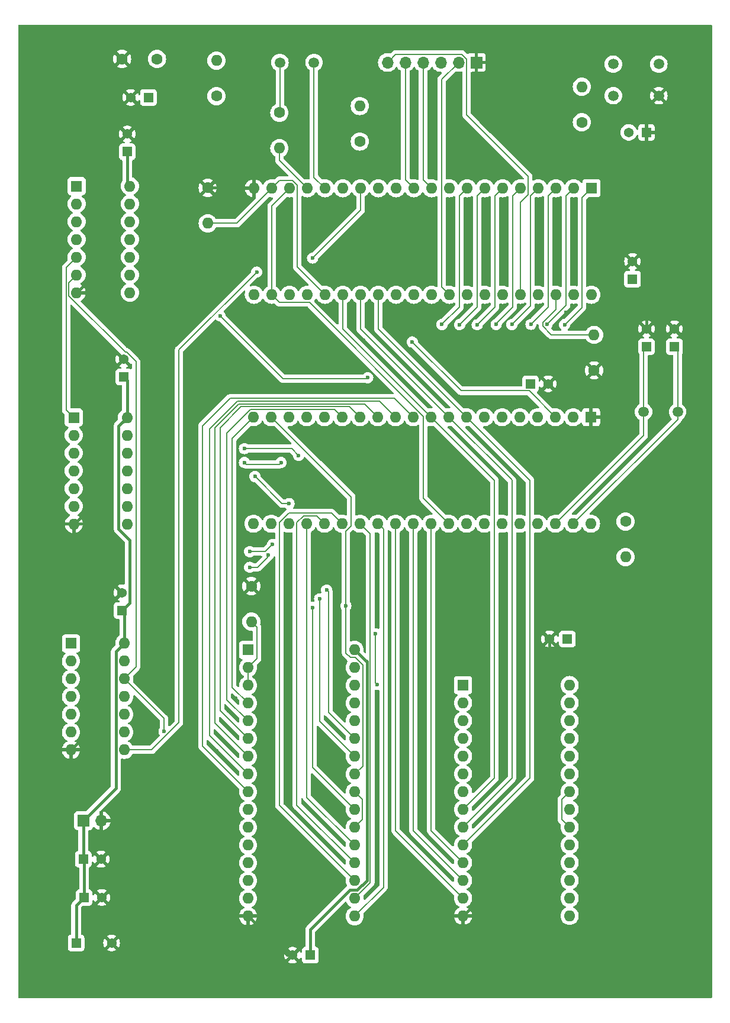
<source format=gbr>
%TF.GenerationSoftware,KiCad,Pcbnew,8.0.6*%
%TF.CreationDate,2024-11-15T08:42:14-05:00*%
%TF.ProjectId,6309-board-prototype-1.kicad_pro,36333039-2d62-46f6-9172-642d70726f74,rev?*%
%TF.SameCoordinates,Original*%
%TF.FileFunction,Copper,L2,Bot*%
%TF.FilePolarity,Positive*%
%FSLAX46Y46*%
G04 Gerber Fmt 4.6, Leading zero omitted, Abs format (unit mm)*
G04 Created by KiCad (PCBNEW 8.0.6) date 2024-11-15 08:42:14*
%MOMM*%
%LPD*%
G01*
G04 APERTURE LIST*
%TA.AperFunction,ComponentPad*%
%ADD10C,1.600000*%
%TD*%
%TA.AperFunction,ComponentPad*%
%ADD11R,1.600000X1.600000*%
%TD*%
%TA.AperFunction,ComponentPad*%
%ADD12O,1.600000X1.600000*%
%TD*%
%TA.AperFunction,ComponentPad*%
%ADD13R,1.371600X1.371600*%
%TD*%
%TA.AperFunction,ComponentPad*%
%ADD14C,1.371600*%
%TD*%
%TA.AperFunction,ComponentPad*%
%ADD15C,1.507998*%
%TD*%
%TA.AperFunction,ComponentPad*%
%ADD16C,1.500000*%
%TD*%
%TA.AperFunction,ComponentPad*%
%ADD17R,1.700000X1.700000*%
%TD*%
%TA.AperFunction,ComponentPad*%
%ADD18O,1.700000X1.700000*%
%TD*%
%TA.AperFunction,ViaPad*%
%ADD19C,0.600000*%
%TD*%
%TA.AperFunction,Conductor*%
%ADD20C,0.400000*%
%TD*%
%TA.AperFunction,Conductor*%
%ADD21C,0.200000*%
%TD*%
G04 APERTURE END LIST*
D10*
%TO.P,C11,1*%
%TO.N,Net-(C11-Pad1)*%
X46500000Y-19500000D03*
%TO.P,C11,2*%
%TO.N,GND*%
X41500000Y-19500000D03*
%TD*%
D11*
%TO.P,U6,1*%
%TO.N,/A15*%
X34600000Y-70800000D03*
D12*
%TO.P,U6,2*%
%TO.N,/A8*%
X34600000Y-73340000D03*
%TO.P,U6,3*%
%TO.N,Net-(U2-~{CS})*%
X34600000Y-75880000D03*
%TO.P,U6,4*%
%TO.N,unconnected-(U6-Pad4)*%
X34600000Y-78420000D03*
%TO.P,U6,5*%
%TO.N,unconnected-(U6-Pad5)*%
X34600000Y-80960000D03*
%TO.P,U6,6*%
%TO.N,unconnected-(U6-Pad6)*%
X34600000Y-83500000D03*
%TO.P,U6,7,GND*%
%TO.N,GND*%
X34600000Y-86040000D03*
%TO.P,U6,8*%
%TO.N,unconnected-(U6-Pad8)*%
X42220000Y-86040000D03*
%TO.P,U6,9*%
%TO.N,unconnected-(U6-Pad9)*%
X42220000Y-83500000D03*
%TO.P,U6,10*%
%TO.N,unconnected-(U6-Pad10)*%
X42220000Y-80960000D03*
%TO.P,U6,11*%
%TO.N,unconnected-(U6-Pad11)*%
X42220000Y-78420000D03*
%TO.P,U6,12*%
%TO.N,unconnected-(U6-Pad12)*%
X42220000Y-75880000D03*
%TO.P,U6,13*%
%TO.N,unconnected-(U6-Pad13)*%
X42220000Y-73340000D03*
%TO.P,U6,14,VCC*%
%TO.N,+5V*%
X42220000Y-70800000D03*
%TD*%
D13*
%TO.P,C14,1*%
%TO.N,+5V*%
X36072900Y-139500000D03*
D14*
%TO.P,C14,2*%
%TO.N,GND*%
X38612900Y-139500000D03*
%TD*%
D15*
%TO.P,SW1,1,1*%
%TO.N,+5V*%
X111749998Y-20249999D03*
%TO.P,SW1,2*%
%TO.N,N/C*%
X118250000Y-20249999D03*
%TO.P,SW1,3*%
X111749998Y-24750000D03*
%TO.P,SW1,4,4*%
%TO.N,GND*%
X118250000Y-24750000D03*
%TD*%
D10*
%TO.P,R3,1*%
%TO.N,Net-(U4-XIN)*%
X55000000Y-24815000D03*
D12*
%TO.P,R3,2*%
%TO.N,Net-(C11-Pad1)*%
X55000000Y-19735000D03*
%TD*%
D16*
%TO.P,X1,1,1*%
%TO.N,Net-(U1-XTAL)*%
X120950000Y-70000000D03*
%TO.P,X1,2,2*%
%TO.N,Net-(U1-EXTAL)*%
X116070000Y-70000000D03*
%TD*%
D13*
%TO.P,C6,1*%
%TO.N,+5V*%
X41750000Y-65000000D03*
D14*
%TO.P,C6,2*%
%TO.N,GND*%
X41750000Y-62460000D03*
%TD*%
D10*
%TO.P,R9,1*%
%TO.N,/!RESET*%
X107250000Y-28565000D03*
D12*
%TO.P,R9,2*%
%TO.N,+5V*%
X107250000Y-23485000D03*
%TD*%
D13*
%TO.P,C8,1*%
%TO.N,Net-(U1-XTAL)*%
X120500000Y-60670000D03*
D14*
%TO.P,C8,2*%
%TO.N,GND*%
X120500000Y-58130000D03*
%TD*%
D16*
%TO.P,X2,1,1*%
%TO.N,Net-(U4-XIN)*%
X68950000Y-20000000D03*
%TO.P,X2,2,2*%
%TO.N,Net-(C11-Pad1)*%
X64070000Y-20000000D03*
%TD*%
D11*
%TO.P,U3,1,NC*%
%TO.N,unconnected-(U3-NC-Pad1)*%
X59520000Y-104060000D03*
D12*
%TO.P,U3,2,A16*%
%TO.N,Net-(U3-A15)*%
X59520000Y-106600000D03*
%TO.P,U3,3,A15*%
X59520000Y-109140000D03*
%TO.P,U3,4,A12*%
%TO.N,/A12*%
X59520000Y-111680000D03*
%TO.P,U3,5,A7*%
%TO.N,/A7*%
X59520000Y-114220000D03*
%TO.P,U3,6,A6*%
%TO.N,/A6*%
X59520000Y-116760000D03*
%TO.P,U3,7,A5*%
%TO.N,/A5*%
X59520000Y-119300000D03*
%TO.P,U3,8,A4*%
%TO.N,/A4*%
X59520000Y-121840000D03*
%TO.P,U3,9,A3*%
%TO.N,/A3*%
X59520000Y-124380000D03*
%TO.P,U3,10,A2*%
%TO.N,/A2*%
X59520000Y-126920000D03*
%TO.P,U3,11,A1*%
%TO.N,/A1*%
X59520000Y-129460000D03*
%TO.P,U3,12,A0*%
%TO.N,/A0*%
X59520000Y-132000000D03*
%TO.P,U3,13,DQ0*%
%TO.N,/D0*%
X59520000Y-134540000D03*
%TO.P,U3,14,DQ1*%
%TO.N,/D1*%
X59520000Y-137080000D03*
%TO.P,U3,15,DQ2*%
%TO.N,/D2*%
X59520000Y-139620000D03*
%TO.P,U3,16,VSS*%
%TO.N,GND*%
X59520000Y-142160000D03*
%TO.P,U3,17,DQ3*%
%TO.N,/D3*%
X74760000Y-142160000D03*
%TO.P,U3,18,DQ4*%
%TO.N,/D4*%
X74760000Y-139620000D03*
%TO.P,U3,19,DQ5*%
%TO.N,/D5*%
X74760000Y-137080000D03*
%TO.P,U3,20,DQ6*%
%TO.N,/D6*%
X74760000Y-134540000D03*
%TO.P,U3,21,DQ7*%
%TO.N,/D7*%
X74760000Y-132000000D03*
%TO.P,U3,22,~{CE}*%
%TO.N,/!A15*%
X74760000Y-129460000D03*
%TO.P,U3,23,A10*%
%TO.N,/A10*%
X74760000Y-126920000D03*
%TO.P,U3,24,~{OE}*%
%TO.N,/!A15*%
X74760000Y-124380000D03*
%TO.P,U3,25,A11*%
%TO.N,/A11*%
X74760000Y-121840000D03*
%TO.P,U3,26,A9*%
%TO.N,/A9*%
X74760000Y-119300000D03*
%TO.P,U3,27,A8*%
%TO.N,/A8*%
X74760000Y-116760000D03*
%TO.P,U3,28,A13*%
%TO.N,/A13*%
X74760000Y-114220000D03*
%TO.P,U3,29,A14*%
%TO.N,/A14*%
X74760000Y-111680000D03*
%TO.P,U3,30,NC*%
%TO.N,unconnected-(U3-NC-Pad30)*%
X74760000Y-109140000D03*
%TO.P,U3,31,~{WE}*%
%TO.N,/R{slash}!W*%
X74760000Y-106600000D03*
%TO.P,U3,32,VDD*%
%TO.N,+5V*%
X74760000Y-104060000D03*
%TD*%
D17*
%TO.P,J2,1,Pin_1*%
%TO.N,GND*%
X92160000Y-20000000D03*
D18*
%TO.P,J2,2,Pin_2*%
%TO.N,/CTS*%
X89620000Y-20000000D03*
%TO.P,J2,3,Pin_3*%
%TO.N,+5V*%
X87080000Y-20000000D03*
%TO.P,J2,4,Pin_4*%
%TO.N,/TX*%
X84540000Y-20000000D03*
%TO.P,J2,5,Pin_5*%
%TO.N,/RX*%
X82000000Y-20000000D03*
%TO.P,J2,6,Pin_6*%
%TO.N,/RTS*%
X79460000Y-20000000D03*
%TD*%
D11*
%TO.P,U2,1,A14*%
%TO.N,/A14*%
X90260000Y-109100000D03*
D12*
%TO.P,U2,2,A12*%
%TO.N,/A12*%
X90260000Y-111640000D03*
%TO.P,U2,3,A7*%
%TO.N,/A7*%
X90260000Y-114180000D03*
%TO.P,U2,4,A6*%
%TO.N,/A6*%
X90260000Y-116720000D03*
%TO.P,U2,5,A5*%
%TO.N,/A5*%
X90260000Y-119260000D03*
%TO.P,U2,6,A4*%
%TO.N,/A4*%
X90260000Y-121800000D03*
%TO.P,U2,7,A3*%
%TO.N,/A3*%
X90260000Y-124340000D03*
%TO.P,U2,8,A2*%
%TO.N,/A2*%
X90260000Y-126880000D03*
%TO.P,U2,9,A1*%
%TO.N,/A1*%
X90260000Y-129420000D03*
%TO.P,U2,10,A0*%
%TO.N,/A0*%
X90260000Y-131960000D03*
%TO.P,U2,11,Q0*%
%TO.N,/D0*%
X90260000Y-134500000D03*
%TO.P,U2,12,Q1*%
%TO.N,/D1*%
X90260000Y-137040000D03*
%TO.P,U2,13,Q2*%
%TO.N,/D2*%
X90260000Y-139580000D03*
%TO.P,U2,14,GND*%
%TO.N,GND*%
X90260000Y-142120000D03*
%TO.P,U2,15,Q3*%
%TO.N,/D3*%
X105500000Y-142120000D03*
%TO.P,U2,16,Q4*%
%TO.N,/D4*%
X105500000Y-139580000D03*
%TO.P,U2,17,Q5*%
%TO.N,/D5*%
X105500000Y-137040000D03*
%TO.P,U2,18,Q6*%
%TO.N,/D6*%
X105500000Y-134500000D03*
%TO.P,U2,19,Q7*%
%TO.N,/D7*%
X105500000Y-131960000D03*
%TO.P,U2,20,~{CS}*%
%TO.N,Net-(U2-~{CS})*%
X105500000Y-129420000D03*
%TO.P,U2,21,A10*%
%TO.N,/A10*%
X105500000Y-126880000D03*
%TO.P,U2,22,~{OE}*%
%TO.N,Net-(U2-~{CS})*%
X105500000Y-124340000D03*
%TO.P,U2,23,A11*%
%TO.N,/A11*%
X105500000Y-121800000D03*
%TO.P,U2,24,A9*%
%TO.N,/A9*%
X105500000Y-119260000D03*
%TO.P,U2,25,A8*%
%TO.N,/A8*%
X105500000Y-116720000D03*
%TO.P,U2,26,A13*%
%TO.N,/A13*%
X105500000Y-114180000D03*
%TO.P,U2,27,~{WE}*%
%TO.N,/R{slash}!W*%
X105500000Y-111640000D03*
%TO.P,U2,28,VCC*%
%TO.N,+5V*%
X105500000Y-109100000D03*
%TD*%
D13*
%TO.P,C3,1*%
%TO.N,+5V*%
X68427100Y-147750000D03*
D14*
%TO.P,C3,2*%
%TO.N,GND*%
X65887100Y-147750000D03*
%TD*%
D11*
%TO.P,U5,1*%
%TO.N,/!RESET*%
X35000000Y-37710000D03*
D12*
%TO.P,U5,2*%
%TO.N,Net-(U4-MR)*%
X35000000Y-40250000D03*
%TO.P,U5,3*%
%TO.N,Net-(U4-INTR)*%
X35000000Y-42790000D03*
%TO.P,U5,4*%
%TO.N,Net-(U1-~{IRQ})*%
X35000000Y-45330000D03*
%TO.P,U5,5*%
%TO.N,/A15*%
X35000000Y-47870000D03*
%TO.P,U5,6*%
%TO.N,/!A15*%
X35000000Y-50410000D03*
%TO.P,U5,7,GND*%
%TO.N,GND*%
X35000000Y-52950000D03*
%TO.P,U5,8*%
%TO.N,N/C*%
X42620000Y-52950000D03*
%TO.P,U5,9*%
X42620000Y-50410000D03*
%TO.P,U5,10*%
%TO.N,unconnected-(U5-Pad10)*%
X42620000Y-47870000D03*
%TO.P,U5,11*%
%TO.N,unconnected-(U5-Pad11)*%
X42620000Y-45330000D03*
%TO.P,U5,12*%
%TO.N,unconnected-(U5-Pad12)*%
X42620000Y-42790000D03*
%TO.P,U5,13*%
%TO.N,unconnected-(U5-Pad13)*%
X42620000Y-40250000D03*
%TO.P,U5,14,VCC*%
%TO.N,+5V*%
X42620000Y-37710000D03*
%TD*%
D13*
%TO.P,C15,1*%
%TO.N,+5V*%
X35960000Y-134000000D03*
D14*
%TO.P,C15,2*%
%TO.N,GND*%
X38500000Y-134000000D03*
%TD*%
D11*
%TO.P,U1,1,VSS*%
%TO.N,GND*%
X108560000Y-70760000D03*
D12*
%TO.P,U1,2,~{NMI}*%
%TO.N,Net-(U1-MRDY)*%
X106020000Y-70760000D03*
%TO.P,U1,3,~{IRQ}*%
%TO.N,Net-(U1-~{IRQ})*%
X103480000Y-70760000D03*
%TO.P,U1,4,~{FIRQ}*%
%TO.N,Net-(U1-MRDY)*%
X100940000Y-70760000D03*
%TO.P,U1,5,BS*%
%TO.N,unconnected-(U1-BS-Pad5)*%
X98400000Y-70760000D03*
%TO.P,U1,6,BA*%
%TO.N,unconnected-(U1-BA-Pad6)*%
X95860000Y-70760000D03*
%TO.P,U1,7,VCC*%
%TO.N,+5V*%
X93320000Y-70760000D03*
%TO.P,U1,8,A0*%
%TO.N,/A0*%
X90780000Y-70760000D03*
%TO.P,U1,9,A1*%
%TO.N,/A1*%
X88240000Y-70760000D03*
%TO.P,U1,10,A2*%
%TO.N,/A2*%
X85700000Y-70760000D03*
%TO.P,U1,11,A3*%
%TO.N,/A3*%
X83160000Y-70760000D03*
%TO.P,U1,12,A4*%
%TO.N,/A4*%
X80620000Y-70760000D03*
%TO.P,U1,13,A5*%
%TO.N,/A5*%
X78080000Y-70760000D03*
%TO.P,U1,14,A6*%
%TO.N,/A6*%
X75540000Y-70760000D03*
%TO.P,U1,15,A7*%
%TO.N,/A7*%
X73000000Y-70760000D03*
%TO.P,U1,16,A8*%
%TO.N,/A8*%
X70460000Y-70760000D03*
%TO.P,U1,17,A9*%
%TO.N,/A9*%
X67920000Y-70760000D03*
%TO.P,U1,18,A10*%
%TO.N,/A10*%
X65380000Y-70760000D03*
%TO.P,U1,19,A11*%
%TO.N,/A11*%
X62840000Y-70760000D03*
%TO.P,U1,20,A12*%
%TO.N,/A12*%
X60300000Y-70760000D03*
%TO.P,U1,21,A13*%
%TO.N,/A13*%
X60300000Y-86000000D03*
%TO.P,U1,22,A14*%
%TO.N,/A14*%
X62840000Y-86000000D03*
%TO.P,U1,23,A15*%
%TO.N,/A15*%
X65380000Y-86000000D03*
%TO.P,U1,24,D7*%
%TO.N,/D7*%
X67920000Y-86000000D03*
%TO.P,U1,25,D6*%
%TO.N,/D6*%
X70460000Y-86000000D03*
%TO.P,U1,26,D5*%
%TO.N,/D5*%
X73000000Y-86000000D03*
%TO.P,U1,27,D4*%
%TO.N,/D4*%
X75540000Y-86000000D03*
%TO.P,U1,28,D3*%
%TO.N,/D3*%
X78080000Y-86000000D03*
%TO.P,U1,29,D2*%
%TO.N,/D2*%
X80620000Y-86000000D03*
%TO.P,U1,30,D1*%
%TO.N,/D1*%
X83160000Y-86000000D03*
%TO.P,U1,31,D0*%
%TO.N,/D0*%
X85700000Y-86000000D03*
%TO.P,U1,32,R/~{W}*%
%TO.N,/R{slash}!W*%
X88240000Y-86000000D03*
%TO.P,U1,33,~{DMA/BREQ}*%
%TO.N,Net-(U1-MRDY)*%
X90780000Y-86000000D03*
%TO.P,U1,34,E*%
%TO.N,unconnected-(U1-E-Pad34)*%
X93320000Y-86000000D03*
%TO.P,U1,35,Q*%
%TO.N,unconnected-(U1-Q-Pad35)*%
X95860000Y-86000000D03*
%TO.P,U1,36,MRDY*%
%TO.N,Net-(U1-MRDY)*%
X98400000Y-86000000D03*
%TO.P,U1,37,~{RESET}*%
%TO.N,/!RESET*%
X100940000Y-86000000D03*
%TO.P,U1,38,EXTAL*%
%TO.N,Net-(U1-EXTAL)*%
X103480000Y-86000000D03*
%TO.P,U1,39,XTAL*%
%TO.N,Net-(U1-XTAL)*%
X106020000Y-86000000D03*
%TO.P,U1,40,~{HALT}*%
%TO.N,Net-(U1-MRDY)*%
X108560000Y-86000000D03*
%TD*%
D10*
%TO.P,R2,1*%
%TO.N,Net-(C11-Pad1)*%
X64000000Y-27185000D03*
D12*
%TO.P,R2,2*%
%TO.N,Net-(U4-XOUT)*%
X64000000Y-32265000D03*
%TD*%
D10*
%TO.P,R4,1*%
%TO.N,GND*%
X109000000Y-64065000D03*
D12*
%TO.P,R4,2*%
%TO.N,Net-(U4-~{DCD})*%
X109000000Y-58985000D03*
%TD*%
D13*
%TO.P,C7,1*%
%TO.N,+5V*%
X42250000Y-32782000D03*
D14*
%TO.P,C7,2*%
%TO.N,GND*%
X42250000Y-30242000D03*
%TD*%
D13*
%TO.P,C2,1*%
%TO.N,+5V*%
X114500000Y-51000000D03*
D14*
%TO.P,C2,2*%
%TO.N,GND*%
X114500000Y-48460000D03*
%TD*%
D10*
%TO.P,R8,1*%
%TO.N,GND*%
X60000000Y-94935000D03*
D12*
%TO.P,R8,2*%
%TO.N,Net-(U3-A15)*%
X60000000Y-100015000D03*
%TD*%
D10*
%TO.P,R7,1*%
%TO.N,GND*%
X53750000Y-37935000D03*
D12*
%TO.P,R7,2*%
%TO.N,Net-(U4-WR)*%
X53750000Y-43015000D03*
%TD*%
D13*
%TO.P,C9,1*%
%TO.N,Net-(U1-EXTAL)*%
X116500000Y-60670000D03*
D14*
%TO.P,C9,2*%
%TO.N,GND*%
X116500000Y-58130000D03*
%TD*%
D13*
%TO.P,C13,1*%
%TO.N,+5V*%
X34929900Y-146000000D03*
D14*
%TO.P,C13,2*%
%TO.N,GND*%
X40009900Y-146000000D03*
%TD*%
D13*
%TO.P,C5,1*%
%TO.N,+5V*%
X41500000Y-98427100D03*
D14*
%TO.P,C5,2*%
%TO.N,GND*%
X41500000Y-95887100D03*
%TD*%
D13*
%TO.P,C12,1*%
%TO.N,Net-(U4-XIN)*%
X45270000Y-25000000D03*
D14*
%TO.P,C12,2*%
%TO.N,GND*%
X42730000Y-25000000D03*
%TD*%
D17*
%TO.P,J1,1,Pin_1*%
%TO.N,+5V*%
X36000000Y-128500000D03*
D18*
%TO.P,J1,2,Pin_2*%
%TO.N,GND*%
X38540000Y-128500000D03*
%TD*%
D11*
%TO.P,U7,1,A*%
%TO.N,/A8*%
X34200000Y-103125000D03*
D12*
%TO.P,U7,2,B*%
%TO.N,/A9*%
X34200000Y-105665000D03*
%TO.P,U7,3,C*%
%TO.N,/A10*%
X34200000Y-108205000D03*
%TO.P,U7,4,D*%
%TO.N,/A11*%
X34200000Y-110745000D03*
%TO.P,U7,5,E*%
%TO.N,/A12*%
X34200000Y-113285000D03*
%TO.P,U7,6,F*%
%TO.N,/A13*%
X34200000Y-115825000D03*
%TO.P,U7,7,Vss*%
%TO.N,GND*%
X34200000Y-118365000D03*
%TO.P,U7,8,K*%
%TO.N,Net-(U4-~{CS2})*%
X41820000Y-118365000D03*
%TO.P,U7,9,NC*%
%TO.N,unconnected-(U7-NC-Pad9)*%
X41820000Y-115825000D03*
%TO.P,U7,10,NC*%
%TO.N,unconnected-(U7-NC-Pad10)*%
X41820000Y-113285000D03*
%TO.P,U7,11,G*%
%TO.N,/A14*%
X41820000Y-110745000D03*
%TO.P,U7,12,H*%
%TO.N,/!A15*%
X41820000Y-108205000D03*
%TO.P,U7,13,NC*%
%TO.N,unconnected-(U7-NC-Pad13)*%
X41820000Y-105665000D03*
%TO.P,U7,14,Vdd*%
%TO.N,+5V*%
X41820000Y-103125000D03*
%TD*%
D13*
%TO.P,C16,1*%
%TO.N,GND*%
X116500000Y-30000000D03*
D14*
%TO.P,C16,2*%
%TO.N,/!RESET*%
X113960000Y-30000000D03*
%TD*%
D13*
%TO.P,C4,1*%
%TO.N,+5V*%
X105177100Y-102500000D03*
D14*
%TO.P,C4,2*%
%TO.N,GND*%
X102637100Y-102500000D03*
%TD*%
D13*
%TO.P,C1,1*%
%TO.N,+5V*%
X99900000Y-66000000D03*
D14*
%TO.P,C1,2*%
%TO.N,GND*%
X102440000Y-66000000D03*
%TD*%
D11*
%TO.P,U4,1,D0*%
%TO.N,/D0*%
X108620000Y-38000000D03*
D12*
%TO.P,U4,2,D1*%
%TO.N,/D1*%
X106080000Y-38000000D03*
%TO.P,U4,3,D2*%
%TO.N,/D2*%
X103540000Y-38000000D03*
%TO.P,U4,4,D3*%
%TO.N,/D3*%
X101000000Y-38000000D03*
%TO.P,U4,5,D4*%
%TO.N,/D4*%
X98460000Y-38000000D03*
%TO.P,U4,6,D5*%
%TO.N,/D5*%
X95920000Y-38000000D03*
%TO.P,U4,7,D6*%
%TO.N,/D6*%
X93380000Y-38000000D03*
%TO.P,U4,8,D7*%
%TO.N,/D7*%
X90840000Y-38000000D03*
%TO.P,U4,9,RCLK*%
%TO.N,Net-(U4-RCLK)*%
X88300000Y-38000000D03*
%TO.P,U4,10,SIN*%
%TO.N,/TX*%
X85760000Y-38000000D03*
%TO.P,U4,11,SOUT*%
%TO.N,/RX*%
X83220000Y-38000000D03*
%TO.P,U4,12,CS0*%
%TO.N,Net-(U4-CS0)*%
X80680000Y-38000000D03*
%TO.P,U4,13,CS1*%
X78140000Y-38000000D03*
%TO.P,U4,14,~{CS2}*%
%TO.N,Net-(U4-~{CS2})*%
X75600000Y-38000000D03*
%TO.P,U4,15,~{BAUDOUT}*%
%TO.N,Net-(U4-RCLK)*%
X73060000Y-38000000D03*
%TO.P,U4,16,XIN*%
%TO.N,Net-(U4-XIN)*%
X70520000Y-38000000D03*
%TO.P,U4,17,XOUT*%
%TO.N,Net-(U4-XOUT)*%
X67980000Y-38000000D03*
%TO.P,U4,18,~{WR}*%
%TO.N,/R{slash}!W*%
X65440000Y-38000000D03*
%TO.P,U4,19,WR*%
%TO.N,Net-(U4-WR)*%
X62900000Y-38000000D03*
%TO.P,U4,20,GND*%
%TO.N,GND*%
X60360000Y-38000000D03*
%TO.P,U4,21,~{RD}*%
%TO.N,Net-(U4-CS0)*%
X60360000Y-53240000D03*
%TO.P,U4,22,RD*%
%TO.N,/R{slash}!W*%
X62900000Y-53240000D03*
%TO.P,U4,23,DDIS*%
%TO.N,unconnected-(U4-DDIS-Pad23)*%
X65440000Y-53240000D03*
%TO.P,U4,24,~{TXRDY}*%
%TO.N,unconnected-(U4-~{TXRDY}-Pad24)*%
X67980000Y-53240000D03*
%TO.P,U4,25,~{ADS}*%
%TO.N,Net-(U4-WR)*%
X70520000Y-53240000D03*
%TO.P,U4,26,A2*%
%TO.N,/A2*%
X73060000Y-53240000D03*
%TO.P,U4,27,A1*%
%TO.N,/A1*%
X75600000Y-53240000D03*
%TO.P,U4,28,A0*%
%TO.N,/A0*%
X78140000Y-53240000D03*
%TO.P,U4,29,~{RXRDY}*%
%TO.N,unconnected-(U4-~{RXRDY}-Pad29)*%
X80680000Y-53240000D03*
%TO.P,U4,30,INTR*%
%TO.N,Net-(U4-INTR)*%
X83220000Y-53240000D03*
%TO.P,U4,31,~{OUT2}*%
%TO.N,unconnected-(U4-~{OUT2}-Pad31)*%
X85760000Y-53240000D03*
%TO.P,U4,32,~{RTS}*%
%TO.N,/CTS*%
X88300000Y-53240000D03*
%TO.P,U4,33,~{DTR}*%
%TO.N,unconnected-(U4-~{DTR}-Pad33)*%
X90840000Y-53240000D03*
%TO.P,U4,34,~{OUT1}*%
%TO.N,unconnected-(U4-~{OUT1}-Pad34)*%
X93380000Y-53240000D03*
%TO.P,U4,35,MR*%
%TO.N,Net-(U4-MR)*%
X95920000Y-53240000D03*
%TO.P,U4,36,~{CTS}*%
%TO.N,/RTS*%
X98460000Y-53240000D03*
%TO.P,U4,37,~{DSR}*%
%TO.N,Net-(U4-~{DCD})*%
X101000000Y-53240000D03*
%TO.P,U4,38,~{DCD}*%
X103540000Y-53240000D03*
%TO.P,U4,39,~{RI}*%
%TO.N,unconnected-(U4-~{RI}-Pad39)*%
X106080000Y-53240000D03*
%TO.P,U4,40,VCC*%
%TO.N,+5V*%
X108620000Y-53240000D03*
%TD*%
D10*
%TO.P,R5,1*%
%TO.N,Net-(U4-CS0)*%
X75500000Y-31315000D03*
D12*
%TO.P,R5,2*%
%TO.N,+5V*%
X75500000Y-26235000D03*
%TD*%
D10*
%TO.P,R6,1*%
%TO.N,Net-(U1-MRDY)*%
X113500000Y-85685000D03*
D12*
%TO.P,R6,2*%
%TO.N,+5V*%
X113500000Y-90765000D03*
%TD*%
D19*
%TO.N,GND*%
X88500000Y-45000000D03*
X78000000Y-93500000D03*
X103750000Y-45000000D03*
X51250000Y-111500000D03*
X106250000Y-45000000D03*
X78000000Y-76000000D03*
X69000000Y-81000000D03*
X105000000Y-55750000D03*
X56000000Y-117000000D03*
X71250000Y-89250000D03*
X102000000Y-82750000D03*
X97500000Y-137000000D03*
X38750000Y-113000000D03*
X96500000Y-129500000D03*
X75500000Y-76000000D03*
X92250000Y-81500000D03*
X76000000Y-59750000D03*
X65750000Y-79750000D03*
X62750000Y-127000000D03*
X91000000Y-45000000D03*
X55000000Y-118500000D03*
X96500000Y-134250000D03*
X87500000Y-124500000D03*
X58750000Y-97250000D03*
X101500000Y-114250000D03*
X62750000Y-114000000D03*
X75000000Y-93750000D03*
X78500000Y-59750000D03*
X98750000Y-74250000D03*
X72000000Y-75000000D03*
X39000000Y-42250000D03*
X91250000Y-32500000D03*
X83500000Y-29250000D03*
X80250000Y-43750000D03*
X101500000Y-116750000D03*
X62750000Y-121750000D03*
X62750000Y-136750000D03*
X103000000Y-73500000D03*
X97500000Y-140250000D03*
X38250000Y-71250000D03*
X71000000Y-129500000D03*
X101500000Y-119250000D03*
X62750000Y-129000000D03*
X71750000Y-36000000D03*
X96500000Y-131750000D03*
X87500000Y-121750000D03*
X88000000Y-110500000D03*
X39000000Y-104500000D03*
X85750000Y-76000000D03*
X57750000Y-124750000D03*
X83000000Y-76000000D03*
X71500000Y-126500000D03*
X90500000Y-78500000D03*
X65250000Y-105000000D03*
X71000000Y-114250000D03*
X95750000Y-97750000D03*
X93750000Y-83500000D03*
X86250000Y-29250000D03*
X101250000Y-45000000D03*
X88250000Y-76000000D03*
X84500000Y-93500000D03*
X91250000Y-91500000D03*
X62250000Y-94250000D03*
X93250000Y-110250000D03*
X62750000Y-134500000D03*
X63000000Y-79500000D03*
X78000000Y-122000000D03*
X101000000Y-124250000D03*
X81750000Y-93500000D03*
X38500000Y-53000000D03*
X95750000Y-81750000D03*
X104250000Y-94250000D03*
X51250000Y-116250000D03*
X62500000Y-107500000D03*
X62750000Y-139500000D03*
X39500000Y-109750000D03*
X81750000Y-134500000D03*
X71000000Y-119250000D03*
X51500000Y-104000000D03*
X59000000Y-88750000D03*
X57250000Y-115750000D03*
X93750000Y-64750000D03*
X46500000Y-101750000D03*
X98750000Y-99500000D03*
X38250000Y-47250000D03*
X46750000Y-92500000D03*
X98250000Y-81750000D03*
X62750000Y-116750000D03*
X39000000Y-38000000D03*
X80500000Y-76000000D03*
X62750000Y-119000000D03*
X96250000Y-45000000D03*
X98500000Y-127000000D03*
X90250000Y-63250000D03*
X57750000Y-111000000D03*
X71250000Y-55250000D03*
X64500000Y-45750000D03*
X47000000Y-71250000D03*
X93500000Y-45000000D03*
X65500000Y-90500000D03*
X62750000Y-131750000D03*
X90750000Y-103000000D03*
X56750000Y-112750000D03*
X48500000Y-50500000D03*
X44750000Y-112750000D03*
%TO.N,/D7*%
X87247182Y-57497183D03*
%TO.N,/D4*%
X95000000Y-57500000D03*
%TO.N,/D0*%
X104779265Y-57529265D03*
%TO.N,/D3*%
X97250000Y-57500000D03*
%TO.N,/A15*%
X65380000Y-83120000D03*
X60500000Y-79250000D03*
%TO.N,/D5*%
X92287183Y-57537183D03*
%TO.N,/D2*%
X99972182Y-57472183D03*
%TO.N,/A11*%
X73500000Y-97750000D03*
X63000000Y-89000000D03*
X59750000Y-90000000D03*
%TO.N,/A10*%
X68750000Y-98000000D03*
%TO.N,/A14*%
X78000000Y-109000000D03*
X77750000Y-101750000D03*
X59750000Y-92250000D03*
X62400000Y-90500000D03*
%TO.N,/D1*%
X102250000Y-57500000D03*
%TO.N,/D6*%
X89767182Y-57517183D03*
%TO.N,/A9*%
X69750000Y-96750000D03*
X59000000Y-77250000D03*
X64250000Y-77250000D03*
%TO.N,/!A15*%
X47500000Y-115750000D03*
%TO.N,Net-(U4-~{CS2})*%
X60750000Y-50000000D03*
X68750000Y-48000000D03*
%TO.N,/A8*%
X66750000Y-76250000D03*
X70750000Y-95500000D03*
X59000000Y-75250000D03*
%TO.N,Net-(U1-~{IRQ})*%
X83000000Y-60000000D03*
X55500000Y-56250000D03*
X76625000Y-65125000D03*
%TD*%
D20*
%TO.N,GND*%
X59520000Y-142160000D02*
X65110000Y-147750000D01*
D21*
X65110000Y-147750000D02*
X65887100Y-147750000D01*
D20*
%TO.N,+5V*%
X76500000Y-105750000D02*
X76500000Y-137037057D01*
X41820000Y-103125000D02*
X40620000Y-104325000D01*
X34929900Y-146000000D02*
X34929900Y-140643000D01*
X42585800Y-88335800D02*
X41020000Y-86770000D01*
X76250000Y-105550000D02*
X76300000Y-105550000D01*
X42220000Y-70800000D02*
X42220000Y-65470000D01*
X35960000Y-134000000D02*
X35960000Y-128540000D01*
X36072900Y-134112900D02*
X35960000Y-134000000D01*
X41500000Y-98427100D02*
X42585800Y-97341300D01*
X74760000Y-104060000D02*
X76250000Y-105550000D01*
X74080000Y-138420000D02*
X68427100Y-144072900D01*
X40620000Y-104325000D02*
X40620000Y-123880000D01*
X41820000Y-103125000D02*
X41820000Y-98747100D01*
X42585800Y-97341300D02*
X42585800Y-88335800D01*
X40620000Y-123880000D02*
X36000000Y-128500000D01*
X34929900Y-140643000D02*
X36072900Y-139500000D01*
X42220000Y-65470000D02*
X41750000Y-65000000D01*
X42250000Y-32782000D02*
X42250000Y-37340000D01*
X41020000Y-72000000D02*
X42220000Y-70800000D01*
X41820000Y-98747100D02*
X41500000Y-98427100D01*
X76300000Y-105550000D02*
X76500000Y-105750000D01*
X68427100Y-144072900D02*
X68427100Y-147750000D01*
X36072900Y-139500000D02*
X36072900Y-134112900D01*
D21*
X42250000Y-37340000D02*
X42620000Y-37710000D01*
D20*
X75117057Y-138420000D02*
X74080000Y-138420000D01*
X41020000Y-86770000D02*
X41020000Y-72000000D01*
X35960000Y-128540000D02*
X36000000Y-128500000D01*
X76500000Y-137037057D02*
X75117057Y-138420000D01*
%TO.N,GND*%
X114500000Y-48460000D02*
X116500000Y-50460000D01*
X41500000Y-95887100D02*
X38000000Y-99387100D01*
X38250000Y-65960000D02*
X41750000Y-62460000D01*
X90260000Y-142120000D02*
X102250000Y-130130000D01*
X38250000Y-34242000D02*
X42250000Y-30242000D01*
X53750000Y-37935000D02*
X60295000Y-37935000D01*
X38250000Y-49700000D02*
X38250000Y-47250000D01*
X102637100Y-102500000D02*
X102637100Y-104862900D01*
X116500000Y-50460000D02*
X116500000Y-58130000D01*
X38250000Y-47250000D02*
X38250000Y-34242000D01*
X38000000Y-114565000D02*
X34200000Y-118365000D01*
X60295000Y-37935000D02*
X60360000Y-38000000D01*
X102250000Y-130130000D02*
X102250000Y-105250000D01*
X38250000Y-71000000D02*
X38250000Y-65960000D01*
X38250000Y-71250000D02*
X38250000Y-71000000D01*
X35000000Y-52950000D02*
X38250000Y-49700000D01*
X102637100Y-104862900D02*
X102250000Y-105250000D01*
X38000000Y-99387100D02*
X38000000Y-114565000D01*
X34600000Y-86040000D02*
X38250000Y-82390000D01*
X38250000Y-82390000D02*
X38250000Y-71250000D01*
D21*
%TO.N,Net-(U1-XTAL)*%
X106020000Y-86000000D02*
X120950000Y-71070000D01*
X120950000Y-61120000D02*
X120500000Y-60670000D01*
X120950000Y-70000000D02*
X120950000Y-61120000D01*
X120950000Y-71070000D02*
X120950000Y-70000000D01*
%TO.N,Net-(U1-EXTAL)*%
X116070000Y-70000000D02*
X116070000Y-61100000D01*
X116070000Y-73410000D02*
X103480000Y-86000000D01*
X116070000Y-61100000D02*
X116500000Y-60670000D01*
X116070000Y-70000000D02*
X116070000Y-73410000D01*
%TO.N,Net-(C11-Pad1)*%
X64070000Y-27115000D02*
X64000000Y-27185000D01*
X64070000Y-20000000D02*
X64070000Y-27115000D01*
%TO.N,/RX*%
X82000000Y-36780000D02*
X83220000Y-38000000D01*
X82000000Y-20000000D02*
X82000000Y-36780000D01*
%TO.N,/RTS*%
X90096346Y-18850000D02*
X90770000Y-19523654D01*
X98460000Y-40040000D02*
X98460000Y-53240000D01*
X99560000Y-38940000D02*
X98460000Y-40040000D01*
X79460000Y-20000000D02*
X80610000Y-18850000D01*
X90770000Y-27520000D02*
X99560000Y-36310000D01*
X99560000Y-36310000D02*
X99560000Y-38940000D01*
X80610000Y-18850000D02*
X90096346Y-18850000D01*
X90770000Y-19523654D02*
X90770000Y-27520000D01*
%TO.N,/TX*%
X84540000Y-36780000D02*
X85760000Y-38000000D01*
X84540000Y-20000000D02*
X84540000Y-36780000D01*
%TO.N,/CTS*%
X88300000Y-53240000D02*
X87200000Y-52140000D01*
X87200000Y-52140000D02*
X87200000Y-22420000D01*
X87200000Y-22420000D02*
X89620000Y-20000000D01*
%TO.N,/D7*%
X89740000Y-55004364D02*
X89740000Y-39100000D01*
X87247182Y-57497182D02*
X89740000Y-55004364D01*
X89740000Y-39100000D02*
X90840000Y-38000000D01*
X67920000Y-125160000D02*
X74760000Y-132000000D01*
X67920000Y-86000000D02*
X67920000Y-125160000D01*
%TO.N,/A1*%
X75600000Y-53240000D02*
X75600000Y-58120000D01*
X97250000Y-122430000D02*
X97250000Y-79770000D01*
X90260000Y-129420000D02*
X97250000Y-122430000D01*
X97250000Y-79770000D02*
X88240000Y-70760000D01*
X75600000Y-58120000D02*
X88240000Y-70760000D01*
%TO.N,/D4*%
X97360000Y-55004366D02*
X97360000Y-39100000D01*
X95000000Y-57364366D02*
X97360000Y-55004366D01*
X95000000Y-57500000D02*
X95000000Y-57364366D01*
X75540000Y-86000000D02*
X77000000Y-87460000D01*
X97360000Y-39100000D02*
X98460000Y-38000000D01*
X77000000Y-137380000D02*
X74760000Y-139620000D01*
X77000000Y-87460000D02*
X77000000Y-137380000D01*
%TO.N,/D0*%
X85700000Y-86000000D02*
X85700000Y-129940000D01*
X107250000Y-55058530D02*
X107250000Y-39370000D01*
X107250000Y-39370000D02*
X108620000Y-38000000D01*
X85700000Y-129940000D02*
X90260000Y-134500000D01*
X104779265Y-57529265D02*
X107250000Y-55058530D01*
%TO.N,/D3*%
X97250000Y-57500000D02*
X99900000Y-54850000D01*
X99900000Y-54850000D02*
X99900000Y-39100000D01*
X78080000Y-86000000D02*
X78879999Y-86799999D01*
X99900000Y-39100000D02*
X101000000Y-38000000D01*
X78879999Y-86799999D02*
X78879999Y-138040001D01*
X78879999Y-138040001D02*
X74760000Y-142160000D01*
%TO.N,/A12*%
X57250000Y-73810000D02*
X60300000Y-70760000D01*
X57250000Y-109410000D02*
X57250000Y-73810000D01*
X59520000Y-111680000D02*
X57250000Y-109410000D01*
%TO.N,/A5*%
X59485000Y-119265000D02*
X59520000Y-119300000D01*
X78080000Y-70760000D02*
X76180000Y-68860000D01*
X54750000Y-72250000D02*
X54750000Y-114530000D01*
X76180000Y-68860000D02*
X58140000Y-68860000D01*
X58140000Y-68860000D02*
X54750000Y-72250000D01*
X54750000Y-114530000D02*
X59485000Y-119265000D01*
%TO.N,/A3*%
X80460000Y-68060000D02*
X56940000Y-68060000D01*
X53000000Y-117860000D02*
X59520000Y-124380000D01*
X83160000Y-70760000D02*
X80460000Y-68060000D01*
X56940000Y-68060000D02*
X53000000Y-72000000D01*
X53000000Y-72000000D02*
X53000000Y-117860000D01*
%TO.N,/A15*%
X64370000Y-83120000D02*
X60500000Y-79250000D01*
X33500000Y-69700000D02*
X34600000Y-70800000D01*
X65380000Y-83120000D02*
X64370000Y-83120000D01*
X33500000Y-49370000D02*
X33500000Y-69700000D01*
X35000000Y-47870000D02*
X33500000Y-49370000D01*
%TO.N,/A6*%
X55500000Y-112740000D02*
X59520000Y-116760000D01*
X55500000Y-72250000D02*
X55500000Y-112740000D01*
X75540000Y-70760000D02*
X74040000Y-69260000D01*
X58490000Y-69260000D02*
X55500000Y-72250000D01*
X74040000Y-69260000D02*
X58490000Y-69260000D01*
%TO.N,/D5*%
X64000000Y-85824365D02*
X64000000Y-126320000D01*
X92287183Y-57537183D02*
X94820000Y-55004366D01*
X94820000Y-55004366D02*
X94820000Y-39100000D01*
X65324365Y-84500000D02*
X64000000Y-85824365D01*
X71500000Y-84500000D02*
X65324365Y-84500000D01*
X64000000Y-126320000D02*
X74760000Y-137080000D01*
X94820000Y-39100000D02*
X95920000Y-38000000D01*
X73000000Y-86000000D02*
X71500000Y-84500000D01*
%TO.N,/D2*%
X99972182Y-57472182D02*
X102440000Y-55004364D01*
X80620000Y-129940000D02*
X90260000Y-139580000D01*
X80620000Y-86000000D02*
X80620000Y-129940000D01*
X102440000Y-55004364D02*
X102440000Y-39100000D01*
X102440000Y-39100000D02*
X103540000Y-38000000D01*
%TO.N,/A11*%
X74875635Y-105160000D02*
X74160000Y-105160000D01*
X59750000Y-90000000D02*
X62000000Y-90000000D01*
X74760000Y-121840000D02*
X75923000Y-120677000D01*
X75923000Y-106207365D02*
X74875635Y-105160000D01*
X73500000Y-97750000D02*
X73500000Y-87055635D01*
X73500000Y-87055635D02*
X74250000Y-86305635D01*
X62000000Y-90000000D02*
X63000000Y-89000000D01*
X74250000Y-86305635D02*
X74250000Y-82170000D01*
X74160000Y-105160000D02*
X73500000Y-104500000D01*
X74250000Y-82170000D02*
X62840000Y-70760000D01*
X73500000Y-104500000D02*
X73500000Y-97750000D01*
X75923000Y-120677000D02*
X75923000Y-106207365D01*
%TO.N,/A2*%
X73060000Y-53240000D02*
X73060000Y-58120000D01*
X94760000Y-122380000D02*
X90260000Y-126880000D01*
X73060000Y-58120000D02*
X85700000Y-70760000D01*
X85700000Y-70760000D02*
X94760000Y-79820000D01*
X94760000Y-79820000D02*
X94760000Y-122380000D01*
%TO.N,/R{slash}!W*%
X62900000Y-53240000D02*
X64000000Y-54340000D01*
X84600000Y-82360000D02*
X88240000Y-86000000D01*
X84600000Y-70644365D02*
X84600000Y-82360000D01*
X64000000Y-54340000D02*
X68295635Y-54340000D01*
X62900000Y-53240000D02*
X62900000Y-40540000D01*
X62900000Y-40540000D02*
X65440000Y-38000000D01*
X68295635Y-54340000D02*
X84600000Y-70644365D01*
%TO.N,/A7*%
X73000000Y-70760000D02*
X71900000Y-69660000D01*
X56500000Y-73004365D02*
X56500000Y-111200000D01*
X71900000Y-69660000D02*
X59844365Y-69660000D01*
X56500000Y-111200000D02*
X59520000Y-114220000D01*
X59844365Y-69660000D02*
X56500000Y-73004365D01*
%TO.N,/A10*%
X68750000Y-120910000D02*
X74760000Y-126920000D01*
X68750000Y-98000000D02*
X68750000Y-120910000D01*
%TO.N,/A14*%
X77750000Y-108750000D02*
X78000000Y-109000000D01*
X59750000Y-92250000D02*
X60900000Y-92250000D01*
X77750000Y-101750000D02*
X77750000Y-108750000D01*
X60900000Y-92250000D02*
X62400000Y-90750000D01*
%TO.N,/D1*%
X104980000Y-54770000D02*
X104980000Y-39100000D01*
X83160000Y-129940000D02*
X90260000Y-137040000D01*
X104980000Y-39100000D02*
X106080000Y-38000000D01*
X83160000Y-86000000D02*
X83160000Y-129940000D01*
X102250000Y-57500000D02*
X104980000Y-54770000D01*
%TO.N,/A0*%
X90260000Y-131960000D02*
X99840000Y-122380000D01*
X99840000Y-79820000D02*
X90780000Y-70760000D01*
X78140000Y-58120000D02*
X90780000Y-70760000D01*
X78140000Y-53240000D02*
X78140000Y-58120000D01*
X99840000Y-122380000D02*
X99840000Y-79820000D01*
%TO.N,/D6*%
X67464365Y-84900000D02*
X66500000Y-85864365D01*
X92280000Y-39100000D02*
X93380000Y-38000000D01*
X70460000Y-86000000D02*
X69360000Y-84900000D01*
X69360000Y-84900000D02*
X67464365Y-84900000D01*
X66500000Y-85864365D02*
X66500000Y-126280000D01*
X66500000Y-126280000D02*
X74760000Y-134540000D01*
X92280000Y-55004366D02*
X92280000Y-39100000D01*
X89767183Y-57517183D02*
X92280000Y-55004366D01*
%TO.N,/A9*%
X69750000Y-96750000D02*
X69750000Y-114290000D01*
X59250000Y-77500000D02*
X59000000Y-77250000D01*
X69750000Y-114290000D02*
X74760000Y-119300000D01*
X64000000Y-77500000D02*
X59250000Y-77500000D01*
X64250000Y-77250000D02*
X64000000Y-77500000D01*
%TO.N,/A4*%
X54000000Y-72434314D02*
X54000000Y-116320000D01*
X54000000Y-116320000D02*
X59520000Y-121840000D01*
X57974314Y-68460000D02*
X54000000Y-72434314D01*
X80620000Y-70760000D02*
X78320000Y-68460000D01*
X78320000Y-68460000D02*
X57974314Y-68460000D01*
%TO.N,Net-(U2-~{CS})*%
X104400000Y-128320000D02*
X104400000Y-125440000D01*
X105500000Y-129420000D02*
X104400000Y-128320000D01*
X104400000Y-125440000D02*
X105500000Y-124340000D01*
%TO.N,/!A15*%
X42158332Y-61474200D02*
X43500000Y-62815868D01*
X33900000Y-53405635D02*
X41968565Y-61474200D01*
X35000000Y-50410000D02*
X33900000Y-51510000D01*
X33900000Y-51510000D02*
X33900000Y-53405635D01*
X74760000Y-129460000D02*
X75860000Y-128360000D01*
X47500000Y-113885000D02*
X47500000Y-115750000D01*
X75860000Y-125480000D02*
X74760000Y-124380000D01*
X41968565Y-61474200D02*
X42158332Y-61474200D01*
X41820000Y-108205000D02*
X47500000Y-113885000D01*
X75860000Y-128360000D02*
X75860000Y-125480000D01*
X43500000Y-106525000D02*
X41820000Y-108205000D01*
X43500000Y-62815868D02*
X43500000Y-106525000D01*
%TO.N,Net-(U4-XOUT)*%
X64000000Y-34020000D02*
X67980000Y-38000000D01*
X64000000Y-32265000D02*
X64000000Y-34020000D01*
%TO.N,Net-(U4-XIN)*%
X68950000Y-20000000D02*
X68950000Y-36430000D01*
X68950000Y-36430000D02*
X70520000Y-38000000D01*
%TO.N,Net-(U4-~{CS2})*%
X45733529Y-118365000D02*
X49625000Y-114473529D01*
X49625000Y-61125000D02*
X60750000Y-50000000D01*
X41820000Y-118365000D02*
X45733529Y-118365000D01*
X75600000Y-41150000D02*
X75600000Y-38000000D01*
X49625000Y-114473529D02*
X49625000Y-61125000D01*
X68750000Y-48000000D02*
X75600000Y-41150000D01*
%TO.N,/A8*%
X71000000Y-95750000D02*
X71000000Y-113000000D01*
X71000000Y-113000000D02*
X74760000Y-116760000D01*
X59000000Y-75250000D02*
X65750000Y-75250000D01*
X65750000Y-75250000D02*
X66750000Y-76250000D01*
X70750000Y-95500000D02*
X71000000Y-95750000D01*
%TO.N,Net-(U4-~{DCD})*%
X103540000Y-53240000D02*
X103540000Y-55361471D01*
X101650000Y-57748529D02*
X102886471Y-58985000D01*
X103540000Y-55361471D02*
X101650000Y-57251471D01*
X101650000Y-57251471D02*
X101650000Y-57748529D01*
X102886471Y-58985000D02*
X109000000Y-58985000D01*
%TO.N,Net-(U4-WR)*%
X70520000Y-53240000D02*
X66540000Y-49260000D01*
X66540000Y-37544365D02*
X65895635Y-36900000D01*
X64000000Y-36900000D02*
X62900000Y-38000000D01*
X65895635Y-36900000D02*
X64000000Y-36900000D01*
X57885000Y-43015000D02*
X53750000Y-43015000D01*
X62900000Y-38000000D02*
X57885000Y-43015000D01*
X66540000Y-49260000D02*
X66540000Y-37544365D01*
%TO.N,Net-(U3-A15)*%
X60000000Y-100015000D02*
X60799999Y-100814999D01*
X60799999Y-105320001D02*
X59520000Y-106600000D01*
X60799999Y-100814999D02*
X60799999Y-105320001D01*
X59520000Y-106600000D02*
X59520000Y-109140000D01*
%TO.N,Net-(U1-~{IRQ})*%
X55500000Y-56250000D02*
X64500000Y-65250000D01*
X83000000Y-60000000D02*
X89985800Y-66985800D01*
X89985800Y-66985800D02*
X99705800Y-66985800D01*
X64500000Y-65250000D02*
X76500000Y-65250000D01*
X99705800Y-66985800D02*
X103480000Y-70760000D01*
%TD*%
%TA.AperFunction,Conductor*%
%TO.N,GND*%
G36*
X77765448Y-109766018D02*
G01*
X77820745Y-109785368D01*
X77820748Y-109785368D01*
X77820750Y-109785369D01*
X77999996Y-109805565D01*
X78000000Y-109805565D01*
X78000003Y-109805565D01*
X78141615Y-109789609D01*
X78210437Y-109801663D01*
X78261817Y-109849012D01*
X78279499Y-109912829D01*
X78279499Y-137739903D01*
X78259814Y-137806942D01*
X78243180Y-137827584D01*
X76269428Y-139801335D01*
X76208105Y-139834820D01*
X76138413Y-139829836D01*
X76082480Y-139787964D01*
X76058063Y-139722500D01*
X76058218Y-139702857D01*
X76065468Y-139620000D01*
X76061968Y-139580000D01*
X76054969Y-139499999D01*
X76045635Y-139393308D01*
X76019847Y-139297066D01*
X76021510Y-139227217D01*
X76051939Y-139177294D01*
X77358506Y-137870728D01*
X77358511Y-137870724D01*
X77368714Y-137860520D01*
X77368716Y-137860520D01*
X77480520Y-137748716D01*
X77559577Y-137611784D01*
X77593924Y-137483599D01*
X77600500Y-137459058D01*
X77600500Y-137300943D01*
X77600500Y-109883062D01*
X77620185Y-109816023D01*
X77672989Y-109770268D01*
X77742147Y-109760324D01*
X77765448Y-109766018D01*
G37*
%TD.AperFunction*%
%TA.AperFunction,Conductor*%
G36*
X81957865Y-86543348D02*
G01*
X82002382Y-86594725D01*
X82029429Y-86652728D01*
X82029432Y-86652734D01*
X82159954Y-86839141D01*
X82320858Y-87000045D01*
X82320861Y-87000047D01*
X82506624Y-87130118D01*
X82550248Y-87184693D01*
X82559500Y-87231692D01*
X82559500Y-129853330D01*
X82559499Y-129853348D01*
X82559499Y-130019054D01*
X82559498Y-130019054D01*
X82600424Y-130171789D01*
X82600425Y-130171790D01*
X82627112Y-130218012D01*
X82627114Y-130218014D01*
X82679479Y-130308714D01*
X82679481Y-130308717D01*
X82798349Y-130427585D01*
X82798355Y-130427590D01*
X88968058Y-136597293D01*
X89001543Y-136658616D01*
X89000152Y-136717067D01*
X88974366Y-136813302D01*
X88974364Y-136813313D01*
X88954532Y-137039998D01*
X88954532Y-137040001D01*
X88961780Y-137122847D01*
X88948013Y-137191347D01*
X88899398Y-137241530D01*
X88831369Y-137257463D01*
X88765526Y-137234088D01*
X88750571Y-137221335D01*
X81256819Y-129727583D01*
X81223334Y-129666260D01*
X81220500Y-129639902D01*
X81220500Y-87231692D01*
X81240185Y-87164653D01*
X81273374Y-87130119D01*
X81459139Y-87000047D01*
X81620047Y-86839139D01*
X81750568Y-86652734D01*
X81777618Y-86594724D01*
X81823790Y-86542285D01*
X81890983Y-86523133D01*
X81957865Y-86543348D01*
G37*
%TD.AperFunction*%
%TA.AperFunction,Conductor*%
G36*
X64776903Y-87153714D02*
G01*
X64933504Y-87226739D01*
X64933510Y-87226740D01*
X64933511Y-87226741D01*
X64976591Y-87238284D01*
X65153308Y-87285635D01*
X65315230Y-87299801D01*
X65379998Y-87305468D01*
X65380000Y-87305468D01*
X65380002Y-87305468D01*
X65444694Y-87299808D01*
X65606692Y-87285635D01*
X65743408Y-87249002D01*
X65813256Y-87250665D01*
X65871119Y-87289827D01*
X65898623Y-87354056D01*
X65899500Y-87368777D01*
X65899500Y-126193330D01*
X65899499Y-126193348D01*
X65899499Y-126359054D01*
X65899498Y-126359054D01*
X65940423Y-126511787D01*
X65940425Y-126511790D01*
X65963227Y-126551283D01*
X65963228Y-126551285D01*
X66019475Y-126648709D01*
X66019481Y-126648717D01*
X66138349Y-126767585D01*
X66138355Y-126767590D01*
X73468058Y-134097293D01*
X73501543Y-134158616D01*
X73500152Y-134217067D01*
X73474366Y-134313302D01*
X73474364Y-134313313D01*
X73454532Y-134539998D01*
X73454532Y-134540002D01*
X73461780Y-134622848D01*
X73448013Y-134691348D01*
X73399398Y-134741531D01*
X73331369Y-134757464D01*
X73265526Y-134734089D01*
X73250571Y-134721336D01*
X64636819Y-126107584D01*
X64603334Y-126046261D01*
X64600500Y-126019903D01*
X64600500Y-87266097D01*
X64620185Y-87199058D01*
X64672989Y-87153303D01*
X64742147Y-87143359D01*
X64776903Y-87153714D01*
G37*
%TD.AperFunction*%
%TA.AperFunction,Conductor*%
G36*
X84497865Y-86543348D02*
G01*
X84542382Y-86594725D01*
X84569429Y-86652728D01*
X84569432Y-86652734D01*
X84699954Y-86839141D01*
X84860858Y-87000045D01*
X84860861Y-87000047D01*
X85046624Y-87130118D01*
X85090248Y-87184693D01*
X85099500Y-87231692D01*
X85099500Y-129853330D01*
X85099499Y-129853348D01*
X85099499Y-130019054D01*
X85099498Y-130019054D01*
X85140424Y-130171789D01*
X85140425Y-130171790D01*
X85167112Y-130218012D01*
X85167114Y-130218014D01*
X85219479Y-130308714D01*
X85219481Y-130308717D01*
X85338349Y-130427585D01*
X85338355Y-130427590D01*
X88968058Y-134057293D01*
X89001543Y-134118616D01*
X89000152Y-134177067D01*
X88974366Y-134273302D01*
X88974364Y-134273313D01*
X88954532Y-134499998D01*
X88954532Y-134500002D01*
X88961780Y-134582848D01*
X88948013Y-134651348D01*
X88899398Y-134701531D01*
X88831369Y-134717464D01*
X88765526Y-134694089D01*
X88750571Y-134681336D01*
X83796819Y-129727584D01*
X83763334Y-129666261D01*
X83760500Y-129639903D01*
X83760500Y-87231692D01*
X83780185Y-87164653D01*
X83813374Y-87130119D01*
X83999139Y-87000047D01*
X84160047Y-86839139D01*
X84290568Y-86652734D01*
X84317618Y-86594724D01*
X84363790Y-86542285D01*
X84430983Y-86523133D01*
X84497865Y-86543348D01*
G37*
%TD.AperFunction*%
%TA.AperFunction,Conductor*%
G36*
X67305703Y-125269900D02*
G01*
X67343477Y-125328678D01*
X67344264Y-125331481D01*
X67352874Y-125363613D01*
X67360423Y-125391785D01*
X67389358Y-125441900D01*
X67389359Y-125441904D01*
X67389360Y-125441904D01*
X67433903Y-125519057D01*
X67439479Y-125528714D01*
X67439481Y-125528717D01*
X67558349Y-125647585D01*
X67558355Y-125647590D01*
X73468058Y-131557294D01*
X73501543Y-131618617D01*
X73500152Y-131677068D01*
X73474366Y-131773302D01*
X73474364Y-131773313D01*
X73454532Y-131999998D01*
X73454532Y-132000002D01*
X73461780Y-132082848D01*
X73448013Y-132151348D01*
X73399398Y-132201531D01*
X73331369Y-132217464D01*
X73265526Y-132194089D01*
X73250571Y-132181336D01*
X67136819Y-126067584D01*
X67103334Y-126006261D01*
X67100500Y-125979903D01*
X67100500Y-125363613D01*
X67120185Y-125296574D01*
X67172989Y-125250819D01*
X67242147Y-125240875D01*
X67305703Y-125269900D01*
G37*
%TD.AperFunction*%
%TA.AperFunction,Conductor*%
G36*
X92117865Y-86543348D02*
G01*
X92162382Y-86594725D01*
X92189429Y-86652728D01*
X92189432Y-86652734D01*
X92319954Y-86839141D01*
X92480858Y-87000045D01*
X92480861Y-87000047D01*
X92667266Y-87130568D01*
X92873504Y-87226739D01*
X92873509Y-87226740D01*
X92873511Y-87226741D01*
X92916591Y-87238284D01*
X93093308Y-87285635D01*
X93255230Y-87299801D01*
X93319998Y-87305468D01*
X93320000Y-87305468D01*
X93320002Y-87305468D01*
X93384694Y-87299808D01*
X93546692Y-87285635D01*
X93766496Y-87226739D01*
X93972734Y-87130568D01*
X93972746Y-87130559D01*
X93973492Y-87130130D01*
X93973868Y-87130038D01*
X93977640Y-87128280D01*
X93977993Y-87129037D01*
X94041391Y-87113652D01*
X94107419Y-87136499D01*
X94150614Y-87191417D01*
X94159500Y-87237512D01*
X94159500Y-122079902D01*
X94139815Y-122146941D01*
X94123181Y-122167583D01*
X91769428Y-124521335D01*
X91708105Y-124554820D01*
X91638413Y-124549836D01*
X91582480Y-124507964D01*
X91558063Y-124442500D01*
X91558218Y-124422857D01*
X91565468Y-124340000D01*
X91545635Y-124113308D01*
X91486739Y-123893504D01*
X91390568Y-123687266D01*
X91260047Y-123500861D01*
X91260045Y-123500858D01*
X91099141Y-123339954D01*
X90912734Y-123209432D01*
X90912728Y-123209429D01*
X90854725Y-123182382D01*
X90802285Y-123136210D01*
X90783133Y-123069017D01*
X90803348Y-123002135D01*
X90854725Y-122957618D01*
X90912734Y-122930568D01*
X91099139Y-122800047D01*
X91260047Y-122639139D01*
X91390568Y-122452734D01*
X91486739Y-122246496D01*
X91545635Y-122026692D01*
X91565468Y-121800000D01*
X91545635Y-121573308D01*
X91486739Y-121353504D01*
X91390568Y-121147266D01*
X91260047Y-120960861D01*
X91260045Y-120960858D01*
X91099141Y-120799954D01*
X90912734Y-120669432D01*
X90912728Y-120669429D01*
X90854725Y-120642382D01*
X90802285Y-120596210D01*
X90783133Y-120529017D01*
X90803348Y-120462135D01*
X90854725Y-120417618D01*
X90912734Y-120390568D01*
X91099139Y-120260047D01*
X91260047Y-120099139D01*
X91390568Y-119912734D01*
X91486739Y-119706496D01*
X91545635Y-119486692D01*
X91565468Y-119260000D01*
X91545635Y-119033308D01*
X91486739Y-118813504D01*
X91390568Y-118607266D01*
X91260047Y-118420861D01*
X91260045Y-118420858D01*
X91099141Y-118259954D01*
X90912734Y-118129432D01*
X90912728Y-118129429D01*
X90881785Y-118115000D01*
X90854724Y-118102381D01*
X90802285Y-118056210D01*
X90783133Y-117989017D01*
X90803348Y-117922135D01*
X90854725Y-117877618D01*
X90912734Y-117850568D01*
X91099139Y-117720047D01*
X91260047Y-117559139D01*
X91390568Y-117372734D01*
X91486739Y-117166496D01*
X91545635Y-116946692D01*
X91565468Y-116720000D01*
X91545635Y-116493308D01*
X91486739Y-116273504D01*
X91390568Y-116067266D01*
X91260047Y-115880861D01*
X91260045Y-115880858D01*
X91099141Y-115719954D01*
X90912734Y-115589432D01*
X90912728Y-115589429D01*
X90885038Y-115576517D01*
X90854724Y-115562381D01*
X90802285Y-115516210D01*
X90783133Y-115449017D01*
X90803348Y-115382135D01*
X90854725Y-115337618D01*
X90912734Y-115310568D01*
X91099139Y-115180047D01*
X91260047Y-115019139D01*
X91390568Y-114832734D01*
X91486739Y-114626496D01*
X91545635Y-114406692D01*
X91565468Y-114180000D01*
X91564893Y-114173432D01*
X91553330Y-114041265D01*
X91545635Y-113953308D01*
X91486739Y-113733504D01*
X91390568Y-113527266D01*
X91260047Y-113340861D01*
X91260045Y-113340858D01*
X91099141Y-113179954D01*
X90912734Y-113049432D01*
X90912728Y-113049429D01*
X90854725Y-113022382D01*
X90802285Y-112976210D01*
X90783133Y-112909017D01*
X90803348Y-112842135D01*
X90854725Y-112797618D01*
X90912734Y-112770568D01*
X91099139Y-112640047D01*
X91260047Y-112479139D01*
X91390568Y-112292734D01*
X91486739Y-112086496D01*
X91545635Y-111866692D01*
X91565468Y-111640000D01*
X91545635Y-111413308D01*
X91486739Y-111193504D01*
X91390568Y-110987266D01*
X91260047Y-110800861D01*
X91260045Y-110800858D01*
X91099143Y-110639956D01*
X91074536Y-110622726D01*
X91030912Y-110568149D01*
X91023719Y-110498650D01*
X91055241Y-110436296D01*
X91115471Y-110400882D01*
X91132404Y-110397861D01*
X91167483Y-110394091D01*
X91302331Y-110343796D01*
X91417546Y-110257546D01*
X91503796Y-110142331D01*
X91554091Y-110007483D01*
X91560500Y-109947873D01*
X91560499Y-108252128D01*
X91554091Y-108192517D01*
X91534486Y-108139954D01*
X91503797Y-108057671D01*
X91503793Y-108057664D01*
X91417547Y-107942455D01*
X91417544Y-107942452D01*
X91302335Y-107856206D01*
X91302328Y-107856202D01*
X91167482Y-107805908D01*
X91167483Y-107805908D01*
X91107883Y-107799501D01*
X91107881Y-107799500D01*
X91107873Y-107799500D01*
X91107864Y-107799500D01*
X89412129Y-107799500D01*
X89412123Y-107799501D01*
X89352516Y-107805908D01*
X89217671Y-107856202D01*
X89217664Y-107856206D01*
X89102455Y-107942452D01*
X89102452Y-107942455D01*
X89016206Y-108057664D01*
X89016202Y-108057671D01*
X88965908Y-108192517D01*
X88959501Y-108252116D01*
X88959501Y-108252123D01*
X88959500Y-108252135D01*
X88959500Y-109947870D01*
X88959501Y-109947876D01*
X88965908Y-110007483D01*
X89016202Y-110142328D01*
X89016206Y-110142335D01*
X89102452Y-110257544D01*
X89102455Y-110257547D01*
X89217664Y-110343793D01*
X89217671Y-110343797D01*
X89238115Y-110351422D01*
X89352517Y-110394091D01*
X89387596Y-110397862D01*
X89452144Y-110424599D01*
X89491993Y-110481991D01*
X89494488Y-110551816D01*
X89458836Y-110611905D01*
X89445464Y-110622725D01*
X89420858Y-110639954D01*
X89259954Y-110800858D01*
X89129432Y-110987265D01*
X89129431Y-110987267D01*
X89033261Y-111193502D01*
X89033258Y-111193511D01*
X88974366Y-111413302D01*
X88974364Y-111413313D01*
X88954532Y-111639998D01*
X88954532Y-111640001D01*
X88974364Y-111866686D01*
X88974366Y-111866697D01*
X89033258Y-112086488D01*
X89033261Y-112086497D01*
X89129431Y-112292732D01*
X89129432Y-112292734D01*
X89259954Y-112479141D01*
X89420858Y-112640045D01*
X89420861Y-112640047D01*
X89607266Y-112770568D01*
X89643757Y-112787584D01*
X89665275Y-112797618D01*
X89717714Y-112843791D01*
X89736866Y-112910984D01*
X89716650Y-112977865D01*
X89665275Y-113022382D01*
X89607267Y-113049431D01*
X89607265Y-113049432D01*
X89420858Y-113179954D01*
X89259954Y-113340858D01*
X89129432Y-113527265D01*
X89129431Y-113527267D01*
X89033261Y-113733502D01*
X89033258Y-113733511D01*
X88974366Y-113953302D01*
X88974364Y-113953313D01*
X88954532Y-114179998D01*
X88954532Y-114180001D01*
X88974364Y-114406686D01*
X88974366Y-114406697D01*
X89033258Y-114626488D01*
X89033261Y-114626497D01*
X89129431Y-114832732D01*
X89129432Y-114832734D01*
X89259954Y-115019141D01*
X89420858Y-115180045D01*
X89420861Y-115180047D01*
X89607266Y-115310568D01*
X89665275Y-115337618D01*
X89717714Y-115383791D01*
X89736866Y-115450984D01*
X89716650Y-115517865D01*
X89665275Y-115562382D01*
X89607267Y-115589431D01*
X89607265Y-115589432D01*
X89420858Y-115719954D01*
X89259954Y-115880858D01*
X89129432Y-116067265D01*
X89129431Y-116067267D01*
X89033261Y-116273502D01*
X89033258Y-116273511D01*
X88974366Y-116493302D01*
X88974364Y-116493313D01*
X88954532Y-116719998D01*
X88954532Y-116720001D01*
X88974364Y-116946686D01*
X88974366Y-116946697D01*
X89033258Y-117166488D01*
X89033261Y-117166497D01*
X89129431Y-117372732D01*
X89129432Y-117372734D01*
X89259954Y-117559141D01*
X89420858Y-117720045D01*
X89420861Y-117720047D01*
X89607266Y-117850568D01*
X89665275Y-117877618D01*
X89717714Y-117923791D01*
X89736866Y-117990984D01*
X89716650Y-118057865D01*
X89665275Y-118102382D01*
X89607267Y-118129431D01*
X89607265Y-118129432D01*
X89420858Y-118259954D01*
X89259954Y-118420858D01*
X89129432Y-118607265D01*
X89129431Y-118607267D01*
X89033261Y-118813502D01*
X89033258Y-118813511D01*
X88974366Y-119033302D01*
X88974364Y-119033313D01*
X88954532Y-119259998D01*
X88954532Y-119260001D01*
X88974364Y-119486686D01*
X88974366Y-119486697D01*
X89033258Y-119706488D01*
X89033261Y-119706497D01*
X89129431Y-119912732D01*
X89129432Y-119912734D01*
X89259954Y-120099141D01*
X89420858Y-120260045D01*
X89420861Y-120260047D01*
X89607266Y-120390568D01*
X89665275Y-120417618D01*
X89717714Y-120463791D01*
X89736866Y-120530984D01*
X89716650Y-120597865D01*
X89665275Y-120642382D01*
X89607267Y-120669431D01*
X89607265Y-120669432D01*
X89420858Y-120799954D01*
X89259954Y-120960858D01*
X89129432Y-121147265D01*
X89129431Y-121147267D01*
X89033261Y-121353502D01*
X89033258Y-121353511D01*
X88974366Y-121573302D01*
X88974364Y-121573313D01*
X88954532Y-121799998D01*
X88954532Y-121800001D01*
X88974364Y-122026686D01*
X88974366Y-122026697D01*
X89033258Y-122246488D01*
X89033261Y-122246497D01*
X89129431Y-122452732D01*
X89129432Y-122452734D01*
X89259954Y-122639141D01*
X89420858Y-122800045D01*
X89420861Y-122800047D01*
X89607266Y-122930568D01*
X89665275Y-122957618D01*
X89717714Y-123003791D01*
X89736866Y-123070984D01*
X89716650Y-123137865D01*
X89665275Y-123182382D01*
X89607267Y-123209431D01*
X89607265Y-123209432D01*
X89420858Y-123339954D01*
X89259954Y-123500858D01*
X89129432Y-123687265D01*
X89129431Y-123687267D01*
X89033261Y-123893502D01*
X89033258Y-123893511D01*
X88974366Y-124113302D01*
X88974364Y-124113313D01*
X88954532Y-124339998D01*
X88954532Y-124340001D01*
X88974364Y-124566686D01*
X88974366Y-124566697D01*
X89033258Y-124786488D01*
X89033261Y-124786497D01*
X89129431Y-124992732D01*
X89129432Y-124992734D01*
X89259954Y-125179141D01*
X89420858Y-125340045D01*
X89420861Y-125340047D01*
X89607266Y-125470568D01*
X89665275Y-125497618D01*
X89717714Y-125543791D01*
X89736866Y-125610984D01*
X89716650Y-125677865D01*
X89665275Y-125722382D01*
X89607267Y-125749431D01*
X89607265Y-125749432D01*
X89420858Y-125879954D01*
X89259954Y-126040858D01*
X89129432Y-126227265D01*
X89129431Y-126227267D01*
X89033261Y-126433502D01*
X89033258Y-126433511D01*
X88974366Y-126653302D01*
X88974364Y-126653313D01*
X88954532Y-126879998D01*
X88954532Y-126880001D01*
X88974364Y-127106686D01*
X88974366Y-127106697D01*
X89033258Y-127326488D01*
X89033261Y-127326497D01*
X89129431Y-127532732D01*
X89129432Y-127532734D01*
X89259954Y-127719141D01*
X89420858Y-127880045D01*
X89420861Y-127880047D01*
X89607266Y-128010568D01*
X89657677Y-128034075D01*
X89665275Y-128037618D01*
X89717714Y-128083791D01*
X89736866Y-128150984D01*
X89716650Y-128217865D01*
X89665275Y-128262382D01*
X89607267Y-128289431D01*
X89607265Y-128289432D01*
X89420858Y-128419954D01*
X89259954Y-128580858D01*
X89129432Y-128767265D01*
X89129431Y-128767267D01*
X89033261Y-128973502D01*
X89033258Y-128973511D01*
X88974366Y-129193302D01*
X88974364Y-129193313D01*
X88954532Y-129419998D01*
X88954532Y-129420001D01*
X88974364Y-129646686D01*
X88974366Y-129646697D01*
X89033258Y-129866488D01*
X89033261Y-129866497D01*
X89129431Y-130072732D01*
X89129432Y-130072734D01*
X89259954Y-130259141D01*
X89420858Y-130420045D01*
X89421538Y-130420521D01*
X89607266Y-130550568D01*
X89665275Y-130577618D01*
X89717714Y-130623791D01*
X89736866Y-130690984D01*
X89716650Y-130757865D01*
X89665275Y-130802382D01*
X89607267Y-130829431D01*
X89607265Y-130829432D01*
X89420858Y-130959954D01*
X89259954Y-131120858D01*
X89129432Y-131307265D01*
X89129431Y-131307267D01*
X89033261Y-131513502D01*
X89033258Y-131513511D01*
X88974366Y-131733302D01*
X88974364Y-131733313D01*
X88954532Y-131959998D01*
X88954532Y-131960002D01*
X88961780Y-132042848D01*
X88948013Y-132111348D01*
X88899398Y-132161531D01*
X88831369Y-132177464D01*
X88765526Y-132154089D01*
X88750571Y-132141336D01*
X86336819Y-129727584D01*
X86303334Y-129666261D01*
X86300500Y-129639903D01*
X86300500Y-87231692D01*
X86320185Y-87164653D01*
X86353374Y-87130119D01*
X86539139Y-87000047D01*
X86700047Y-86839139D01*
X86830568Y-86652734D01*
X86857618Y-86594724D01*
X86903790Y-86542285D01*
X86970983Y-86523133D01*
X87037865Y-86543348D01*
X87082382Y-86594725D01*
X87109429Y-86652728D01*
X87109432Y-86652734D01*
X87239954Y-86839141D01*
X87400858Y-87000045D01*
X87400861Y-87000047D01*
X87587266Y-87130568D01*
X87793504Y-87226739D01*
X87793509Y-87226740D01*
X87793511Y-87226741D01*
X87836591Y-87238284D01*
X88013308Y-87285635D01*
X88175230Y-87299801D01*
X88239998Y-87305468D01*
X88240000Y-87305468D01*
X88240002Y-87305468D01*
X88304694Y-87299808D01*
X88466692Y-87285635D01*
X88686496Y-87226739D01*
X88892734Y-87130568D01*
X89079139Y-87000047D01*
X89240047Y-86839139D01*
X89370568Y-86652734D01*
X89397618Y-86594724D01*
X89443790Y-86542285D01*
X89510983Y-86523133D01*
X89577865Y-86543348D01*
X89622382Y-86594725D01*
X89649429Y-86652728D01*
X89649432Y-86652734D01*
X89779954Y-86839141D01*
X89940858Y-87000045D01*
X89940861Y-87000047D01*
X90127266Y-87130568D01*
X90333504Y-87226739D01*
X90333509Y-87226740D01*
X90333511Y-87226741D01*
X90376591Y-87238284D01*
X90553308Y-87285635D01*
X90715230Y-87299801D01*
X90779998Y-87305468D01*
X90780000Y-87305468D01*
X90780002Y-87305468D01*
X90844694Y-87299808D01*
X91006692Y-87285635D01*
X91226496Y-87226739D01*
X91432734Y-87130568D01*
X91619139Y-87000047D01*
X91780047Y-86839139D01*
X91910568Y-86652734D01*
X91937618Y-86594724D01*
X91983790Y-86542285D01*
X92050983Y-86523133D01*
X92117865Y-86543348D01*
G37*
%TD.AperFunction*%
%TA.AperFunction,Conductor*%
G36*
X68725703Y-121735384D02*
G01*
X68732180Y-121741415D01*
X71104066Y-124113302D01*
X73468058Y-126477294D01*
X73501543Y-126538617D01*
X73500152Y-126597068D01*
X73474366Y-126693302D01*
X73474364Y-126693313D01*
X73454532Y-126919998D01*
X73454532Y-126920001D01*
X73474364Y-127146686D01*
X73474366Y-127146697D01*
X73533258Y-127366488D01*
X73533261Y-127366497D01*
X73629431Y-127572732D01*
X73629432Y-127572734D01*
X73759954Y-127759141D01*
X73920858Y-127920045D01*
X73920861Y-127920047D01*
X74107266Y-128050568D01*
X74165275Y-128077618D01*
X74217714Y-128123791D01*
X74236866Y-128190984D01*
X74216650Y-128257865D01*
X74165275Y-128302382D01*
X74107267Y-128329431D01*
X74107265Y-128329432D01*
X73920858Y-128459954D01*
X73759954Y-128620858D01*
X73629432Y-128807265D01*
X73629431Y-128807267D01*
X73533261Y-129013502D01*
X73533258Y-129013511D01*
X73474366Y-129233302D01*
X73474364Y-129233313D01*
X73454532Y-129459998D01*
X73454532Y-129460001D01*
X73461780Y-129542847D01*
X73448013Y-129611347D01*
X73399398Y-129661530D01*
X73331369Y-129677463D01*
X73265526Y-129654088D01*
X73250571Y-129641335D01*
X68556819Y-124947583D01*
X68523334Y-124886260D01*
X68520500Y-124859902D01*
X68520500Y-121829097D01*
X68540185Y-121762058D01*
X68592989Y-121716303D01*
X68662147Y-121706359D01*
X68725703Y-121735384D01*
G37*
%TD.AperFunction*%
%TA.AperFunction,Conductor*%
G36*
X99187419Y-87136499D02*
G01*
X99230614Y-87191417D01*
X99239500Y-87237512D01*
X99239500Y-122079902D01*
X99219815Y-122146941D01*
X99203181Y-122167583D01*
X91769428Y-129601335D01*
X91708105Y-129634820D01*
X91638413Y-129629836D01*
X91582480Y-129587964D01*
X91558063Y-129522500D01*
X91558218Y-129502857D01*
X91565468Y-129420000D01*
X91563532Y-129397876D01*
X91549135Y-129233313D01*
X91545635Y-129193308D01*
X91519847Y-129097066D01*
X91521510Y-129027217D01*
X91551939Y-128977294D01*
X97730520Y-122798716D01*
X97809577Y-122661785D01*
X97850501Y-122509057D01*
X97850501Y-122350942D01*
X97850501Y-122343347D01*
X97850500Y-122343329D01*
X97850500Y-87360739D01*
X97870185Y-87293700D01*
X97922989Y-87247945D01*
X97992147Y-87238001D01*
X98006591Y-87240963D01*
X98173308Y-87285635D01*
X98335230Y-87299801D01*
X98399998Y-87305468D01*
X98400000Y-87305468D01*
X98400002Y-87305468D01*
X98464694Y-87299808D01*
X98626692Y-87285635D01*
X98846496Y-87226739D01*
X99052734Y-87130568D01*
X99052746Y-87130559D01*
X99053492Y-87130130D01*
X99053868Y-87130038D01*
X99057640Y-87128280D01*
X99057993Y-87129037D01*
X99121391Y-87113652D01*
X99187419Y-87136499D01*
G37*
%TD.AperFunction*%
%TA.AperFunction,Conductor*%
G36*
X96605957Y-87167080D02*
G01*
X96644196Y-87225556D01*
X96649500Y-87261434D01*
X96649500Y-122129902D01*
X96629815Y-122196941D01*
X96613181Y-122217583D01*
X91769428Y-127061335D01*
X91708105Y-127094820D01*
X91638413Y-127089836D01*
X91582480Y-127047964D01*
X91558063Y-126982500D01*
X91558218Y-126962857D01*
X91565468Y-126880000D01*
X91545635Y-126653308D01*
X91519847Y-126557066D01*
X91521510Y-126487217D01*
X91551939Y-126437294D01*
X95118506Y-122870728D01*
X95118511Y-122870724D01*
X95128714Y-122860520D01*
X95128716Y-122860520D01*
X95240520Y-122748716D01*
X95304434Y-122638013D01*
X95319577Y-122611785D01*
X95360501Y-122459057D01*
X95360501Y-122300943D01*
X95360501Y-122293348D01*
X95360500Y-122293330D01*
X95360500Y-87374136D01*
X95380185Y-87307097D01*
X95432989Y-87261342D01*
X95502147Y-87251398D01*
X95516582Y-87254358D01*
X95633308Y-87285635D01*
X95795230Y-87299801D01*
X95859998Y-87305468D01*
X95860000Y-87305468D01*
X95860002Y-87305468D01*
X95924694Y-87299808D01*
X96086692Y-87285635D01*
X96306496Y-87226739D01*
X96473095Y-87149051D01*
X96542173Y-87138560D01*
X96605957Y-87167080D01*
G37*
%TD.AperFunction*%
%TA.AperFunction,Conductor*%
G36*
X69555703Y-114945384D02*
G01*
X69562181Y-114951416D01*
X73468058Y-118857293D01*
X73501543Y-118918616D01*
X73500152Y-118977067D01*
X73474366Y-119073302D01*
X73474364Y-119073313D01*
X73454532Y-119299998D01*
X73454532Y-119300001D01*
X73474364Y-119526686D01*
X73474366Y-119526697D01*
X73533258Y-119746488D01*
X73533261Y-119746497D01*
X73629431Y-119952732D01*
X73629432Y-119952734D01*
X73759954Y-120139141D01*
X73920858Y-120300045D01*
X73920861Y-120300047D01*
X74107266Y-120430568D01*
X74165275Y-120457618D01*
X74217714Y-120503791D01*
X74236866Y-120570984D01*
X74216650Y-120637865D01*
X74165275Y-120682382D01*
X74107267Y-120709431D01*
X74107265Y-120709432D01*
X73920858Y-120839954D01*
X73759954Y-121000858D01*
X73629432Y-121187265D01*
X73629431Y-121187267D01*
X73533261Y-121393502D01*
X73533258Y-121393511D01*
X73474366Y-121613302D01*
X73474364Y-121613313D01*
X73454532Y-121839998D01*
X73454532Y-121840001D01*
X73474364Y-122066686D01*
X73474366Y-122066697D01*
X73533258Y-122286488D01*
X73533261Y-122286497D01*
X73629431Y-122492732D01*
X73629432Y-122492734D01*
X73759954Y-122679141D01*
X73920858Y-122840045D01*
X73920861Y-122840047D01*
X74107266Y-122970568D01*
X74165275Y-122997618D01*
X74217714Y-123043791D01*
X74236866Y-123110984D01*
X74216650Y-123177865D01*
X74165275Y-123222382D01*
X74107267Y-123249431D01*
X74107265Y-123249432D01*
X73920858Y-123379954D01*
X73759954Y-123540858D01*
X73629432Y-123727265D01*
X73629431Y-123727267D01*
X73533261Y-123933502D01*
X73533258Y-123933511D01*
X73474366Y-124153302D01*
X73474364Y-124153313D01*
X73454532Y-124379998D01*
X73454532Y-124380001D01*
X73461780Y-124462847D01*
X73448013Y-124531347D01*
X73399398Y-124581530D01*
X73331369Y-124597463D01*
X73265526Y-124574088D01*
X73250571Y-124561335D01*
X69386819Y-120697583D01*
X69353334Y-120636260D01*
X69350500Y-120609902D01*
X69350500Y-115039097D01*
X69370185Y-114972058D01*
X69422989Y-114926303D01*
X69492147Y-114916359D01*
X69555703Y-114945384D01*
G37*
%TD.AperFunction*%
%TA.AperFunction,Conductor*%
G36*
X53805703Y-116975384D02*
G01*
X53812181Y-116981416D01*
X58228058Y-121397293D01*
X58261543Y-121458616D01*
X58260152Y-121517067D01*
X58234366Y-121613302D01*
X58234364Y-121613313D01*
X58214532Y-121839998D01*
X58214532Y-121840002D01*
X58221780Y-121922848D01*
X58208013Y-121991348D01*
X58159398Y-122041531D01*
X58091369Y-122057464D01*
X58025526Y-122034089D01*
X58010571Y-122021336D01*
X53636819Y-117647584D01*
X53603334Y-117586261D01*
X53600500Y-117559903D01*
X53600500Y-117069097D01*
X53620185Y-117002058D01*
X53672989Y-116956303D01*
X53742147Y-116946359D01*
X53805703Y-116975384D01*
G37*
%TD.AperFunction*%
%TA.AperFunction,Conductor*%
G36*
X54805703Y-115435384D02*
G01*
X54812181Y-115441416D01*
X58228058Y-118857293D01*
X58261543Y-118918616D01*
X58260152Y-118977067D01*
X58234366Y-119073302D01*
X58234364Y-119073313D01*
X58214532Y-119299998D01*
X58214532Y-119300002D01*
X58221780Y-119382848D01*
X58208013Y-119451348D01*
X58159398Y-119501531D01*
X58091369Y-119517464D01*
X58025526Y-119494089D01*
X58010571Y-119481336D01*
X54636819Y-116107584D01*
X54603334Y-116046261D01*
X54600500Y-116019903D01*
X54600500Y-115529097D01*
X54620185Y-115462058D01*
X54672989Y-115416303D01*
X54742147Y-115406359D01*
X54805703Y-115435384D01*
G37*
%TD.AperFunction*%
%TA.AperFunction,Conductor*%
G36*
X43314472Y-110550910D02*
G01*
X43329428Y-110563663D01*
X46863181Y-114097416D01*
X46896666Y-114158739D01*
X46899500Y-114185097D01*
X46899500Y-115167587D01*
X46879815Y-115234626D01*
X46872450Y-115244896D01*
X46870186Y-115247734D01*
X46774211Y-115400476D01*
X46714631Y-115570745D01*
X46714630Y-115570750D01*
X46694435Y-115749996D01*
X46694435Y-115750003D01*
X46714630Y-115929249D01*
X46714631Y-115929254D01*
X46774211Y-116099523D01*
X46866521Y-116246432D01*
X46885521Y-116313668D01*
X46865153Y-116380504D01*
X46849208Y-116400085D01*
X45521113Y-117728181D01*
X45459790Y-117761666D01*
X45433432Y-117764500D01*
X43051692Y-117764500D01*
X42984653Y-117744815D01*
X42950119Y-117711625D01*
X42820047Y-117525861D01*
X42820045Y-117525858D01*
X42659141Y-117364954D01*
X42472734Y-117234432D01*
X42472728Y-117234429D01*
X42414725Y-117207382D01*
X42362285Y-117161210D01*
X42343133Y-117094017D01*
X42363348Y-117027135D01*
X42414725Y-116982618D01*
X42417303Y-116981416D01*
X42472734Y-116955568D01*
X42659139Y-116825047D01*
X42820047Y-116664139D01*
X42950568Y-116477734D01*
X43046739Y-116271496D01*
X43105635Y-116051692D01*
X43125468Y-115825000D01*
X43105635Y-115598308D01*
X43046739Y-115378504D01*
X42950568Y-115172266D01*
X42820047Y-114985861D01*
X42820045Y-114985858D01*
X42659141Y-114824954D01*
X42472734Y-114694432D01*
X42472728Y-114694429D01*
X42414725Y-114667382D01*
X42362285Y-114621210D01*
X42343133Y-114554017D01*
X42363348Y-114487135D01*
X42414725Y-114442618D01*
X42472734Y-114415568D01*
X42659139Y-114285047D01*
X42820047Y-114124139D01*
X42950568Y-113937734D01*
X43046739Y-113731496D01*
X43105635Y-113511692D01*
X43125468Y-113285000D01*
X43105635Y-113058308D01*
X43046739Y-112838504D01*
X42950568Y-112632266D01*
X42820047Y-112445861D01*
X42820045Y-112445858D01*
X42659141Y-112284954D01*
X42472734Y-112154432D01*
X42472728Y-112154429D01*
X42414725Y-112127382D01*
X42362285Y-112081210D01*
X42343133Y-112014017D01*
X42363348Y-111947135D01*
X42414725Y-111902618D01*
X42472734Y-111875568D01*
X42659139Y-111745047D01*
X42820047Y-111584139D01*
X42950568Y-111397734D01*
X43046739Y-111191496D01*
X43105635Y-110971692D01*
X43125468Y-110745000D01*
X43118219Y-110662149D01*
X43131985Y-110593652D01*
X43180600Y-110543469D01*
X43248628Y-110527535D01*
X43314472Y-110550910D01*
G37*
%TD.AperFunction*%
%TA.AperFunction,Conductor*%
G36*
X55555703Y-113645384D02*
G01*
X55562181Y-113651416D01*
X58228058Y-116317293D01*
X58261543Y-116378616D01*
X58260152Y-116437067D01*
X58234366Y-116533302D01*
X58234364Y-116533313D01*
X58214532Y-116759998D01*
X58214532Y-116760002D01*
X58221780Y-116842848D01*
X58208013Y-116911348D01*
X58159398Y-116961531D01*
X58091369Y-116977464D01*
X58025526Y-116954089D01*
X58010571Y-116941336D01*
X55386819Y-114317584D01*
X55353334Y-114256261D01*
X55350500Y-114229903D01*
X55350500Y-113739097D01*
X55370185Y-113672058D01*
X55422989Y-113626303D01*
X55492147Y-113616359D01*
X55555703Y-113645384D01*
G37*
%TD.AperFunction*%
%TA.AperFunction,Conductor*%
G36*
X70555703Y-113405385D02*
G01*
X70562181Y-113411417D01*
X70638349Y-113487585D01*
X70638355Y-113487590D01*
X73468058Y-116317293D01*
X73501543Y-116378616D01*
X73500152Y-116437067D01*
X73474366Y-116533302D01*
X73474364Y-116533313D01*
X73454532Y-116759998D01*
X73454532Y-116760002D01*
X73461780Y-116842848D01*
X73448013Y-116911348D01*
X73399398Y-116961531D01*
X73331369Y-116977464D01*
X73265526Y-116954089D01*
X73250571Y-116941336D01*
X70386819Y-114077584D01*
X70353334Y-114016261D01*
X70350500Y-113989903D01*
X70350500Y-113499098D01*
X70370185Y-113432059D01*
X70422989Y-113386304D01*
X70492147Y-113376360D01*
X70555703Y-113405385D01*
G37*
%TD.AperFunction*%
%TA.AperFunction,Conductor*%
G36*
X71797865Y-86543348D02*
G01*
X71842382Y-86594725D01*
X71869429Y-86652728D01*
X71869432Y-86652734D01*
X71999954Y-86839141D01*
X72160858Y-87000045D01*
X72160861Y-87000047D01*
X72347266Y-87130568D01*
X72553504Y-87226739D01*
X72553509Y-87226740D01*
X72553511Y-87226741D01*
X72571989Y-87231692D01*
X72773308Y-87285635D01*
X72786307Y-87286772D01*
X72851376Y-87312224D01*
X72892354Y-87368815D01*
X72899500Y-87410300D01*
X72899500Y-97167587D01*
X72879815Y-97234626D01*
X72872450Y-97244896D01*
X72870186Y-97247734D01*
X72774211Y-97400476D01*
X72714631Y-97570745D01*
X72714630Y-97570750D01*
X72694435Y-97749996D01*
X72694435Y-97750003D01*
X72714630Y-97929249D01*
X72714631Y-97929254D01*
X72774211Y-98099523D01*
X72834515Y-98195496D01*
X72857111Y-98231457D01*
X72870185Y-98252263D01*
X72872445Y-98255097D01*
X72873334Y-98257275D01*
X72873889Y-98258158D01*
X72873734Y-98258255D01*
X72898855Y-98319783D01*
X72899500Y-98332412D01*
X72899500Y-104413330D01*
X72899499Y-104413348D01*
X72899499Y-104579054D01*
X72899498Y-104579054D01*
X72899499Y-104579057D01*
X72940423Y-104731785D01*
X72940424Y-104731787D01*
X72940423Y-104731787D01*
X72956404Y-104759465D01*
X72956406Y-104759467D01*
X73019479Y-104868714D01*
X73019481Y-104868717D01*
X73138349Y-104987585D01*
X73138355Y-104987590D01*
X73675139Y-105524374D01*
X73675149Y-105524385D01*
X73679479Y-105528715D01*
X73679480Y-105528716D01*
X73748844Y-105598080D01*
X73782328Y-105659401D01*
X73777344Y-105729093D01*
X73762738Y-105756882D01*
X73629431Y-105947267D01*
X73533261Y-106153502D01*
X73533258Y-106153511D01*
X73474366Y-106373302D01*
X73474364Y-106373313D01*
X73454532Y-106599998D01*
X73454532Y-106600001D01*
X73474364Y-106826686D01*
X73474366Y-106826697D01*
X73533258Y-107046488D01*
X73533261Y-107046497D01*
X73629431Y-107252732D01*
X73629432Y-107252734D01*
X73759954Y-107439141D01*
X73920858Y-107600045D01*
X73920861Y-107600047D01*
X74107266Y-107730568D01*
X74165275Y-107757618D01*
X74217714Y-107803791D01*
X74236866Y-107870984D01*
X74216650Y-107937865D01*
X74165275Y-107982382D01*
X74107267Y-108009431D01*
X74107265Y-108009432D01*
X73920858Y-108139954D01*
X73759954Y-108300858D01*
X73629432Y-108487265D01*
X73629431Y-108487267D01*
X73533261Y-108693502D01*
X73533258Y-108693511D01*
X73474366Y-108913302D01*
X73474364Y-108913313D01*
X73454532Y-109139998D01*
X73454532Y-109140001D01*
X73474364Y-109366686D01*
X73474366Y-109366697D01*
X73533258Y-109586488D01*
X73533261Y-109586497D01*
X73629431Y-109792732D01*
X73629432Y-109792734D01*
X73759954Y-109979141D01*
X73920858Y-110140045D01*
X73967693Y-110172839D01*
X74107266Y-110270568D01*
X74141130Y-110286359D01*
X74165275Y-110297618D01*
X74217714Y-110343791D01*
X74236866Y-110410984D01*
X74216650Y-110477865D01*
X74165275Y-110522382D01*
X74107267Y-110549431D01*
X74107265Y-110549432D01*
X73920858Y-110679954D01*
X73759954Y-110840858D01*
X73629432Y-111027265D01*
X73629431Y-111027267D01*
X73533261Y-111233502D01*
X73533258Y-111233511D01*
X73474366Y-111453302D01*
X73474364Y-111453313D01*
X73454532Y-111679998D01*
X73454532Y-111680001D01*
X73474364Y-111906686D01*
X73474366Y-111906697D01*
X73533258Y-112126488D01*
X73533261Y-112126497D01*
X73629431Y-112332732D01*
X73629432Y-112332734D01*
X73759954Y-112519141D01*
X73920858Y-112680045D01*
X73920861Y-112680047D01*
X74107266Y-112810568D01*
X74165275Y-112837618D01*
X74217714Y-112883791D01*
X74236866Y-112950984D01*
X74216650Y-113017865D01*
X74165275Y-113062382D01*
X74107267Y-113089431D01*
X74107265Y-113089432D01*
X73920858Y-113219954D01*
X73759954Y-113380858D01*
X73685221Y-113487590D01*
X73629432Y-113567266D01*
X73594429Y-113642328D01*
X73533261Y-113773502D01*
X73533258Y-113773511D01*
X73474366Y-113993302D01*
X73474364Y-113993313D01*
X73454532Y-114219998D01*
X73454532Y-114220002D01*
X73461780Y-114302848D01*
X73448013Y-114371348D01*
X73399398Y-114421531D01*
X73331369Y-114437464D01*
X73265526Y-114414089D01*
X73250571Y-114401336D01*
X71636819Y-112787584D01*
X71603334Y-112726261D01*
X71600500Y-112699903D01*
X71600500Y-95670945D01*
X71600500Y-95670943D01*
X71559577Y-95518216D01*
X71559575Y-95518213D01*
X71558599Y-95514569D01*
X71555155Y-95496366D01*
X71542193Y-95381317D01*
X71535369Y-95320749D01*
X71535368Y-95320745D01*
X71530818Y-95307741D01*
X71475789Y-95150478D01*
X71379816Y-94997738D01*
X71252262Y-94870184D01*
X71099523Y-94774211D01*
X70929254Y-94714631D01*
X70929249Y-94714630D01*
X70750004Y-94694435D01*
X70749996Y-94694435D01*
X70570750Y-94714630D01*
X70570745Y-94714631D01*
X70400476Y-94774211D01*
X70247737Y-94870184D01*
X70120184Y-94997737D01*
X70024211Y-95150476D01*
X69964631Y-95320745D01*
X69964630Y-95320750D01*
X69944435Y-95499996D01*
X69944435Y-95500003D01*
X69964630Y-95679249D01*
X69964631Y-95679254D01*
X70004861Y-95794223D01*
X70008422Y-95864002D01*
X69973693Y-95924630D01*
X69911700Y-95956857D01*
X69873936Y-95958398D01*
X69750004Y-95944435D01*
X69749996Y-95944435D01*
X69570750Y-95964630D01*
X69570745Y-95964631D01*
X69400476Y-96024211D01*
X69247737Y-96120184D01*
X69120184Y-96247737D01*
X69024211Y-96400476D01*
X68964631Y-96570745D01*
X68964630Y-96570750D01*
X68944435Y-96749996D01*
X68944435Y-96750003D01*
X68964630Y-96929249D01*
X68964631Y-96929254D01*
X69004861Y-97044223D01*
X69008422Y-97114002D01*
X68973693Y-97174630D01*
X68911700Y-97206857D01*
X68873936Y-97208398D01*
X68750004Y-97194435D01*
X68749996Y-97194435D01*
X68658383Y-97204757D01*
X68589561Y-97192702D01*
X68538182Y-97145353D01*
X68520500Y-97081537D01*
X68520500Y-87231692D01*
X68540185Y-87164653D01*
X68573374Y-87130119D01*
X68759139Y-87000047D01*
X68920047Y-86839139D01*
X69050568Y-86652734D01*
X69077618Y-86594724D01*
X69123790Y-86542285D01*
X69190983Y-86523133D01*
X69257865Y-86543348D01*
X69302382Y-86594725D01*
X69329429Y-86652728D01*
X69329432Y-86652734D01*
X69459954Y-86839141D01*
X69620858Y-87000045D01*
X69620861Y-87000047D01*
X69807266Y-87130568D01*
X70013504Y-87226739D01*
X70013509Y-87226740D01*
X70013511Y-87226741D01*
X70056591Y-87238284D01*
X70233308Y-87285635D01*
X70395230Y-87299801D01*
X70459998Y-87305468D01*
X70460000Y-87305468D01*
X70460002Y-87305468D01*
X70524694Y-87299808D01*
X70686692Y-87285635D01*
X70906496Y-87226739D01*
X71112734Y-87130568D01*
X71299139Y-87000047D01*
X71460047Y-86839139D01*
X71590568Y-86652734D01*
X71617618Y-86594724D01*
X71663790Y-86542285D01*
X71730983Y-86523133D01*
X71797865Y-86543348D01*
G37*
%TD.AperFunction*%
%TA.AperFunction,Conductor*%
G36*
X56305703Y-111855384D02*
G01*
X56312181Y-111861416D01*
X58228058Y-113777293D01*
X58261543Y-113838616D01*
X58260152Y-113897067D01*
X58234366Y-113993302D01*
X58234364Y-113993313D01*
X58214532Y-114219998D01*
X58214532Y-114220001D01*
X58221780Y-114302847D01*
X58208013Y-114371347D01*
X58159398Y-114421530D01*
X58091369Y-114437463D01*
X58025526Y-114414088D01*
X58010571Y-114401335D01*
X56136819Y-112527583D01*
X56103334Y-112466260D01*
X56100500Y-112439902D01*
X56100500Y-111949097D01*
X56120185Y-111882058D01*
X56172989Y-111836303D01*
X56242147Y-111826359D01*
X56305703Y-111855384D01*
G37*
%TD.AperFunction*%
%TA.AperFunction,Conductor*%
G36*
X57305703Y-110315384D02*
G01*
X57312181Y-110321416D01*
X58228058Y-111237293D01*
X58261543Y-111298616D01*
X58260152Y-111357067D01*
X58234366Y-111453302D01*
X58234364Y-111453313D01*
X58214532Y-111679998D01*
X58214532Y-111680002D01*
X58221780Y-111762848D01*
X58208013Y-111831348D01*
X58159398Y-111881531D01*
X58091369Y-111897464D01*
X58025526Y-111874089D01*
X58010571Y-111861336D01*
X57136819Y-110987584D01*
X57103334Y-110926261D01*
X57100500Y-110899903D01*
X57100500Y-110409097D01*
X57120185Y-110342058D01*
X57172989Y-110296303D01*
X57242147Y-110286359D01*
X57305703Y-110315384D01*
G37*
%TD.AperFunction*%
%TA.AperFunction,Conductor*%
G36*
X74596174Y-86911208D02*
G01*
X74640522Y-86939709D01*
X74700858Y-87000045D01*
X74700861Y-87000047D01*
X74887266Y-87130568D01*
X75093504Y-87226739D01*
X75093509Y-87226740D01*
X75093511Y-87226741D01*
X75136591Y-87238284D01*
X75313308Y-87285635D01*
X75475230Y-87299801D01*
X75539998Y-87305468D01*
X75540000Y-87305468D01*
X75540002Y-87305468D01*
X75604694Y-87299808D01*
X75766692Y-87285635D01*
X75862932Y-87259847D01*
X75932781Y-87261510D01*
X75982706Y-87291941D01*
X76363181Y-87672416D01*
X76396666Y-87733739D01*
X76399500Y-87760097D01*
X76399500Y-104409481D01*
X76379815Y-104476520D01*
X76327011Y-104522275D01*
X76257853Y-104532219D01*
X76194297Y-104503194D01*
X76187819Y-104497162D01*
X76081027Y-104390370D01*
X76047542Y-104329047D01*
X76045180Y-104291881D01*
X76045633Y-104286697D01*
X76045635Y-104286692D01*
X76065468Y-104060000D01*
X76063060Y-104032482D01*
X76057845Y-103972864D01*
X76045635Y-103833308D01*
X75986739Y-103613504D01*
X75890568Y-103407266D01*
X75760047Y-103220861D01*
X75760045Y-103220858D01*
X75599141Y-103059954D01*
X75412734Y-102929432D01*
X75412732Y-102929431D01*
X75206497Y-102833261D01*
X75206488Y-102833258D01*
X74986697Y-102774366D01*
X74986693Y-102774365D01*
X74986692Y-102774365D01*
X74986691Y-102774364D01*
X74986686Y-102774364D01*
X74760002Y-102754532D01*
X74759998Y-102754532D01*
X74533313Y-102774364D01*
X74533302Y-102774366D01*
X74313511Y-102833258D01*
X74313502Y-102833262D01*
X74276903Y-102850328D01*
X74207826Y-102860819D01*
X74144042Y-102832298D01*
X74105803Y-102773821D01*
X74100500Y-102737945D01*
X74100500Y-98332412D01*
X74120185Y-98265373D01*
X74127555Y-98255097D01*
X74129810Y-98252267D01*
X74129816Y-98252262D01*
X74225789Y-98099522D01*
X74285368Y-97929255D01*
X74305565Y-97750000D01*
X74292474Y-97633817D01*
X74285369Y-97570750D01*
X74285368Y-97570745D01*
X74225788Y-97400476D01*
X74146450Y-97274211D01*
X74129816Y-97247738D01*
X74129814Y-97247736D01*
X74129813Y-97247734D01*
X74127550Y-97244896D01*
X74126659Y-97242715D01*
X74126111Y-97241842D01*
X74126264Y-97241745D01*
X74101144Y-97180209D01*
X74100500Y-97167587D01*
X74100500Y-87355732D01*
X74120185Y-87288693D01*
X74136819Y-87268051D01*
X74291218Y-87113652D01*
X74465162Y-86939707D01*
X74526483Y-86906224D01*
X74596174Y-86911208D01*
G37*
%TD.AperFunction*%
%TA.AperFunction,Conductor*%
G36*
X77756579Y-87259716D02*
G01*
X77853308Y-87285635D01*
X78015230Y-87299801D01*
X78079998Y-87305468D01*
X78080000Y-87305468D01*
X78080001Y-87305468D01*
X78097350Y-87303950D01*
X78144691Y-87299808D01*
X78213191Y-87313574D01*
X78263374Y-87362189D01*
X78279499Y-87423336D01*
X78279499Y-100913537D01*
X78259814Y-100980576D01*
X78207010Y-101026331D01*
X78137852Y-101036275D01*
X78101706Y-101025261D01*
X78099533Y-101024215D01*
X77929254Y-100964631D01*
X77929249Y-100964630D01*
X77750004Y-100944435D01*
X77750001Y-100944435D01*
X77750000Y-100944435D01*
X77745975Y-100944888D01*
X77738380Y-100945744D01*
X77669558Y-100933687D01*
X77618180Y-100886336D01*
X77600500Y-100822523D01*
X77600500Y-87549060D01*
X77600501Y-87549047D01*
X77600501Y-87379495D01*
X77620186Y-87312456D01*
X77672990Y-87266701D01*
X77742148Y-87256757D01*
X77756579Y-87259716D01*
G37*
%TD.AperFunction*%
%TA.AperFunction,Conductor*%
G36*
X81957865Y-71303348D02*
G01*
X82002382Y-71354725D01*
X82029429Y-71412728D01*
X82029432Y-71412734D01*
X82159954Y-71599141D01*
X82320858Y-71760045D01*
X82320861Y-71760047D01*
X82507266Y-71890568D01*
X82713504Y-71986739D01*
X82713509Y-71986740D01*
X82713511Y-71986741D01*
X82766415Y-72000916D01*
X82933308Y-72045635D01*
X83075361Y-72058063D01*
X83159998Y-72065468D01*
X83160000Y-72065468D01*
X83160002Y-72065468D01*
X83222511Y-72059999D01*
X83386692Y-72045635D01*
X83606496Y-71986739D01*
X83812734Y-71890568D01*
X83812746Y-71890559D01*
X83813492Y-71890130D01*
X83813868Y-71890038D01*
X83817640Y-71888280D01*
X83817993Y-71889037D01*
X83881391Y-71873652D01*
X83947419Y-71896499D01*
X83990614Y-71951417D01*
X83999500Y-71997512D01*
X83999500Y-82273330D01*
X83999499Y-82273348D01*
X83999499Y-82439054D01*
X83999498Y-82439054D01*
X84040424Y-82591787D01*
X84055406Y-82617736D01*
X84055407Y-82617738D01*
X84119477Y-82728712D01*
X84119481Y-82728717D01*
X84238349Y-82847585D01*
X84238355Y-82847590D01*
X85881336Y-84490571D01*
X85914821Y-84551894D01*
X85909837Y-84621586D01*
X85867965Y-84677519D01*
X85802501Y-84701936D01*
X85782848Y-84701780D01*
X85700002Y-84694532D01*
X85699998Y-84694532D01*
X85473313Y-84714364D01*
X85473302Y-84714366D01*
X85253511Y-84773258D01*
X85253502Y-84773261D01*
X85047267Y-84869431D01*
X85047265Y-84869432D01*
X84860858Y-84999954D01*
X84699954Y-85160858D01*
X84569432Y-85347265D01*
X84569431Y-85347267D01*
X84542382Y-85405275D01*
X84496209Y-85457714D01*
X84429016Y-85476866D01*
X84362135Y-85456650D01*
X84317618Y-85405275D01*
X84290568Y-85347267D01*
X84290567Y-85347265D01*
X84160045Y-85160858D01*
X83999141Y-84999954D01*
X83812734Y-84869432D01*
X83812732Y-84869431D01*
X83606497Y-84773261D01*
X83606488Y-84773258D01*
X83386697Y-84714366D01*
X83386693Y-84714365D01*
X83386692Y-84714365D01*
X83386691Y-84714364D01*
X83386686Y-84714364D01*
X83160002Y-84694532D01*
X83159998Y-84694532D01*
X82933313Y-84714364D01*
X82933302Y-84714366D01*
X82713511Y-84773258D01*
X82713502Y-84773261D01*
X82507267Y-84869431D01*
X82507265Y-84869432D01*
X82320858Y-84999954D01*
X82159954Y-85160858D01*
X82029432Y-85347265D01*
X82029431Y-85347267D01*
X82002382Y-85405275D01*
X81956209Y-85457714D01*
X81889016Y-85476866D01*
X81822135Y-85456650D01*
X81777618Y-85405275D01*
X81750568Y-85347267D01*
X81750567Y-85347265D01*
X81620045Y-85160858D01*
X81459141Y-84999954D01*
X81272734Y-84869432D01*
X81272732Y-84869431D01*
X81066497Y-84773261D01*
X81066488Y-84773258D01*
X80846697Y-84714366D01*
X80846693Y-84714365D01*
X80846692Y-84714365D01*
X80846691Y-84714364D01*
X80846686Y-84714364D01*
X80620002Y-84694532D01*
X80619998Y-84694532D01*
X80393313Y-84714364D01*
X80393302Y-84714366D01*
X80173511Y-84773258D01*
X80173502Y-84773261D01*
X79967267Y-84869431D01*
X79967265Y-84869432D01*
X79780858Y-84999954D01*
X79619954Y-85160858D01*
X79489432Y-85347265D01*
X79489431Y-85347267D01*
X79462382Y-85405275D01*
X79416209Y-85457714D01*
X79349016Y-85476866D01*
X79282135Y-85456650D01*
X79237618Y-85405275D01*
X79210568Y-85347267D01*
X79210567Y-85347265D01*
X79080045Y-85160858D01*
X78919141Y-84999954D01*
X78732734Y-84869432D01*
X78732732Y-84869431D01*
X78526497Y-84773261D01*
X78526488Y-84773258D01*
X78306697Y-84714366D01*
X78306693Y-84714365D01*
X78306692Y-84714365D01*
X78306691Y-84714364D01*
X78306686Y-84714364D01*
X78080002Y-84694532D01*
X78079998Y-84694532D01*
X77853313Y-84714364D01*
X77853302Y-84714366D01*
X77633511Y-84773258D01*
X77633502Y-84773261D01*
X77427267Y-84869431D01*
X77427265Y-84869432D01*
X77240858Y-84999954D01*
X77079954Y-85160858D01*
X76949432Y-85347265D01*
X76949431Y-85347267D01*
X76922382Y-85405275D01*
X76876209Y-85457714D01*
X76809016Y-85476866D01*
X76742135Y-85456650D01*
X76697618Y-85405275D01*
X76670568Y-85347267D01*
X76670567Y-85347265D01*
X76540045Y-85160858D01*
X76379141Y-84999954D01*
X76192734Y-84869432D01*
X76192732Y-84869431D01*
X75986497Y-84773261D01*
X75986488Y-84773258D01*
X75766697Y-84714366D01*
X75766693Y-84714365D01*
X75766692Y-84714365D01*
X75766691Y-84714364D01*
X75766686Y-84714364D01*
X75540002Y-84694532D01*
X75539998Y-84694532D01*
X75313313Y-84714364D01*
X75313302Y-84714366D01*
X75093511Y-84773258D01*
X75093504Y-84773260D01*
X75093504Y-84773261D01*
X75044698Y-84796020D01*
X75026905Y-84804317D01*
X74957828Y-84814809D01*
X74894043Y-84786289D01*
X74855804Y-84727813D01*
X74850500Y-84691935D01*
X74850500Y-82259060D01*
X74850501Y-82259047D01*
X74850501Y-82090944D01*
X74850401Y-82090570D01*
X74809577Y-81938216D01*
X74809573Y-81938209D01*
X74730524Y-81801290D01*
X74730518Y-81801282D01*
X69964604Y-77035368D01*
X65198662Y-72269427D01*
X65165178Y-72208105D01*
X65170162Y-72138413D01*
X65212034Y-72082480D01*
X65277498Y-72058063D01*
X65297142Y-72058218D01*
X65380000Y-72065468D01*
X65380002Y-72065468D01*
X65442511Y-72059999D01*
X65606692Y-72045635D01*
X65826496Y-71986739D01*
X66032734Y-71890568D01*
X66219139Y-71760047D01*
X66380047Y-71599139D01*
X66510568Y-71412734D01*
X66537618Y-71354724D01*
X66583790Y-71302285D01*
X66650983Y-71283133D01*
X66717865Y-71303348D01*
X66762382Y-71354725D01*
X66789429Y-71412728D01*
X66789432Y-71412734D01*
X66919954Y-71599141D01*
X67080858Y-71760045D01*
X67080861Y-71760047D01*
X67267266Y-71890568D01*
X67473504Y-71986739D01*
X67473509Y-71986740D01*
X67473511Y-71986741D01*
X67526415Y-72000916D01*
X67693308Y-72045635D01*
X67835361Y-72058063D01*
X67919998Y-72065468D01*
X67920000Y-72065468D01*
X67920002Y-72065468D01*
X67982511Y-72059999D01*
X68146692Y-72045635D01*
X68366496Y-71986739D01*
X68572734Y-71890568D01*
X68759139Y-71760047D01*
X68920047Y-71599139D01*
X69050568Y-71412734D01*
X69077618Y-71354724D01*
X69123790Y-71302285D01*
X69190983Y-71283133D01*
X69257865Y-71303348D01*
X69302382Y-71354725D01*
X69329429Y-71412728D01*
X69329432Y-71412734D01*
X69459954Y-71599141D01*
X69620858Y-71760045D01*
X69620861Y-71760047D01*
X69807266Y-71890568D01*
X70013504Y-71986739D01*
X70013509Y-71986740D01*
X70013511Y-71986741D01*
X70066415Y-72000916D01*
X70233308Y-72045635D01*
X70375361Y-72058063D01*
X70459998Y-72065468D01*
X70460000Y-72065468D01*
X70460002Y-72065468D01*
X70522511Y-72059999D01*
X70686692Y-72045635D01*
X70906496Y-71986739D01*
X71112734Y-71890568D01*
X71299139Y-71760047D01*
X71460047Y-71599139D01*
X71590568Y-71412734D01*
X71617618Y-71354724D01*
X71663790Y-71302285D01*
X71730983Y-71283133D01*
X71797865Y-71303348D01*
X71842382Y-71354725D01*
X71869429Y-71412728D01*
X71869432Y-71412734D01*
X71999954Y-71599141D01*
X72160858Y-71760045D01*
X72160861Y-71760047D01*
X72347266Y-71890568D01*
X72553504Y-71986739D01*
X72553509Y-71986740D01*
X72553511Y-71986741D01*
X72606415Y-72000916D01*
X72773308Y-72045635D01*
X72915361Y-72058063D01*
X72999998Y-72065468D01*
X73000000Y-72065468D01*
X73000002Y-72065468D01*
X73062511Y-72059999D01*
X73226692Y-72045635D01*
X73446496Y-71986739D01*
X73652734Y-71890568D01*
X73839139Y-71760047D01*
X74000047Y-71599139D01*
X74130568Y-71412734D01*
X74157618Y-71354724D01*
X74203790Y-71302285D01*
X74270983Y-71283133D01*
X74337865Y-71303348D01*
X74382382Y-71354725D01*
X74409429Y-71412728D01*
X74409432Y-71412734D01*
X74539954Y-71599141D01*
X74700858Y-71760045D01*
X74700861Y-71760047D01*
X74887266Y-71890568D01*
X75093504Y-71986739D01*
X75093509Y-71986740D01*
X75093511Y-71986741D01*
X75146415Y-72000916D01*
X75313308Y-72045635D01*
X75455361Y-72058063D01*
X75539998Y-72065468D01*
X75540000Y-72065468D01*
X75540002Y-72065468D01*
X75602511Y-72059999D01*
X75766692Y-72045635D01*
X75986496Y-71986739D01*
X76192734Y-71890568D01*
X76379139Y-71760047D01*
X76540047Y-71599139D01*
X76670568Y-71412734D01*
X76697618Y-71354724D01*
X76743790Y-71302285D01*
X76810983Y-71283133D01*
X76877865Y-71303348D01*
X76922382Y-71354725D01*
X76949429Y-71412728D01*
X76949432Y-71412734D01*
X77079954Y-71599141D01*
X77240858Y-71760045D01*
X77240861Y-71760047D01*
X77427266Y-71890568D01*
X77633504Y-71986739D01*
X77633509Y-71986740D01*
X77633511Y-71986741D01*
X77686415Y-72000916D01*
X77853308Y-72045635D01*
X77995361Y-72058063D01*
X78079998Y-72065468D01*
X78080000Y-72065468D01*
X78080002Y-72065468D01*
X78142511Y-72059999D01*
X78306692Y-72045635D01*
X78526496Y-71986739D01*
X78732734Y-71890568D01*
X78919139Y-71760047D01*
X79080047Y-71599139D01*
X79210568Y-71412734D01*
X79237618Y-71354724D01*
X79283790Y-71302285D01*
X79350983Y-71283133D01*
X79417865Y-71303348D01*
X79462382Y-71354725D01*
X79489429Y-71412728D01*
X79489432Y-71412734D01*
X79619954Y-71599141D01*
X79780858Y-71760045D01*
X79780861Y-71760047D01*
X79967266Y-71890568D01*
X80173504Y-71986739D01*
X80173509Y-71986740D01*
X80173511Y-71986741D01*
X80226415Y-72000916D01*
X80393308Y-72045635D01*
X80535361Y-72058063D01*
X80619998Y-72065468D01*
X80620000Y-72065468D01*
X80620002Y-72065468D01*
X80682511Y-72059999D01*
X80846692Y-72045635D01*
X81066496Y-71986739D01*
X81272734Y-71890568D01*
X81459139Y-71760047D01*
X81620047Y-71599139D01*
X81750568Y-71412734D01*
X81777618Y-71354724D01*
X81823790Y-71302285D01*
X81890983Y-71283133D01*
X81957865Y-71303348D01*
G37*
%TD.AperFunction*%
%TA.AperFunction,Conductor*%
G36*
X85356582Y-72014358D02*
G01*
X85473308Y-72045635D01*
X85615361Y-72058063D01*
X85699998Y-72065468D01*
X85700000Y-72065468D01*
X85700002Y-72065468D01*
X85762511Y-72059999D01*
X85926692Y-72045635D01*
X86022932Y-72019847D01*
X86092781Y-72021510D01*
X86142706Y-72051941D01*
X94123181Y-80032416D01*
X94156666Y-80093739D01*
X94159500Y-80120097D01*
X94159500Y-84762487D01*
X94139815Y-84829526D01*
X94087011Y-84875281D01*
X94017853Y-84885225D01*
X93977805Y-84871365D01*
X93977640Y-84871720D01*
X93974216Y-84870123D01*
X93973507Y-84869878D01*
X93972738Y-84869434D01*
X93955303Y-84861304D01*
X93922180Y-84845858D01*
X93766497Y-84773261D01*
X93766488Y-84773258D01*
X93546697Y-84714366D01*
X93546693Y-84714365D01*
X93546692Y-84714365D01*
X93546691Y-84714364D01*
X93546686Y-84714364D01*
X93320002Y-84694532D01*
X93319998Y-84694532D01*
X93093313Y-84714364D01*
X93093302Y-84714366D01*
X92873511Y-84773258D01*
X92873502Y-84773261D01*
X92667267Y-84869431D01*
X92667265Y-84869432D01*
X92480858Y-84999954D01*
X92319954Y-85160858D01*
X92189432Y-85347265D01*
X92189431Y-85347267D01*
X92162382Y-85405275D01*
X92116209Y-85457714D01*
X92049016Y-85476866D01*
X91982135Y-85456650D01*
X91937618Y-85405275D01*
X91910568Y-85347267D01*
X91910567Y-85347265D01*
X91780045Y-85160858D01*
X91619141Y-84999954D01*
X91432734Y-84869432D01*
X91432732Y-84869431D01*
X91226497Y-84773261D01*
X91226488Y-84773258D01*
X91006697Y-84714366D01*
X91006693Y-84714365D01*
X91006692Y-84714365D01*
X91006691Y-84714364D01*
X91006686Y-84714364D01*
X90780002Y-84694532D01*
X90779998Y-84694532D01*
X90553313Y-84714364D01*
X90553302Y-84714366D01*
X90333511Y-84773258D01*
X90333502Y-84773261D01*
X90127267Y-84869431D01*
X90127265Y-84869432D01*
X89940858Y-84999954D01*
X89779954Y-85160858D01*
X89649432Y-85347265D01*
X89649431Y-85347267D01*
X89622382Y-85405275D01*
X89576209Y-85457714D01*
X89509016Y-85476866D01*
X89442135Y-85456650D01*
X89397618Y-85405275D01*
X89370568Y-85347267D01*
X89370567Y-85347265D01*
X89240045Y-85160858D01*
X89079141Y-84999954D01*
X88892734Y-84869432D01*
X88892732Y-84869431D01*
X88686497Y-84773261D01*
X88686488Y-84773258D01*
X88466697Y-84714366D01*
X88466693Y-84714365D01*
X88466692Y-84714365D01*
X88466691Y-84714364D01*
X88466686Y-84714364D01*
X88240002Y-84694532D01*
X88239998Y-84694532D01*
X88013313Y-84714364D01*
X88013302Y-84714366D01*
X87917067Y-84740152D01*
X87847217Y-84738489D01*
X87797293Y-84708058D01*
X85236819Y-82147584D01*
X85203334Y-82086261D01*
X85200500Y-82059903D01*
X85200500Y-72134136D01*
X85220185Y-72067097D01*
X85272989Y-72021342D01*
X85342147Y-72011398D01*
X85356582Y-72014358D01*
G37*
%TD.AperFunction*%
%TA.AperFunction,Conductor*%
G36*
X91172781Y-72021510D02*
G01*
X91222706Y-72051941D01*
X99203181Y-80032416D01*
X99236666Y-80093739D01*
X99239500Y-80120097D01*
X99239500Y-84762487D01*
X99219815Y-84829526D01*
X99167011Y-84875281D01*
X99097853Y-84885225D01*
X99057805Y-84871365D01*
X99057640Y-84871720D01*
X99054216Y-84870123D01*
X99053507Y-84869878D01*
X99052738Y-84869434D01*
X99035303Y-84861304D01*
X99002180Y-84845858D01*
X98846497Y-84773261D01*
X98846488Y-84773258D01*
X98626697Y-84714366D01*
X98626693Y-84714365D01*
X98626692Y-84714365D01*
X98626691Y-84714364D01*
X98626686Y-84714364D01*
X98400002Y-84694532D01*
X98399998Y-84694532D01*
X98173313Y-84714364D01*
X98173302Y-84714366D01*
X98006593Y-84759035D01*
X97936743Y-84757372D01*
X97878881Y-84718209D01*
X97851377Y-84653980D01*
X97850500Y-84639260D01*
X97850500Y-79690945D01*
X97850499Y-79690941D01*
X97849983Y-79689017D01*
X97832507Y-79623791D01*
X97822975Y-79588214D01*
X97822975Y-79588213D01*
X97809578Y-79538218D01*
X97809577Y-79538215D01*
X97805888Y-79531826D01*
X97759387Y-79451284D01*
X97730520Y-79401284D01*
X97618716Y-79289480D01*
X97618715Y-79289479D01*
X97614385Y-79285149D01*
X97614374Y-79285139D01*
X90598663Y-72269428D01*
X90565178Y-72208105D01*
X90570162Y-72138413D01*
X90612034Y-72082480D01*
X90677498Y-72058063D01*
X90697142Y-72058218D01*
X90780000Y-72065468D01*
X90780002Y-72065468D01*
X90842511Y-72059999D01*
X91006692Y-72045635D01*
X91102932Y-72019847D01*
X91172781Y-72021510D01*
G37*
%TD.AperFunction*%
%TA.AperFunction,Conductor*%
G36*
X88632781Y-72021510D02*
G01*
X88682706Y-72051941D01*
X96613181Y-79982416D01*
X96646666Y-80043739D01*
X96649500Y-80070097D01*
X96649500Y-84738566D01*
X96629815Y-84805605D01*
X96577011Y-84851360D01*
X96507853Y-84861304D01*
X96473095Y-84850948D01*
X96462186Y-84845861D01*
X96306496Y-84773261D01*
X96306492Y-84773260D01*
X96306488Y-84773258D01*
X96086697Y-84714366D01*
X96086693Y-84714365D01*
X96086692Y-84714365D01*
X96086691Y-84714364D01*
X96086686Y-84714364D01*
X95860002Y-84694532D01*
X95859998Y-84694532D01*
X95633313Y-84714364D01*
X95633302Y-84714366D01*
X95516593Y-84745638D01*
X95446743Y-84743975D01*
X95388881Y-84704812D01*
X95361377Y-84640583D01*
X95360500Y-84625863D01*
X95360500Y-79909059D01*
X95360501Y-79909046D01*
X95360501Y-79740945D01*
X95360501Y-79740943D01*
X95319577Y-79588215D01*
X95290639Y-79538095D01*
X95240520Y-79451284D01*
X95128716Y-79339480D01*
X95128715Y-79339479D01*
X95124385Y-79335149D01*
X95124374Y-79335139D01*
X88058663Y-72269428D01*
X88025178Y-72208105D01*
X88030162Y-72138413D01*
X88072034Y-72082480D01*
X88137498Y-72058063D01*
X88157142Y-72058218D01*
X88240000Y-72065468D01*
X88240002Y-72065468D01*
X88302511Y-72059999D01*
X88466692Y-72045635D01*
X88562932Y-72019847D01*
X88632781Y-72021510D01*
G37*
%TD.AperFunction*%
%TA.AperFunction,Conductor*%
G36*
X74397865Y-53783348D02*
G01*
X74442382Y-53834725D01*
X74469429Y-53892728D01*
X74469432Y-53892734D01*
X74599954Y-54079141D01*
X74760858Y-54240045D01*
X74760861Y-54240047D01*
X74946624Y-54370118D01*
X74990248Y-54424693D01*
X74999500Y-54471692D01*
X74999500Y-58033330D01*
X74999499Y-58033348D01*
X74999499Y-58199054D01*
X74999498Y-58199054D01*
X75040424Y-58351789D01*
X75040425Y-58351790D01*
X75059310Y-58384499D01*
X75059311Y-58384500D01*
X75119477Y-58488712D01*
X75119481Y-58488717D01*
X75238349Y-58607585D01*
X75238355Y-58607590D01*
X85881336Y-69250571D01*
X85914821Y-69311894D01*
X85909837Y-69381586D01*
X85867965Y-69437519D01*
X85802501Y-69461936D01*
X85782848Y-69461780D01*
X85700002Y-69454532D01*
X85699998Y-69454532D01*
X85473313Y-69474364D01*
X85473302Y-69474366D01*
X85377067Y-69500152D01*
X85307217Y-69498489D01*
X85257293Y-69468058D01*
X73696819Y-57907584D01*
X73663334Y-57846261D01*
X73660500Y-57819903D01*
X73660500Y-54471692D01*
X73680185Y-54404653D01*
X73713374Y-54370119D01*
X73899139Y-54240047D01*
X74060047Y-54079139D01*
X74190568Y-53892734D01*
X74217618Y-53834724D01*
X74263790Y-53782285D01*
X74330983Y-53763133D01*
X74397865Y-53783348D01*
G37*
%TD.AperFunction*%
%TA.AperFunction,Conductor*%
G36*
X76937865Y-53783348D02*
G01*
X76982382Y-53834725D01*
X77009429Y-53892728D01*
X77009432Y-53892734D01*
X77139954Y-54079141D01*
X77300858Y-54240045D01*
X77300861Y-54240047D01*
X77486624Y-54370118D01*
X77530248Y-54424693D01*
X77539500Y-54471692D01*
X77539500Y-58033330D01*
X77539499Y-58033348D01*
X77539499Y-58199054D01*
X77539498Y-58199054D01*
X77580424Y-58351789D01*
X77580425Y-58351790D01*
X77599310Y-58384499D01*
X77599311Y-58384500D01*
X77659477Y-58488712D01*
X77659481Y-58488717D01*
X77778349Y-58607585D01*
X77778355Y-58607590D01*
X88421336Y-69250571D01*
X88454821Y-69311894D01*
X88449837Y-69381586D01*
X88407965Y-69437519D01*
X88342501Y-69461936D01*
X88322848Y-69461780D01*
X88240002Y-69454532D01*
X88239998Y-69454532D01*
X88013313Y-69474364D01*
X88013302Y-69474366D01*
X87917067Y-69500152D01*
X87847217Y-69498489D01*
X87797293Y-69468058D01*
X76236819Y-57907584D01*
X76203334Y-57846261D01*
X76200500Y-57819903D01*
X76200500Y-54471692D01*
X76220185Y-54404653D01*
X76253374Y-54370119D01*
X76439139Y-54240047D01*
X76600047Y-54079139D01*
X76730568Y-53892734D01*
X76757618Y-53834724D01*
X76803790Y-53782285D01*
X76870983Y-53763133D01*
X76937865Y-53783348D01*
G37*
%TD.AperFunction*%
%TA.AperFunction,Conductor*%
G36*
X42748722Y-63105168D02*
G01*
X42766917Y-63103906D01*
X42835158Y-63118903D01*
X42884458Y-63168414D01*
X42899500Y-63227609D01*
X42899500Y-63788398D01*
X42879815Y-63855437D01*
X42827011Y-63901192D01*
X42757853Y-63911136D01*
X42701190Y-63887665D01*
X42678134Y-63870406D01*
X42678128Y-63870402D01*
X42543282Y-63820108D01*
X42543283Y-63820108D01*
X42483683Y-63813701D01*
X42483681Y-63813700D01*
X42483673Y-63813700D01*
X42483665Y-63813700D01*
X42201605Y-63813700D01*
X42134566Y-63794015D01*
X42088811Y-63741211D01*
X42078867Y-63672053D01*
X42107892Y-63608497D01*
X42156812Y-63574073D01*
X42280817Y-63526033D01*
X42280821Y-63526031D01*
X42393012Y-63456565D01*
X41823725Y-62887277D01*
X41916669Y-62862374D01*
X42015131Y-62805526D01*
X42095526Y-62725131D01*
X42152374Y-62626669D01*
X42177278Y-62533724D01*
X42748722Y-63105168D01*
G37*
%TD.AperFunction*%
%TA.AperFunction,Conductor*%
G36*
X106563256Y-54477268D02*
G01*
X106621119Y-54516431D01*
X106648623Y-54580659D01*
X106649500Y-54595380D01*
X106649500Y-54758432D01*
X106629815Y-54825471D01*
X106613181Y-54846113D01*
X104760730Y-56698563D01*
X104699407Y-56732048D01*
X104686933Y-56734102D01*
X104600015Y-56743895D01*
X104429743Y-56803475D01*
X104277002Y-56899449D01*
X104149449Y-57027002D01*
X104053476Y-57179741D01*
X103993896Y-57350010D01*
X103993895Y-57350015D01*
X103973700Y-57529261D01*
X103973700Y-57529268D01*
X103993895Y-57708514D01*
X103993896Y-57708519D01*
X104053476Y-57878788D01*
X104149449Y-58031527D01*
X104277002Y-58159080D01*
X104282449Y-58163424D01*
X104280487Y-58165884D01*
X104317593Y-58207815D01*
X104328257Y-58276866D01*
X104299897Y-58340721D01*
X104241516Y-58379106D01*
X104205342Y-58384500D01*
X103186568Y-58384500D01*
X103119529Y-58364815D01*
X103098887Y-58348181D01*
X102900791Y-58150085D01*
X102867306Y-58088762D01*
X102872290Y-58019070D01*
X102883475Y-57996437D01*
X102975789Y-57849522D01*
X103035368Y-57679255D01*
X103045161Y-57592329D01*
X103072226Y-57527918D01*
X103080690Y-57518543D01*
X105348713Y-55250521D01*
X105348716Y-55250520D01*
X105460520Y-55138716D01*
X105510639Y-55051904D01*
X105539577Y-55001785D01*
X105580501Y-54849057D01*
X105580501Y-54690943D01*
X105580501Y-54683348D01*
X105580500Y-54683330D01*
X105580500Y-54614136D01*
X105600185Y-54547097D01*
X105652989Y-54501342D01*
X105722147Y-54491398D01*
X105736582Y-54494358D01*
X105853308Y-54525635D01*
X106015230Y-54539801D01*
X106079998Y-54545468D01*
X106080000Y-54545468D01*
X106080002Y-54545468D01*
X106136673Y-54540509D01*
X106306692Y-54525635D01*
X106493407Y-54475605D01*
X106563256Y-54477268D01*
G37*
%TD.AperFunction*%
%TA.AperFunction,Conductor*%
G36*
X71857865Y-53783348D02*
G01*
X71902382Y-53834725D01*
X71929429Y-53892728D01*
X71929432Y-53892734D01*
X72059954Y-54079141D01*
X72220858Y-54240045D01*
X72220861Y-54240047D01*
X72406624Y-54370118D01*
X72450248Y-54424693D01*
X72459500Y-54471692D01*
X72459500Y-57355268D01*
X72439815Y-57422307D01*
X72387011Y-57468062D01*
X72317853Y-57478006D01*
X72254297Y-57448981D01*
X72247819Y-57442949D01*
X69014068Y-54209198D01*
X68980583Y-54147875D01*
X68985567Y-54078183D01*
X69000174Y-54050394D01*
X69070437Y-53950047D01*
X69110568Y-53892734D01*
X69137618Y-53834724D01*
X69183790Y-53782285D01*
X69250983Y-53763133D01*
X69317865Y-53783348D01*
X69362382Y-53834725D01*
X69389429Y-53892728D01*
X69389432Y-53892734D01*
X69519954Y-54079141D01*
X69680858Y-54240045D01*
X69680861Y-54240047D01*
X69867266Y-54370568D01*
X70073504Y-54466739D01*
X70073509Y-54466740D01*
X70073511Y-54466741D01*
X70126415Y-54480916D01*
X70293308Y-54525635D01*
X70455230Y-54539801D01*
X70519998Y-54545468D01*
X70520000Y-54545468D01*
X70520002Y-54545468D01*
X70576673Y-54540509D01*
X70746692Y-54525635D01*
X70966496Y-54466739D01*
X71172734Y-54370568D01*
X71359139Y-54240047D01*
X71520047Y-54079139D01*
X71650568Y-53892734D01*
X71677618Y-53834724D01*
X71723790Y-53782285D01*
X71790983Y-53763133D01*
X71857865Y-53783348D01*
G37*
%TD.AperFunction*%
%TA.AperFunction,Conductor*%
G36*
X65853256Y-39256024D02*
G01*
X65911119Y-39295186D01*
X65938623Y-39359415D01*
X65939500Y-39374136D01*
X65939500Y-49173330D01*
X65939499Y-49173348D01*
X65939499Y-49339054D01*
X65939498Y-49339054D01*
X65958496Y-49409953D01*
X65980423Y-49491785D01*
X66000195Y-49526031D01*
X66009358Y-49541900D01*
X66009359Y-49541904D01*
X66009360Y-49541904D01*
X66059479Y-49628714D01*
X66059481Y-49628717D01*
X66178349Y-49747585D01*
X66178355Y-49747590D01*
X68161336Y-51730571D01*
X68194821Y-51791894D01*
X68189837Y-51861586D01*
X68147965Y-51917519D01*
X68082501Y-51941936D01*
X68062848Y-51941780D01*
X67980002Y-51934532D01*
X67979998Y-51934532D01*
X67753313Y-51954364D01*
X67753302Y-51954366D01*
X67533511Y-52013258D01*
X67533502Y-52013261D01*
X67327267Y-52109431D01*
X67327265Y-52109432D01*
X67140858Y-52239954D01*
X66979954Y-52400858D01*
X66849432Y-52587265D01*
X66849431Y-52587267D01*
X66822382Y-52645275D01*
X66776209Y-52697714D01*
X66709016Y-52716866D01*
X66642135Y-52696650D01*
X66597618Y-52645275D01*
X66570568Y-52587267D01*
X66570567Y-52587265D01*
X66440045Y-52400858D01*
X66279141Y-52239954D01*
X66092734Y-52109432D01*
X66092732Y-52109431D01*
X65886497Y-52013261D01*
X65886488Y-52013258D01*
X65666697Y-51954366D01*
X65666693Y-51954365D01*
X65666692Y-51954365D01*
X65666691Y-51954364D01*
X65666686Y-51954364D01*
X65440002Y-51934532D01*
X65439998Y-51934532D01*
X65213313Y-51954364D01*
X65213302Y-51954366D01*
X64993511Y-52013258D01*
X64993502Y-52013261D01*
X64787267Y-52109431D01*
X64787265Y-52109432D01*
X64600858Y-52239954D01*
X64439954Y-52400858D01*
X64309432Y-52587265D01*
X64309431Y-52587267D01*
X64282382Y-52645275D01*
X64236209Y-52697714D01*
X64169016Y-52716866D01*
X64102135Y-52696650D01*
X64057618Y-52645275D01*
X64030568Y-52587267D01*
X64030567Y-52587265D01*
X63900045Y-52400858D01*
X63739140Y-52239953D01*
X63553377Y-52109881D01*
X63509752Y-52055304D01*
X63500500Y-52008306D01*
X63500500Y-40840096D01*
X63520185Y-40773057D01*
X63536814Y-40752420D01*
X64997294Y-39291939D01*
X65058615Y-39258456D01*
X65117066Y-39259847D01*
X65122646Y-39261342D01*
X65213308Y-39285635D01*
X65357144Y-39298219D01*
X65439998Y-39305468D01*
X65440000Y-39305468D01*
X65440002Y-39305468D01*
X65496807Y-39300498D01*
X65666692Y-39285635D01*
X65783408Y-39254361D01*
X65853256Y-39256024D01*
G37*
%TD.AperFunction*%
%TA.AperFunction,Conductor*%
G36*
X84557865Y-38543348D02*
G01*
X84602382Y-38594725D01*
X84629429Y-38652728D01*
X84629432Y-38652734D01*
X84759954Y-38839141D01*
X84920858Y-39000045D01*
X84936335Y-39010882D01*
X85107266Y-39130568D01*
X85313504Y-39226739D01*
X85313509Y-39226740D01*
X85313511Y-39226741D01*
X85362868Y-39239966D01*
X85533308Y-39285635D01*
X85677144Y-39298219D01*
X85759998Y-39305468D01*
X85760000Y-39305468D01*
X85760002Y-39305468D01*
X85816807Y-39300498D01*
X85986692Y-39285635D01*
X86206496Y-39226739D01*
X86412734Y-39130568D01*
X86412746Y-39130559D01*
X86413492Y-39130130D01*
X86413868Y-39130038D01*
X86417640Y-39128280D01*
X86417993Y-39129037D01*
X86481391Y-39113652D01*
X86547419Y-39136499D01*
X86590614Y-39191417D01*
X86599500Y-39237512D01*
X86599500Y-52002487D01*
X86579815Y-52069526D01*
X86527011Y-52115281D01*
X86457853Y-52125225D01*
X86417805Y-52111365D01*
X86417640Y-52111720D01*
X86414216Y-52110123D01*
X86413507Y-52109878D01*
X86412738Y-52109434D01*
X86375593Y-52092113D01*
X86296657Y-52055304D01*
X86206497Y-52013261D01*
X86206488Y-52013258D01*
X85986697Y-51954366D01*
X85986693Y-51954365D01*
X85986692Y-51954365D01*
X85986691Y-51954364D01*
X85986686Y-51954364D01*
X85760002Y-51934532D01*
X85759998Y-51934532D01*
X85533313Y-51954364D01*
X85533302Y-51954366D01*
X85313511Y-52013258D01*
X85313502Y-52013261D01*
X85107267Y-52109431D01*
X85107265Y-52109432D01*
X84920858Y-52239954D01*
X84759954Y-52400858D01*
X84629432Y-52587265D01*
X84629431Y-52587267D01*
X84602382Y-52645275D01*
X84556209Y-52697714D01*
X84489016Y-52716866D01*
X84422135Y-52696650D01*
X84377618Y-52645275D01*
X84350568Y-52587267D01*
X84350567Y-52587265D01*
X84220045Y-52400858D01*
X84059141Y-52239954D01*
X83872734Y-52109432D01*
X83872732Y-52109431D01*
X83666497Y-52013261D01*
X83666488Y-52013258D01*
X83446697Y-51954366D01*
X83446693Y-51954365D01*
X83446692Y-51954365D01*
X83446691Y-51954364D01*
X83446686Y-51954364D01*
X83220002Y-51934532D01*
X83219998Y-51934532D01*
X82993313Y-51954364D01*
X82993302Y-51954366D01*
X82773511Y-52013258D01*
X82773502Y-52013261D01*
X82567267Y-52109431D01*
X82567265Y-52109432D01*
X82380858Y-52239954D01*
X82219954Y-52400858D01*
X82089432Y-52587265D01*
X82089431Y-52587267D01*
X82062382Y-52645275D01*
X82016209Y-52697714D01*
X81949016Y-52716866D01*
X81882135Y-52696650D01*
X81837618Y-52645275D01*
X81810568Y-52587267D01*
X81810567Y-52587265D01*
X81680045Y-52400858D01*
X81519141Y-52239954D01*
X81332734Y-52109432D01*
X81332732Y-52109431D01*
X81126497Y-52013261D01*
X81126488Y-52013258D01*
X80906697Y-51954366D01*
X80906693Y-51954365D01*
X80906692Y-51954365D01*
X80906691Y-51954364D01*
X80906686Y-51954364D01*
X80680002Y-51934532D01*
X80679998Y-51934532D01*
X80453313Y-51954364D01*
X80453302Y-51954366D01*
X80233511Y-52013258D01*
X80233502Y-52013261D01*
X80027267Y-52109431D01*
X80027265Y-52109432D01*
X79840858Y-52239954D01*
X79679954Y-52400858D01*
X79549432Y-52587265D01*
X79549431Y-52587267D01*
X79522382Y-52645275D01*
X79476209Y-52697714D01*
X79409016Y-52716866D01*
X79342135Y-52696650D01*
X79297618Y-52645275D01*
X79270568Y-52587267D01*
X79270567Y-52587265D01*
X79140045Y-52400858D01*
X78979141Y-52239954D01*
X78792734Y-52109432D01*
X78792732Y-52109431D01*
X78586497Y-52013261D01*
X78586488Y-52013258D01*
X78366697Y-51954366D01*
X78366693Y-51954365D01*
X78366692Y-51954365D01*
X78366691Y-51954364D01*
X78366686Y-51954364D01*
X78140002Y-51934532D01*
X78139998Y-51934532D01*
X77913313Y-51954364D01*
X77913302Y-51954366D01*
X77693511Y-52013258D01*
X77693502Y-52013261D01*
X77487267Y-52109431D01*
X77487265Y-52109432D01*
X77300858Y-52239954D01*
X77139954Y-52400858D01*
X77009432Y-52587265D01*
X77009431Y-52587267D01*
X76982382Y-52645275D01*
X76936209Y-52697714D01*
X76869016Y-52716866D01*
X76802135Y-52696650D01*
X76757618Y-52645275D01*
X76730568Y-52587267D01*
X76730567Y-52587265D01*
X76600045Y-52400858D01*
X76439141Y-52239954D01*
X76252734Y-52109432D01*
X76252732Y-52109431D01*
X76046497Y-52013261D01*
X76046488Y-52013258D01*
X75826697Y-51954366D01*
X75826693Y-51954365D01*
X75826692Y-51954365D01*
X75826691Y-51954364D01*
X75826686Y-51954364D01*
X75600002Y-51934532D01*
X75599998Y-51934532D01*
X75373313Y-51954364D01*
X75373302Y-51954366D01*
X75153511Y-52013258D01*
X75153502Y-52013261D01*
X74947267Y-52109431D01*
X74947265Y-52109432D01*
X74760858Y-52239954D01*
X74599954Y-52400858D01*
X74469432Y-52587265D01*
X74469431Y-52587267D01*
X74442382Y-52645275D01*
X74396209Y-52697714D01*
X74329016Y-52716866D01*
X74262135Y-52696650D01*
X74217618Y-52645275D01*
X74190568Y-52587267D01*
X74190567Y-52587265D01*
X74060045Y-52400858D01*
X73899141Y-52239954D01*
X73712734Y-52109432D01*
X73712732Y-52109431D01*
X73506497Y-52013261D01*
X73506488Y-52013258D01*
X73286697Y-51954366D01*
X73286693Y-51954365D01*
X73286692Y-51954365D01*
X73286691Y-51954364D01*
X73286686Y-51954364D01*
X73060002Y-51934532D01*
X73059998Y-51934532D01*
X72833313Y-51954364D01*
X72833302Y-51954366D01*
X72613511Y-52013258D01*
X72613502Y-52013261D01*
X72407267Y-52109431D01*
X72407265Y-52109432D01*
X72220858Y-52239954D01*
X72059954Y-52400858D01*
X71929432Y-52587265D01*
X71929431Y-52587267D01*
X71902382Y-52645275D01*
X71856209Y-52697714D01*
X71789016Y-52716866D01*
X71722135Y-52696650D01*
X71677618Y-52645275D01*
X71650568Y-52587267D01*
X71650567Y-52587265D01*
X71520045Y-52400858D01*
X71359141Y-52239954D01*
X71172734Y-52109432D01*
X71172732Y-52109431D01*
X70966497Y-52013261D01*
X70966488Y-52013258D01*
X70746697Y-51954366D01*
X70746693Y-51954365D01*
X70746692Y-51954365D01*
X70746691Y-51954364D01*
X70746686Y-51954364D01*
X70520002Y-51934532D01*
X70519998Y-51934532D01*
X70293313Y-51954364D01*
X70293302Y-51954366D01*
X70197067Y-51980152D01*
X70127217Y-51978489D01*
X70077293Y-51948058D01*
X67176819Y-49047584D01*
X67143334Y-48986261D01*
X67140500Y-48959903D01*
X67140500Y-39237512D01*
X67160185Y-39170473D01*
X67212989Y-39124718D01*
X67282147Y-39114774D01*
X67322193Y-39128636D01*
X67322360Y-39128280D01*
X67325806Y-39129887D01*
X67326508Y-39130130D01*
X67327257Y-39130562D01*
X67327266Y-39130568D01*
X67533504Y-39226739D01*
X67533509Y-39226740D01*
X67533511Y-39226741D01*
X67582868Y-39239966D01*
X67753308Y-39285635D01*
X67897144Y-39298219D01*
X67979998Y-39305468D01*
X67980000Y-39305468D01*
X67980002Y-39305468D01*
X68036807Y-39300498D01*
X68206692Y-39285635D01*
X68426496Y-39226739D01*
X68632734Y-39130568D01*
X68819139Y-39000047D01*
X68980047Y-38839139D01*
X69110568Y-38652734D01*
X69137618Y-38594724D01*
X69183790Y-38542285D01*
X69250983Y-38523133D01*
X69317865Y-38543348D01*
X69362382Y-38594725D01*
X69389429Y-38652728D01*
X69389432Y-38652734D01*
X69519954Y-38839141D01*
X69680858Y-39000045D01*
X69696335Y-39010882D01*
X69867266Y-39130568D01*
X70073504Y-39226739D01*
X70073509Y-39226740D01*
X70073511Y-39226741D01*
X70122868Y-39239966D01*
X70293308Y-39285635D01*
X70437144Y-39298219D01*
X70519998Y-39305468D01*
X70520000Y-39305468D01*
X70520002Y-39305468D01*
X70576807Y-39300498D01*
X70746692Y-39285635D01*
X70966496Y-39226739D01*
X71172734Y-39130568D01*
X71359139Y-39000047D01*
X71520047Y-38839139D01*
X71650568Y-38652734D01*
X71677618Y-38594724D01*
X71723790Y-38542285D01*
X71790983Y-38523133D01*
X71857865Y-38543348D01*
X71902382Y-38594725D01*
X71929429Y-38652728D01*
X71929432Y-38652734D01*
X72059954Y-38839141D01*
X72220858Y-39000045D01*
X72236335Y-39010882D01*
X72407266Y-39130568D01*
X72613504Y-39226739D01*
X72613509Y-39226740D01*
X72613511Y-39226741D01*
X72662868Y-39239966D01*
X72833308Y-39285635D01*
X72977144Y-39298219D01*
X73059998Y-39305468D01*
X73060000Y-39305468D01*
X73060002Y-39305468D01*
X73116807Y-39300498D01*
X73286692Y-39285635D01*
X73506496Y-39226739D01*
X73712734Y-39130568D01*
X73899139Y-39000047D01*
X74060047Y-38839139D01*
X74190568Y-38652734D01*
X74217618Y-38594724D01*
X74263790Y-38542285D01*
X74330983Y-38523133D01*
X74397865Y-38543348D01*
X74442382Y-38594725D01*
X74469429Y-38652728D01*
X74469432Y-38652734D01*
X74599954Y-38839141D01*
X74760858Y-39000045D01*
X74760861Y-39000047D01*
X74946624Y-39130118D01*
X74990248Y-39184693D01*
X74999500Y-39231692D01*
X74999500Y-40849902D01*
X74979815Y-40916941D01*
X74963181Y-40937583D01*
X68731465Y-47169298D01*
X68670142Y-47202783D01*
X68657668Y-47204837D01*
X68570750Y-47214630D01*
X68400478Y-47274210D01*
X68247737Y-47370184D01*
X68120184Y-47497737D01*
X68024211Y-47650476D01*
X67964631Y-47820745D01*
X67964630Y-47820750D01*
X67944435Y-47999996D01*
X67944435Y-48000003D01*
X67964630Y-48179249D01*
X67964631Y-48179254D01*
X68024211Y-48349523D01*
X68057909Y-48403152D01*
X68120184Y-48502262D01*
X68247738Y-48629816D01*
X68325726Y-48678819D01*
X68399430Y-48725131D01*
X68400478Y-48725789D01*
X68570745Y-48785368D01*
X68570750Y-48785369D01*
X68749996Y-48805565D01*
X68750000Y-48805565D01*
X68750004Y-48805565D01*
X68929249Y-48785369D01*
X68929252Y-48785368D01*
X68929255Y-48785368D01*
X69099522Y-48725789D01*
X69252262Y-48629816D01*
X69379816Y-48502262D01*
X69475789Y-48349522D01*
X69535368Y-48179255D01*
X69545161Y-48092329D01*
X69572226Y-48027918D01*
X69580690Y-48018543D01*
X75968713Y-41630521D01*
X75968716Y-41630520D01*
X76080520Y-41518716D01*
X76130639Y-41431904D01*
X76159577Y-41381785D01*
X76200501Y-41229057D01*
X76200501Y-41070943D01*
X76200501Y-41063348D01*
X76200500Y-41063330D01*
X76200500Y-39231692D01*
X76220185Y-39164653D01*
X76253374Y-39130119D01*
X76439139Y-39000047D01*
X76600047Y-38839139D01*
X76730568Y-38652734D01*
X76757618Y-38594724D01*
X76803790Y-38542285D01*
X76870983Y-38523133D01*
X76937865Y-38543348D01*
X76982382Y-38594725D01*
X77009429Y-38652728D01*
X77009432Y-38652734D01*
X77139954Y-38839141D01*
X77300858Y-39000045D01*
X77316335Y-39010882D01*
X77487266Y-39130568D01*
X77693504Y-39226739D01*
X77693509Y-39226740D01*
X77693511Y-39226741D01*
X77742868Y-39239966D01*
X77913308Y-39285635D01*
X78057144Y-39298219D01*
X78139998Y-39305468D01*
X78140000Y-39305468D01*
X78140002Y-39305468D01*
X78196807Y-39300498D01*
X78366692Y-39285635D01*
X78586496Y-39226739D01*
X78792734Y-39130568D01*
X78979139Y-39000047D01*
X79140047Y-38839139D01*
X79270568Y-38652734D01*
X79297618Y-38594724D01*
X79343790Y-38542285D01*
X79410983Y-38523133D01*
X79477865Y-38543348D01*
X79522382Y-38594725D01*
X79549429Y-38652728D01*
X79549432Y-38652734D01*
X79679954Y-38839141D01*
X79840858Y-39000045D01*
X79856335Y-39010882D01*
X80027266Y-39130568D01*
X80233504Y-39226739D01*
X80233509Y-39226740D01*
X80233511Y-39226741D01*
X80282868Y-39239966D01*
X80453308Y-39285635D01*
X80597144Y-39298219D01*
X80679998Y-39305468D01*
X80680000Y-39305468D01*
X80680002Y-39305468D01*
X80736807Y-39300498D01*
X80906692Y-39285635D01*
X81126496Y-39226739D01*
X81332734Y-39130568D01*
X81519139Y-39000047D01*
X81680047Y-38839139D01*
X81810568Y-38652734D01*
X81837618Y-38594724D01*
X81883790Y-38542285D01*
X81950983Y-38523133D01*
X82017865Y-38543348D01*
X82062382Y-38594725D01*
X82089429Y-38652728D01*
X82089432Y-38652734D01*
X82219954Y-38839141D01*
X82380858Y-39000045D01*
X82396335Y-39010882D01*
X82567266Y-39130568D01*
X82773504Y-39226739D01*
X82773509Y-39226740D01*
X82773511Y-39226741D01*
X82822868Y-39239966D01*
X82993308Y-39285635D01*
X83137144Y-39298219D01*
X83219998Y-39305468D01*
X83220000Y-39305468D01*
X83220002Y-39305468D01*
X83276807Y-39300498D01*
X83446692Y-39285635D01*
X83666496Y-39226739D01*
X83872734Y-39130568D01*
X84059139Y-39000047D01*
X84220047Y-38839139D01*
X84350568Y-38652734D01*
X84377618Y-38594724D01*
X84423790Y-38542285D01*
X84490983Y-38523133D01*
X84557865Y-38543348D01*
G37*
%TD.AperFunction*%
%TA.AperFunction,Conductor*%
G36*
X89087419Y-39136499D02*
G01*
X89130614Y-39191417D01*
X89139500Y-39237512D01*
X89139500Y-52002487D01*
X89119815Y-52069526D01*
X89067011Y-52115281D01*
X88997853Y-52125225D01*
X88957805Y-52111365D01*
X88957640Y-52111720D01*
X88954216Y-52110123D01*
X88953507Y-52109878D01*
X88952738Y-52109434D01*
X88915593Y-52092113D01*
X88836657Y-52055304D01*
X88746497Y-52013261D01*
X88746488Y-52013258D01*
X88526697Y-51954366D01*
X88526693Y-51954365D01*
X88526692Y-51954365D01*
X88526691Y-51954364D01*
X88526686Y-51954364D01*
X88300002Y-51934532D01*
X88299998Y-51934532D01*
X88073313Y-51954364D01*
X88073302Y-51954366D01*
X87977067Y-51980152D01*
X87907217Y-51978489D01*
X87857293Y-51948058D01*
X87836819Y-51927584D01*
X87803334Y-51866261D01*
X87800500Y-51839903D01*
X87800500Y-39374136D01*
X87820185Y-39307097D01*
X87872989Y-39261342D01*
X87942147Y-39251398D01*
X87956582Y-39254358D01*
X88073308Y-39285635D01*
X88217144Y-39298219D01*
X88299998Y-39305468D01*
X88300000Y-39305468D01*
X88300002Y-39305468D01*
X88356807Y-39300498D01*
X88526692Y-39285635D01*
X88746496Y-39226739D01*
X88952734Y-39130568D01*
X88952746Y-39130559D01*
X88953492Y-39130130D01*
X88953868Y-39130038D01*
X88957640Y-39128280D01*
X88957993Y-39129037D01*
X89021391Y-39113652D01*
X89087419Y-39136499D01*
G37*
%TD.AperFunction*%
%TA.AperFunction,Conductor*%
G36*
X91627419Y-39136499D02*
G01*
X91670614Y-39191417D01*
X91679500Y-39237512D01*
X91679500Y-52002487D01*
X91659815Y-52069526D01*
X91607011Y-52115281D01*
X91537853Y-52125225D01*
X91497805Y-52111365D01*
X91497640Y-52111720D01*
X91494216Y-52110123D01*
X91493507Y-52109878D01*
X91492738Y-52109434D01*
X91455593Y-52092113D01*
X91376657Y-52055304D01*
X91286497Y-52013261D01*
X91286488Y-52013258D01*
X91066697Y-51954366D01*
X91066693Y-51954365D01*
X91066692Y-51954365D01*
X91066691Y-51954364D01*
X91066686Y-51954364D01*
X90840002Y-51934532D01*
X90839998Y-51934532D01*
X90613313Y-51954364D01*
X90613302Y-51954366D01*
X90496593Y-51985638D01*
X90426743Y-51983975D01*
X90368881Y-51944812D01*
X90341377Y-51880583D01*
X90340500Y-51865863D01*
X90340500Y-39400097D01*
X90360185Y-39333058D01*
X90376817Y-39312418D01*
X90385902Y-39303333D01*
X90397292Y-39291942D01*
X90458613Y-39258456D01*
X90517066Y-39259846D01*
X90613308Y-39285635D01*
X90757144Y-39298219D01*
X90839998Y-39305468D01*
X90840000Y-39305468D01*
X90840002Y-39305468D01*
X90896807Y-39300498D01*
X91066692Y-39285635D01*
X91286496Y-39226739D01*
X91492734Y-39130568D01*
X91492746Y-39130559D01*
X91493492Y-39130130D01*
X91493868Y-39130038D01*
X91497640Y-39128280D01*
X91497993Y-39129037D01*
X91561391Y-39113652D01*
X91627419Y-39136499D01*
G37*
%TD.AperFunction*%
%TA.AperFunction,Conductor*%
G36*
X94167419Y-39136499D02*
G01*
X94210614Y-39191417D01*
X94219500Y-39237512D01*
X94219500Y-52002487D01*
X94199815Y-52069526D01*
X94147011Y-52115281D01*
X94077853Y-52125225D01*
X94037805Y-52111365D01*
X94037640Y-52111720D01*
X94034216Y-52110123D01*
X94033507Y-52109878D01*
X94032738Y-52109434D01*
X93995593Y-52092113D01*
X93916657Y-52055304D01*
X93826497Y-52013261D01*
X93826488Y-52013258D01*
X93606697Y-51954366D01*
X93606693Y-51954365D01*
X93606692Y-51954365D01*
X93606691Y-51954364D01*
X93606686Y-51954364D01*
X93380002Y-51934532D01*
X93379998Y-51934532D01*
X93153313Y-51954364D01*
X93153302Y-51954366D01*
X93036593Y-51985638D01*
X92966743Y-51983975D01*
X92908881Y-51944812D01*
X92881377Y-51880583D01*
X92880500Y-51865863D01*
X92880500Y-39400097D01*
X92900185Y-39333058D01*
X92916817Y-39312418D01*
X92925902Y-39303333D01*
X92937292Y-39291942D01*
X92998613Y-39258456D01*
X93057066Y-39259846D01*
X93153308Y-39285635D01*
X93297144Y-39298219D01*
X93379998Y-39305468D01*
X93380000Y-39305468D01*
X93380002Y-39305468D01*
X93436807Y-39300498D01*
X93606692Y-39285635D01*
X93826496Y-39226739D01*
X94032734Y-39130568D01*
X94032746Y-39130559D01*
X94033492Y-39130130D01*
X94033868Y-39130038D01*
X94037640Y-39128280D01*
X94037993Y-39129037D01*
X94101391Y-39113652D01*
X94167419Y-39136499D01*
G37*
%TD.AperFunction*%
%TA.AperFunction,Conductor*%
G36*
X96707419Y-39136499D02*
G01*
X96750614Y-39191417D01*
X96759500Y-39237512D01*
X96759500Y-52002487D01*
X96739815Y-52069526D01*
X96687011Y-52115281D01*
X96617853Y-52125225D01*
X96577805Y-52111365D01*
X96577640Y-52111720D01*
X96574216Y-52110123D01*
X96573507Y-52109878D01*
X96572738Y-52109434D01*
X96535593Y-52092113D01*
X96456657Y-52055304D01*
X96366497Y-52013261D01*
X96366488Y-52013258D01*
X96146697Y-51954366D01*
X96146693Y-51954365D01*
X96146692Y-51954365D01*
X96146691Y-51954364D01*
X96146686Y-51954364D01*
X95920002Y-51934532D01*
X95919998Y-51934532D01*
X95693313Y-51954364D01*
X95693302Y-51954366D01*
X95576593Y-51985638D01*
X95506743Y-51983975D01*
X95448881Y-51944812D01*
X95421377Y-51880583D01*
X95420500Y-51865863D01*
X95420500Y-39400097D01*
X95440185Y-39333058D01*
X95456817Y-39312418D01*
X95465902Y-39303333D01*
X95477292Y-39291942D01*
X95538613Y-39258456D01*
X95597066Y-39259846D01*
X95693308Y-39285635D01*
X95837144Y-39298219D01*
X95919998Y-39305468D01*
X95920000Y-39305468D01*
X95920002Y-39305468D01*
X95976807Y-39300498D01*
X96146692Y-39285635D01*
X96366496Y-39226739D01*
X96572734Y-39130568D01*
X96572746Y-39130559D01*
X96573492Y-39130130D01*
X96573868Y-39130038D01*
X96577640Y-39128280D01*
X96577993Y-39129037D01*
X96641391Y-39113652D01*
X96707419Y-39136499D01*
G37*
%TD.AperFunction*%
%TA.AperFunction,Conductor*%
G36*
X101787419Y-39136499D02*
G01*
X101830614Y-39191417D01*
X101839500Y-39237512D01*
X101839500Y-52002487D01*
X101819815Y-52069526D01*
X101767011Y-52115281D01*
X101697853Y-52125225D01*
X101657805Y-52111365D01*
X101657640Y-52111720D01*
X101654216Y-52110123D01*
X101653507Y-52109878D01*
X101652738Y-52109434D01*
X101615593Y-52092113D01*
X101536657Y-52055304D01*
X101446497Y-52013261D01*
X101446488Y-52013258D01*
X101226697Y-51954366D01*
X101226693Y-51954365D01*
X101226692Y-51954365D01*
X101226691Y-51954364D01*
X101226686Y-51954364D01*
X101000002Y-51934532D01*
X100999998Y-51934532D01*
X100773313Y-51954364D01*
X100773302Y-51954366D01*
X100656593Y-51985638D01*
X100586743Y-51983975D01*
X100528881Y-51944812D01*
X100501377Y-51880583D01*
X100500500Y-51865863D01*
X100500500Y-39400097D01*
X100520185Y-39333058D01*
X100536817Y-39312418D01*
X100545902Y-39303333D01*
X100557292Y-39291942D01*
X100618613Y-39258456D01*
X100677066Y-39259846D01*
X100773308Y-39285635D01*
X100917144Y-39298219D01*
X100999998Y-39305468D01*
X101000000Y-39305468D01*
X101000002Y-39305468D01*
X101056807Y-39300498D01*
X101226692Y-39285635D01*
X101446496Y-39226739D01*
X101652734Y-39130568D01*
X101652746Y-39130559D01*
X101653492Y-39130130D01*
X101653868Y-39130038D01*
X101657640Y-39128280D01*
X101657993Y-39129037D01*
X101721391Y-39113652D01*
X101787419Y-39136499D01*
G37*
%TD.AperFunction*%
%TA.AperFunction,Conductor*%
G36*
X104327419Y-39136499D02*
G01*
X104370614Y-39191417D01*
X104379500Y-39237512D01*
X104379500Y-52002487D01*
X104359815Y-52069526D01*
X104307011Y-52115281D01*
X104237853Y-52125225D01*
X104197805Y-52111365D01*
X104197640Y-52111720D01*
X104194216Y-52110123D01*
X104193507Y-52109878D01*
X104192738Y-52109434D01*
X104155593Y-52092113D01*
X104076657Y-52055304D01*
X103986497Y-52013261D01*
X103986488Y-52013258D01*
X103766697Y-51954366D01*
X103766693Y-51954365D01*
X103766692Y-51954365D01*
X103766691Y-51954364D01*
X103766686Y-51954364D01*
X103540002Y-51934532D01*
X103539998Y-51934532D01*
X103313313Y-51954364D01*
X103313302Y-51954366D01*
X103196593Y-51985638D01*
X103126743Y-51983975D01*
X103068881Y-51944812D01*
X103041377Y-51880583D01*
X103040500Y-51865863D01*
X103040500Y-39400097D01*
X103060185Y-39333058D01*
X103076817Y-39312418D01*
X103085902Y-39303333D01*
X103097292Y-39291942D01*
X103158613Y-39258456D01*
X103217066Y-39259846D01*
X103313308Y-39285635D01*
X103457144Y-39298219D01*
X103539998Y-39305468D01*
X103540000Y-39305468D01*
X103540002Y-39305468D01*
X103596807Y-39300498D01*
X103766692Y-39285635D01*
X103986496Y-39226739D01*
X104192734Y-39130568D01*
X104192746Y-39130559D01*
X104193492Y-39130130D01*
X104193868Y-39130038D01*
X104197640Y-39128280D01*
X104197993Y-39129037D01*
X104261391Y-39113652D01*
X104327419Y-39136499D01*
G37*
%TD.AperFunction*%
%TA.AperFunction,Conductor*%
G36*
X106563255Y-39237268D02*
G01*
X106621118Y-39276430D01*
X106648622Y-39340659D01*
X106649499Y-39355380D01*
X106649499Y-39459046D01*
X106649500Y-39459059D01*
X106649500Y-51884619D01*
X106629815Y-51951658D01*
X106577011Y-51997413D01*
X106507853Y-52007357D01*
X106493407Y-52004394D01*
X106306697Y-51954366D01*
X106306693Y-51954365D01*
X106306692Y-51954365D01*
X106306691Y-51954364D01*
X106306686Y-51954364D01*
X106080002Y-51934532D01*
X106079998Y-51934532D01*
X105853313Y-51954364D01*
X105853302Y-51954366D01*
X105736593Y-51985638D01*
X105666743Y-51983975D01*
X105608881Y-51944812D01*
X105581377Y-51880583D01*
X105580500Y-51865863D01*
X105580500Y-39400097D01*
X105600185Y-39333058D01*
X105616817Y-39312418D01*
X105625902Y-39303333D01*
X105637292Y-39291942D01*
X105698613Y-39258456D01*
X105757066Y-39259846D01*
X105853308Y-39285635D01*
X105997144Y-39298219D01*
X106079998Y-39305468D01*
X106080000Y-39305468D01*
X106080002Y-39305468D01*
X106136807Y-39300498D01*
X106306692Y-39285635D01*
X106493407Y-39235605D01*
X106563255Y-39237268D01*
G37*
%TD.AperFunction*%
%TA.AperFunction,Conductor*%
G36*
X90083257Y-21294391D02*
G01*
X90141119Y-21333554D01*
X90168623Y-21397782D01*
X90169500Y-21412503D01*
X90169500Y-27433330D01*
X90169499Y-27433348D01*
X90169499Y-27599054D01*
X90169498Y-27599054D01*
X90169499Y-27599057D01*
X90210423Y-27751785D01*
X90210424Y-27751787D01*
X90210423Y-27751787D01*
X90214609Y-27759036D01*
X90214610Y-27759037D01*
X90289477Y-27888712D01*
X90289481Y-27888717D01*
X90408349Y-28007585D01*
X90408355Y-28007590D01*
X98923181Y-36522416D01*
X98956666Y-36583739D01*
X98959500Y-36610097D01*
X98959500Y-36625863D01*
X98939815Y-36692902D01*
X98887011Y-36738657D01*
X98817853Y-36748601D01*
X98803407Y-36745638D01*
X98686697Y-36714366D01*
X98686693Y-36714365D01*
X98686692Y-36714365D01*
X98686691Y-36714364D01*
X98686686Y-36714364D01*
X98460002Y-36694532D01*
X98459998Y-36694532D01*
X98233313Y-36714364D01*
X98233302Y-36714366D01*
X98013511Y-36773258D01*
X98013502Y-36773261D01*
X97807267Y-36869431D01*
X97807265Y-36869432D01*
X97620858Y-36999954D01*
X97459954Y-37160858D01*
X97329432Y-37347265D01*
X97329431Y-37347267D01*
X97302382Y-37405275D01*
X97256209Y-37457714D01*
X97189016Y-37476866D01*
X97122135Y-37456650D01*
X97077618Y-37405275D01*
X97050686Y-37347520D01*
X97050568Y-37347266D01*
X96920047Y-37160861D01*
X96920045Y-37160858D01*
X96759141Y-36999954D01*
X96572734Y-36869432D01*
X96572732Y-36869431D01*
X96366497Y-36773261D01*
X96366488Y-36773258D01*
X96146697Y-36714366D01*
X96146693Y-36714365D01*
X96146692Y-36714365D01*
X96146691Y-36714364D01*
X96146686Y-36714364D01*
X95920002Y-36694532D01*
X95919998Y-36694532D01*
X95693313Y-36714364D01*
X95693302Y-36714366D01*
X95473511Y-36773258D01*
X95473502Y-36773261D01*
X95267267Y-36869431D01*
X95267265Y-36869432D01*
X95080858Y-36999954D01*
X94919954Y-37160858D01*
X94789432Y-37347265D01*
X94789431Y-37347267D01*
X94762382Y-37405275D01*
X94716209Y-37457714D01*
X94649016Y-37476866D01*
X94582135Y-37456650D01*
X94537618Y-37405275D01*
X94510686Y-37347520D01*
X94510568Y-37347266D01*
X94380047Y-37160861D01*
X94380045Y-37160858D01*
X94219141Y-36999954D01*
X94032734Y-36869432D01*
X94032732Y-36869431D01*
X93826497Y-36773261D01*
X93826488Y-36773258D01*
X93606697Y-36714366D01*
X93606693Y-36714365D01*
X93606692Y-36714365D01*
X93606691Y-36714364D01*
X93606686Y-36714364D01*
X93380002Y-36694532D01*
X93379998Y-36694532D01*
X93153313Y-36714364D01*
X93153302Y-36714366D01*
X92933511Y-36773258D01*
X92933502Y-36773261D01*
X92727267Y-36869431D01*
X92727265Y-36869432D01*
X92540858Y-36999954D01*
X92379954Y-37160858D01*
X92249432Y-37347265D01*
X92249431Y-37347267D01*
X92222382Y-37405275D01*
X92176209Y-37457714D01*
X92109016Y-37476866D01*
X92042135Y-37456650D01*
X91997618Y-37405275D01*
X91970686Y-37347520D01*
X91970568Y-37347266D01*
X91840047Y-37160861D01*
X91840045Y-37160858D01*
X91679141Y-36999954D01*
X91492734Y-36869432D01*
X91492732Y-36869431D01*
X91286497Y-36773261D01*
X91286488Y-36773258D01*
X91066697Y-36714366D01*
X91066693Y-36714365D01*
X91066692Y-36714365D01*
X91066691Y-36714364D01*
X91066686Y-36714364D01*
X90840002Y-36694532D01*
X90839998Y-36694532D01*
X90613313Y-36714364D01*
X90613302Y-36714366D01*
X90393511Y-36773258D01*
X90393502Y-36773261D01*
X90187267Y-36869431D01*
X90187265Y-36869432D01*
X90000858Y-36999954D01*
X89839954Y-37160858D01*
X89709432Y-37347265D01*
X89709431Y-37347267D01*
X89682382Y-37405275D01*
X89636209Y-37457714D01*
X89569016Y-37476866D01*
X89502135Y-37456650D01*
X89457618Y-37405275D01*
X89430686Y-37347520D01*
X89430568Y-37347266D01*
X89300047Y-37160861D01*
X89300045Y-37160858D01*
X89139141Y-36999954D01*
X88952734Y-36869432D01*
X88952732Y-36869431D01*
X88746497Y-36773261D01*
X88746488Y-36773258D01*
X88526697Y-36714366D01*
X88526693Y-36714365D01*
X88526692Y-36714365D01*
X88526691Y-36714364D01*
X88526686Y-36714364D01*
X88300002Y-36694532D01*
X88299998Y-36694532D01*
X88073313Y-36714364D01*
X88073302Y-36714366D01*
X87956593Y-36745638D01*
X87886743Y-36743975D01*
X87828881Y-36704812D01*
X87801377Y-36640583D01*
X87800500Y-36625863D01*
X87800500Y-22720096D01*
X87820185Y-22653057D01*
X87836814Y-22632420D01*
X89136470Y-21332763D01*
X89197791Y-21299280D01*
X89256238Y-21300670D01*
X89384592Y-21335063D01*
X89555319Y-21350000D01*
X89619999Y-21355659D01*
X89620000Y-21355659D01*
X89620001Y-21355659D01*
X89684681Y-21350000D01*
X89855408Y-21335063D01*
X90007200Y-21294391D01*
X90013407Y-21292728D01*
X90083257Y-21294391D01*
G37*
%TD.AperFunction*%
%TA.AperFunction,Conductor*%
G36*
X85894855Y-20666546D02*
G01*
X85911575Y-20685842D01*
X86041500Y-20871395D01*
X86041505Y-20871401D01*
X86208599Y-21038495D01*
X86238536Y-21059457D01*
X86402165Y-21174032D01*
X86402167Y-21174033D01*
X86402170Y-21174035D01*
X86616337Y-21273903D01*
X86844592Y-21335063D01*
X87015319Y-21350000D01*
X87079999Y-21355659D01*
X87080000Y-21355659D01*
X87080001Y-21355659D01*
X87094106Y-21354424D01*
X87107842Y-21353223D01*
X87176342Y-21366989D01*
X87226525Y-21415604D01*
X87242459Y-21483633D01*
X87219084Y-21549476D01*
X87206331Y-21564432D01*
X86831286Y-21939478D01*
X86719481Y-22051282D01*
X86719479Y-22051285D01*
X86669361Y-22138094D01*
X86669359Y-22138096D01*
X86640425Y-22188209D01*
X86640424Y-22188210D01*
X86637435Y-22199365D01*
X86599499Y-22340943D01*
X86599499Y-22340945D01*
X86599499Y-22509046D01*
X86599500Y-22509059D01*
X86599500Y-36762487D01*
X86579815Y-36829526D01*
X86527011Y-36875281D01*
X86457853Y-36885225D01*
X86417805Y-36871365D01*
X86417640Y-36871720D01*
X86414216Y-36870123D01*
X86413507Y-36869878D01*
X86412738Y-36869434D01*
X86397085Y-36862135D01*
X86303093Y-36818305D01*
X86206497Y-36773261D01*
X86206488Y-36773258D01*
X85986697Y-36714366D01*
X85986693Y-36714365D01*
X85986692Y-36714365D01*
X85986691Y-36714364D01*
X85986686Y-36714364D01*
X85760002Y-36694532D01*
X85759998Y-36694532D01*
X85533313Y-36714364D01*
X85533302Y-36714366D01*
X85437067Y-36740152D01*
X85367217Y-36738489D01*
X85317295Y-36708059D01*
X85176816Y-36567581D01*
X85143334Y-36506260D01*
X85140500Y-36479902D01*
X85140500Y-21289090D01*
X85160185Y-21222051D01*
X85212101Y-21176706D01*
X85217830Y-21174035D01*
X85411401Y-21038495D01*
X85578495Y-20871401D01*
X85708425Y-20685842D01*
X85763002Y-20642217D01*
X85832500Y-20635023D01*
X85894855Y-20666546D01*
G37*
%TD.AperFunction*%
%TA.AperFunction,Conductor*%
G36*
X83354855Y-20666546D02*
G01*
X83371575Y-20685842D01*
X83501500Y-20871395D01*
X83501505Y-20871401D01*
X83668599Y-21038495D01*
X83698536Y-21059457D01*
X83862165Y-21174032D01*
X83862167Y-21174033D01*
X83862170Y-21174035D01*
X83867898Y-21176706D01*
X83920339Y-21222872D01*
X83939500Y-21289090D01*
X83939500Y-36693330D01*
X83939499Y-36693348D01*
X83939499Y-36705923D01*
X83919814Y-36772962D01*
X83867010Y-36818717D01*
X83797852Y-36828661D01*
X83763095Y-36818305D01*
X83666502Y-36773263D01*
X83666488Y-36773258D01*
X83446697Y-36714366D01*
X83446693Y-36714365D01*
X83446692Y-36714365D01*
X83446691Y-36714364D01*
X83446686Y-36714364D01*
X83220002Y-36694532D01*
X83219998Y-36694532D01*
X82993313Y-36714364D01*
X82993302Y-36714366D01*
X82897067Y-36740152D01*
X82827217Y-36738489D01*
X82777295Y-36708059D01*
X82636816Y-36567581D01*
X82603334Y-36506260D01*
X82600500Y-36479902D01*
X82600500Y-21289090D01*
X82620185Y-21222051D01*
X82672101Y-21176706D01*
X82677830Y-21174035D01*
X82871401Y-21038495D01*
X83038495Y-20871401D01*
X83168425Y-20685842D01*
X83223002Y-20642217D01*
X83292500Y-20635023D01*
X83354855Y-20666546D01*
G37*
%TD.AperFunction*%
%TA.AperFunction,Conductor*%
G36*
X125811539Y-14651185D02*
G01*
X125857294Y-14703989D01*
X125868500Y-14755500D01*
X125868500Y-153744500D01*
X125848815Y-153811539D01*
X125796011Y-153857294D01*
X125744500Y-153868500D01*
X26755500Y-153868500D01*
X26688461Y-153848815D01*
X26642706Y-153796011D01*
X26631500Y-153744500D01*
X26631500Y-105664998D01*
X32894532Y-105664998D01*
X32894532Y-105665001D01*
X32914364Y-105891686D01*
X32914366Y-105891697D01*
X32973258Y-106111488D01*
X32973261Y-106111497D01*
X33069431Y-106317732D01*
X33069432Y-106317734D01*
X33199954Y-106504141D01*
X33360858Y-106665045D01*
X33360861Y-106665047D01*
X33547266Y-106795568D01*
X33605275Y-106822618D01*
X33657714Y-106868791D01*
X33676866Y-106935984D01*
X33656650Y-107002865D01*
X33605275Y-107047382D01*
X33547267Y-107074431D01*
X33547265Y-107074432D01*
X33360858Y-107204954D01*
X33199954Y-107365858D01*
X33069432Y-107552265D01*
X33069431Y-107552267D01*
X32973261Y-107758502D01*
X32973258Y-107758511D01*
X32914366Y-107978302D01*
X32914364Y-107978313D01*
X32894532Y-108204998D01*
X32894532Y-108205001D01*
X32914364Y-108431686D01*
X32914366Y-108431697D01*
X32973258Y-108651488D01*
X32973261Y-108651497D01*
X33069431Y-108857732D01*
X33069432Y-108857734D01*
X33199954Y-109044141D01*
X33360858Y-109205045D01*
X33360861Y-109205047D01*
X33547266Y-109335568D01*
X33594220Y-109357463D01*
X33605275Y-109362618D01*
X33657714Y-109408791D01*
X33676866Y-109475984D01*
X33656650Y-109542865D01*
X33605275Y-109587382D01*
X33547267Y-109614431D01*
X33547265Y-109614432D01*
X33360858Y-109744954D01*
X33199954Y-109905858D01*
X33069432Y-110092265D01*
X33069431Y-110092267D01*
X32973261Y-110298502D01*
X32973258Y-110298511D01*
X32914366Y-110518302D01*
X32914364Y-110518313D01*
X32894532Y-110744998D01*
X32894532Y-110745001D01*
X32914364Y-110971686D01*
X32914366Y-110971697D01*
X32973258Y-111191488D01*
X32973261Y-111191497D01*
X33069431Y-111397732D01*
X33069432Y-111397734D01*
X33199954Y-111584141D01*
X33360858Y-111745045D01*
X33360861Y-111745047D01*
X33547266Y-111875568D01*
X33594222Y-111897464D01*
X33605275Y-111902618D01*
X33657714Y-111948791D01*
X33676866Y-112015984D01*
X33656650Y-112082865D01*
X33605275Y-112127382D01*
X33547267Y-112154431D01*
X33547265Y-112154432D01*
X33360858Y-112284954D01*
X33199954Y-112445858D01*
X33069432Y-112632265D01*
X33069431Y-112632267D01*
X32973261Y-112838502D01*
X32973258Y-112838511D01*
X32914366Y-113058302D01*
X32914364Y-113058313D01*
X32894532Y-113284998D01*
X32894532Y-113285001D01*
X32914364Y-113511686D01*
X32914366Y-113511697D01*
X32973258Y-113731488D01*
X32973261Y-113731497D01*
X33069431Y-113937732D01*
X33069432Y-113937734D01*
X33199954Y-114124141D01*
X33360858Y-114285045D01*
X33360861Y-114285047D01*
X33547266Y-114415568D01*
X33560054Y-114421531D01*
X33605275Y-114442618D01*
X33657714Y-114488791D01*
X33676866Y-114555984D01*
X33656650Y-114622865D01*
X33605275Y-114667382D01*
X33547267Y-114694431D01*
X33547265Y-114694432D01*
X33360858Y-114824954D01*
X33199954Y-114985858D01*
X33069432Y-115172265D01*
X33069431Y-115172267D01*
X32973261Y-115378502D01*
X32973258Y-115378511D01*
X32914366Y-115598302D01*
X32914364Y-115598313D01*
X32894532Y-115824998D01*
X32894532Y-115825001D01*
X32914364Y-116051686D01*
X32914366Y-116051697D01*
X32973258Y-116271488D01*
X32973261Y-116271497D01*
X33069431Y-116477732D01*
X33069432Y-116477734D01*
X33199954Y-116664141D01*
X33360858Y-116825045D01*
X33360861Y-116825047D01*
X33547266Y-116955568D01*
X33605865Y-116982893D01*
X33658305Y-117029065D01*
X33677457Y-117096258D01*
X33657242Y-117163139D01*
X33605867Y-117207657D01*
X33547515Y-117234867D01*
X33361179Y-117365342D01*
X33200342Y-117526179D01*
X33069865Y-117712517D01*
X32973734Y-117918673D01*
X32973730Y-117918682D01*
X32921127Y-118114999D01*
X32921128Y-118115000D01*
X33884314Y-118115000D01*
X33879920Y-118119394D01*
X33827259Y-118210606D01*
X33800000Y-118312339D01*
X33800000Y-118417661D01*
X33827259Y-118519394D01*
X33879920Y-118610606D01*
X33884314Y-118615000D01*
X32921128Y-118615000D01*
X32973730Y-118811317D01*
X32973734Y-118811326D01*
X33069865Y-119017482D01*
X33200342Y-119203820D01*
X33361179Y-119364657D01*
X33547517Y-119495134D01*
X33753673Y-119591265D01*
X33753682Y-119591269D01*
X33949999Y-119643872D01*
X33950000Y-119643871D01*
X33950000Y-118680686D01*
X33954394Y-118685080D01*
X34045606Y-118737741D01*
X34147339Y-118765000D01*
X34252661Y-118765000D01*
X34354394Y-118737741D01*
X34445606Y-118685080D01*
X34450000Y-118680686D01*
X34450000Y-119643872D01*
X34646317Y-119591269D01*
X34646326Y-119591265D01*
X34852482Y-119495134D01*
X35038820Y-119364657D01*
X35199657Y-119203820D01*
X35330134Y-119017482D01*
X35426265Y-118811326D01*
X35426269Y-118811317D01*
X35478872Y-118615000D01*
X34515686Y-118615000D01*
X34520080Y-118610606D01*
X34572741Y-118519394D01*
X34600000Y-118417661D01*
X34600000Y-118312339D01*
X34572741Y-118210606D01*
X34520080Y-118119394D01*
X34515686Y-118115000D01*
X35478872Y-118115000D01*
X35478872Y-118114999D01*
X35426269Y-117918682D01*
X35426265Y-117918673D01*
X35330134Y-117712517D01*
X35199657Y-117526179D01*
X35038820Y-117365342D01*
X34852482Y-117234865D01*
X34794133Y-117207657D01*
X34741694Y-117161484D01*
X34722542Y-117094291D01*
X34742758Y-117027410D01*
X34794129Y-116982895D01*
X34852734Y-116955568D01*
X35039139Y-116825047D01*
X35200047Y-116664139D01*
X35330568Y-116477734D01*
X35426739Y-116271496D01*
X35485635Y-116051692D01*
X35505468Y-115825000D01*
X35485635Y-115598308D01*
X35426739Y-115378504D01*
X35330568Y-115172266D01*
X35200047Y-114985861D01*
X35200045Y-114985858D01*
X35039141Y-114824954D01*
X34852734Y-114694432D01*
X34852728Y-114694429D01*
X34794725Y-114667382D01*
X34742285Y-114621210D01*
X34723133Y-114554017D01*
X34743348Y-114487135D01*
X34794725Y-114442618D01*
X34852734Y-114415568D01*
X35039139Y-114285047D01*
X35200047Y-114124139D01*
X35330568Y-113937734D01*
X35426739Y-113731496D01*
X35485635Y-113511692D01*
X35505468Y-113285000D01*
X35485635Y-113058308D01*
X35426739Y-112838504D01*
X35330568Y-112632266D01*
X35200047Y-112445861D01*
X35200045Y-112445858D01*
X35039141Y-112284954D01*
X34852734Y-112154432D01*
X34852728Y-112154429D01*
X34794725Y-112127382D01*
X34742285Y-112081210D01*
X34723133Y-112014017D01*
X34743348Y-111947135D01*
X34794725Y-111902618D01*
X34852734Y-111875568D01*
X35039139Y-111745047D01*
X35200047Y-111584139D01*
X35330568Y-111397734D01*
X35426739Y-111191496D01*
X35485635Y-110971692D01*
X35505468Y-110745000D01*
X35485635Y-110518308D01*
X35426739Y-110298504D01*
X35330568Y-110092266D01*
X35200047Y-109905861D01*
X35200045Y-109905858D01*
X35039141Y-109744954D01*
X34852734Y-109614432D01*
X34852728Y-109614429D01*
X34794725Y-109587382D01*
X34742285Y-109541210D01*
X34723133Y-109474017D01*
X34743348Y-109407135D01*
X34794725Y-109362618D01*
X34805780Y-109357463D01*
X34852734Y-109335568D01*
X35039139Y-109205047D01*
X35200047Y-109044139D01*
X35330568Y-108857734D01*
X35426739Y-108651496D01*
X35485635Y-108431692D01*
X35505468Y-108205000D01*
X35485635Y-107978308D01*
X35426739Y-107758504D01*
X35330568Y-107552266D01*
X35200047Y-107365861D01*
X35200045Y-107365858D01*
X35039141Y-107204954D01*
X34852734Y-107074432D01*
X34852728Y-107074429D01*
X34794725Y-107047382D01*
X34742285Y-107001210D01*
X34723133Y-106934017D01*
X34743348Y-106867135D01*
X34794725Y-106822618D01*
X34852734Y-106795568D01*
X35039139Y-106665047D01*
X35200047Y-106504139D01*
X35330568Y-106317734D01*
X35426739Y-106111496D01*
X35485635Y-105891692D01*
X35505468Y-105665000D01*
X35485635Y-105438308D01*
X35426739Y-105218504D01*
X35330568Y-105012266D01*
X35200047Y-104825861D01*
X35200045Y-104825858D01*
X35039143Y-104664956D01*
X35014536Y-104647726D01*
X34970912Y-104593149D01*
X34963719Y-104523650D01*
X34995241Y-104461296D01*
X35055471Y-104425882D01*
X35072404Y-104422861D01*
X35107483Y-104419091D01*
X35242331Y-104368796D01*
X35357546Y-104282546D01*
X35443796Y-104167331D01*
X35494091Y-104032483D01*
X35500500Y-103972873D01*
X35500499Y-102277128D01*
X35494091Y-102217517D01*
X35472513Y-102159664D01*
X35443797Y-102082671D01*
X35443793Y-102082664D01*
X35357547Y-101967455D01*
X35357544Y-101967452D01*
X35242335Y-101881206D01*
X35242328Y-101881202D01*
X35107482Y-101830908D01*
X35107483Y-101830908D01*
X35047883Y-101824501D01*
X35047881Y-101824500D01*
X35047873Y-101824500D01*
X35047864Y-101824500D01*
X33352129Y-101824500D01*
X33352123Y-101824501D01*
X33292516Y-101830908D01*
X33157671Y-101881202D01*
X33157664Y-101881206D01*
X33042455Y-101967452D01*
X33042452Y-101967455D01*
X32956206Y-102082664D01*
X32956202Y-102082671D01*
X32905908Y-102217517D01*
X32904043Y-102234869D01*
X32899501Y-102277123D01*
X32899500Y-102277135D01*
X32899500Y-103972870D01*
X32899501Y-103972876D01*
X32905908Y-104032483D01*
X32956202Y-104167328D01*
X32956206Y-104167335D01*
X33042452Y-104282544D01*
X33042455Y-104282547D01*
X33157664Y-104368793D01*
X33157671Y-104368797D01*
X33202618Y-104385561D01*
X33292517Y-104419091D01*
X33327596Y-104422862D01*
X33392144Y-104449599D01*
X33431993Y-104506991D01*
X33434488Y-104576816D01*
X33398836Y-104636905D01*
X33385464Y-104647725D01*
X33360858Y-104664954D01*
X33199954Y-104825858D01*
X33069432Y-105012265D01*
X33069431Y-105012267D01*
X32973261Y-105218502D01*
X32973258Y-105218511D01*
X32914366Y-105438302D01*
X32914364Y-105438313D01*
X32894532Y-105664998D01*
X26631500Y-105664998D01*
X26631500Y-69779054D01*
X32899498Y-69779054D01*
X32905098Y-69799953D01*
X32940423Y-69931785D01*
X32957210Y-69960861D01*
X32969358Y-69981900D01*
X32969359Y-69981904D01*
X32969360Y-69981904D01*
X33019479Y-70068714D01*
X33019481Y-70068717D01*
X33138349Y-70187585D01*
X33138355Y-70187590D01*
X33263181Y-70312416D01*
X33296666Y-70373739D01*
X33299500Y-70400097D01*
X33299500Y-71647870D01*
X33299501Y-71647876D01*
X33305908Y-71707483D01*
X33356202Y-71842328D01*
X33356206Y-71842335D01*
X33442452Y-71957544D01*
X33442455Y-71957547D01*
X33557664Y-72043793D01*
X33557671Y-72043797D01*
X33595921Y-72058063D01*
X33692517Y-72094091D01*
X33727596Y-72097862D01*
X33792144Y-72124599D01*
X33831993Y-72181991D01*
X33834488Y-72251816D01*
X33798836Y-72311905D01*
X33785464Y-72322725D01*
X33760858Y-72339954D01*
X33599954Y-72500858D01*
X33469432Y-72687265D01*
X33469431Y-72687267D01*
X33373261Y-72893502D01*
X33373258Y-72893511D01*
X33314366Y-73113302D01*
X33314364Y-73113313D01*
X33294532Y-73339998D01*
X33294532Y-73340001D01*
X33314364Y-73566686D01*
X33314366Y-73566697D01*
X33373258Y-73786488D01*
X33373261Y-73786497D01*
X33469431Y-73992732D01*
X33469432Y-73992734D01*
X33599954Y-74179141D01*
X33760858Y-74340045D01*
X33760861Y-74340047D01*
X33947266Y-74470568D01*
X34005275Y-74497618D01*
X34057714Y-74543791D01*
X34076866Y-74610984D01*
X34056650Y-74677865D01*
X34005275Y-74722382D01*
X33947267Y-74749431D01*
X33947265Y-74749432D01*
X33760858Y-74879954D01*
X33599954Y-75040858D01*
X33469432Y-75227265D01*
X33469431Y-75227267D01*
X33373261Y-75433502D01*
X33373258Y-75433511D01*
X33314366Y-75653302D01*
X33314364Y-75653313D01*
X33294532Y-75879998D01*
X33294532Y-75880001D01*
X33314364Y-76106686D01*
X33314366Y-76106697D01*
X33373258Y-76326488D01*
X33373261Y-76326497D01*
X33469431Y-76532732D01*
X33469432Y-76532734D01*
X33599954Y-76719141D01*
X33760858Y-76880045D01*
X33760861Y-76880047D01*
X33947266Y-77010568D01*
X34000452Y-77035369D01*
X34005275Y-77037618D01*
X34057714Y-77083791D01*
X34076866Y-77150984D01*
X34056650Y-77217865D01*
X34005275Y-77262382D01*
X33947267Y-77289431D01*
X33947265Y-77289432D01*
X33760858Y-77419954D01*
X33599954Y-77580858D01*
X33469432Y-77767265D01*
X33469431Y-77767267D01*
X33373261Y-77973502D01*
X33373258Y-77973511D01*
X33314366Y-78193302D01*
X33314364Y-78193313D01*
X33294532Y-78419998D01*
X33294532Y-78420001D01*
X33314364Y-78646686D01*
X33314366Y-78646697D01*
X33373258Y-78866488D01*
X33373261Y-78866497D01*
X33469431Y-79072732D01*
X33469432Y-79072734D01*
X33599954Y-79259141D01*
X33760858Y-79420045D01*
X33805471Y-79451283D01*
X33947266Y-79550568D01*
X34005275Y-79577618D01*
X34057714Y-79623791D01*
X34076866Y-79690984D01*
X34056650Y-79757865D01*
X34005275Y-79802382D01*
X33947267Y-79829431D01*
X33947265Y-79829432D01*
X33760858Y-79959954D01*
X33599954Y-80120858D01*
X33469432Y-80307265D01*
X33469431Y-80307267D01*
X33373261Y-80513502D01*
X33373258Y-80513511D01*
X33314366Y-80733302D01*
X33314364Y-80733313D01*
X33294532Y-80959998D01*
X33294532Y-80960001D01*
X33314364Y-81186686D01*
X33314366Y-81186697D01*
X33373258Y-81406488D01*
X33373261Y-81406497D01*
X33469431Y-81612732D01*
X33469432Y-81612734D01*
X33599954Y-81799141D01*
X33760858Y-81960045D01*
X33760861Y-81960047D01*
X33947266Y-82090568D01*
X33991651Y-82111265D01*
X34005275Y-82117618D01*
X34057714Y-82163791D01*
X34076866Y-82230984D01*
X34056650Y-82297865D01*
X34005275Y-82342382D01*
X33947267Y-82369431D01*
X33947265Y-82369432D01*
X33760858Y-82499954D01*
X33599954Y-82660858D01*
X33469432Y-82847265D01*
X33469431Y-82847267D01*
X33373261Y-83053502D01*
X33373258Y-83053511D01*
X33314366Y-83273302D01*
X33314364Y-83273313D01*
X33294532Y-83499998D01*
X33294532Y-83500001D01*
X33314364Y-83726686D01*
X33314366Y-83726697D01*
X33373258Y-83946488D01*
X33373261Y-83946497D01*
X33469431Y-84152732D01*
X33469432Y-84152734D01*
X33599954Y-84339141D01*
X33760858Y-84500045D01*
X33760861Y-84500047D01*
X33947266Y-84630568D01*
X34005865Y-84657893D01*
X34058305Y-84704065D01*
X34077457Y-84771258D01*
X34057242Y-84838139D01*
X34005867Y-84882657D01*
X33947515Y-84909867D01*
X33761179Y-85040342D01*
X33600342Y-85201179D01*
X33469865Y-85387517D01*
X33373734Y-85593673D01*
X33373730Y-85593682D01*
X33321127Y-85789999D01*
X33321128Y-85790000D01*
X34284314Y-85790000D01*
X34279920Y-85794394D01*
X34227259Y-85885606D01*
X34200000Y-85987339D01*
X34200000Y-86092661D01*
X34227259Y-86194394D01*
X34279920Y-86285606D01*
X34284314Y-86290000D01*
X33321128Y-86290000D01*
X33373730Y-86486317D01*
X33373734Y-86486326D01*
X33469865Y-86692482D01*
X33600342Y-86878820D01*
X33761179Y-87039657D01*
X33947517Y-87170134D01*
X34153673Y-87266265D01*
X34153682Y-87266269D01*
X34349999Y-87318872D01*
X34350000Y-87318871D01*
X34350000Y-86355686D01*
X34354394Y-86360080D01*
X34445606Y-86412741D01*
X34547339Y-86440000D01*
X34652661Y-86440000D01*
X34754394Y-86412741D01*
X34845606Y-86360080D01*
X34850000Y-86355686D01*
X34850000Y-87318872D01*
X35046317Y-87266269D01*
X35046326Y-87266265D01*
X35252482Y-87170134D01*
X35438820Y-87039657D01*
X35599657Y-86878820D01*
X35730134Y-86692482D01*
X35826265Y-86486326D01*
X35826269Y-86486317D01*
X35878872Y-86290000D01*
X34915686Y-86290000D01*
X34920080Y-86285606D01*
X34972741Y-86194394D01*
X35000000Y-86092661D01*
X35000000Y-85987339D01*
X34972741Y-85885606D01*
X34920080Y-85794394D01*
X34915686Y-85790000D01*
X35878872Y-85790000D01*
X35878872Y-85789999D01*
X35826269Y-85593682D01*
X35826265Y-85593673D01*
X35730134Y-85387517D01*
X35599657Y-85201179D01*
X35438820Y-85040342D01*
X35252482Y-84909865D01*
X35194133Y-84882657D01*
X35141694Y-84836484D01*
X35122542Y-84769291D01*
X35142758Y-84702410D01*
X35194129Y-84657895D01*
X35252734Y-84630568D01*
X35439139Y-84500047D01*
X35600047Y-84339139D01*
X35730568Y-84152734D01*
X35826739Y-83946496D01*
X35885635Y-83726692D01*
X35905468Y-83500000D01*
X35885635Y-83273308D01*
X35826739Y-83053504D01*
X35730568Y-82847266D01*
X35600047Y-82660861D01*
X35600045Y-82660858D01*
X35439141Y-82499954D01*
X35252734Y-82369432D01*
X35252728Y-82369429D01*
X35194725Y-82342382D01*
X35142285Y-82296210D01*
X35123133Y-82229017D01*
X35143348Y-82162135D01*
X35194725Y-82117618D01*
X35208349Y-82111265D01*
X35252734Y-82090568D01*
X35439139Y-81960047D01*
X35600047Y-81799139D01*
X35730568Y-81612734D01*
X35826739Y-81406496D01*
X35885635Y-81186692D01*
X35905468Y-80960000D01*
X35885635Y-80733308D01*
X35826739Y-80513504D01*
X35730568Y-80307266D01*
X35600047Y-80120861D01*
X35600045Y-80120858D01*
X35439141Y-79959954D01*
X35252734Y-79829432D01*
X35252728Y-79829429D01*
X35194725Y-79802382D01*
X35142285Y-79756210D01*
X35123133Y-79689017D01*
X35143348Y-79622135D01*
X35194725Y-79577618D01*
X35252734Y-79550568D01*
X35439139Y-79420047D01*
X35600047Y-79259139D01*
X35730568Y-79072734D01*
X35826739Y-78866496D01*
X35885635Y-78646692D01*
X35905468Y-78420000D01*
X35885635Y-78193308D01*
X35826739Y-77973504D01*
X35730568Y-77767266D01*
X35613114Y-77599523D01*
X35600045Y-77580858D01*
X35439141Y-77419954D01*
X35252734Y-77289432D01*
X35252728Y-77289429D01*
X35194725Y-77262382D01*
X35142285Y-77216210D01*
X35123133Y-77149017D01*
X35143348Y-77082135D01*
X35194725Y-77037618D01*
X35199548Y-77035369D01*
X35252734Y-77010568D01*
X35439139Y-76880047D01*
X35600047Y-76719139D01*
X35730568Y-76532734D01*
X35826739Y-76326496D01*
X35885635Y-76106692D01*
X35905468Y-75880000D01*
X35885635Y-75653308D01*
X35826739Y-75433504D01*
X35730568Y-75227266D01*
X35600047Y-75040861D01*
X35600045Y-75040858D01*
X35439141Y-74879954D01*
X35252734Y-74749432D01*
X35252728Y-74749429D01*
X35194725Y-74722382D01*
X35142285Y-74676210D01*
X35123133Y-74609017D01*
X35143348Y-74542135D01*
X35194725Y-74497618D01*
X35252734Y-74470568D01*
X35439139Y-74340047D01*
X35600047Y-74179139D01*
X35730568Y-73992734D01*
X35826739Y-73786496D01*
X35885635Y-73566692D01*
X35905468Y-73340000D01*
X35904009Y-73323329D01*
X35891202Y-73176941D01*
X35885635Y-73113308D01*
X35826739Y-72893504D01*
X35730568Y-72687266D01*
X35600047Y-72500861D01*
X35600045Y-72500858D01*
X35439143Y-72339956D01*
X35414536Y-72322726D01*
X35370912Y-72268149D01*
X35363719Y-72198650D01*
X35395241Y-72136296D01*
X35455471Y-72100882D01*
X35472404Y-72097861D01*
X35507483Y-72094091D01*
X35642331Y-72043796D01*
X35757546Y-71957546D01*
X35843796Y-71842331D01*
X35894091Y-71707483D01*
X35900500Y-71647873D01*
X35900499Y-69952128D01*
X35894091Y-69892517D01*
X35882149Y-69860500D01*
X35843797Y-69757671D01*
X35843793Y-69757664D01*
X35757547Y-69642455D01*
X35757544Y-69642452D01*
X35642335Y-69556206D01*
X35642328Y-69556202D01*
X35507482Y-69505908D01*
X35507483Y-69505908D01*
X35447883Y-69499501D01*
X35447881Y-69499500D01*
X35447873Y-69499500D01*
X35447865Y-69499500D01*
X34224500Y-69499500D01*
X34157461Y-69479815D01*
X34111706Y-69427011D01*
X34100500Y-69375500D01*
X34100500Y-54754732D01*
X34120185Y-54687693D01*
X34172989Y-54641938D01*
X34242147Y-54631994D01*
X34305703Y-54661019D01*
X34312181Y-54667051D01*
X41064757Y-61419627D01*
X41066653Y-61423100D01*
X41676275Y-62032722D01*
X41583331Y-62057626D01*
X41484869Y-62114474D01*
X41404474Y-62194869D01*
X41347626Y-62293331D01*
X41322722Y-62386275D01*
X40751276Y-61814829D01*
X40737497Y-61833075D01*
X40737489Y-61833088D01*
X40639538Y-62029801D01*
X40579396Y-62241180D01*
X40559120Y-62459999D01*
X40559120Y-62460000D01*
X40579396Y-62678819D01*
X40639538Y-62890200D01*
X40639539Y-62890201D01*
X40737487Y-63086908D01*
X40737494Y-63086920D01*
X40751275Y-63105168D01*
X41322721Y-62533723D01*
X41347626Y-62626669D01*
X41404474Y-62725131D01*
X41484869Y-62805526D01*
X41583331Y-62862374D01*
X41676274Y-62887277D01*
X41106986Y-63456565D01*
X41106987Y-63456566D01*
X41219175Y-63526030D01*
X41219184Y-63526034D01*
X41343189Y-63574073D01*
X41398591Y-63616645D01*
X41422182Y-63682412D01*
X41406471Y-63750493D01*
X41356448Y-63799272D01*
X41298396Y-63813700D01*
X41016330Y-63813700D01*
X41016323Y-63813701D01*
X40956716Y-63820108D01*
X40821871Y-63870402D01*
X40821864Y-63870406D01*
X40706655Y-63956652D01*
X40706652Y-63956655D01*
X40620406Y-64071864D01*
X40620402Y-64071871D01*
X40570108Y-64206717D01*
X40563701Y-64266316D01*
X40563700Y-64266335D01*
X40563700Y-65733670D01*
X40563701Y-65733676D01*
X40570108Y-65793283D01*
X40620402Y-65928128D01*
X40620406Y-65928135D01*
X40706652Y-66043344D01*
X40706655Y-66043347D01*
X40821864Y-66129593D01*
X40821871Y-66129597D01*
X40866818Y-66146361D01*
X40956717Y-66179891D01*
X41016327Y-66186300D01*
X41395500Y-66186299D01*
X41462539Y-66205983D01*
X41508294Y-66258787D01*
X41519500Y-66310299D01*
X41519500Y-69638326D01*
X41499815Y-69705365D01*
X41466624Y-69739901D01*
X41380863Y-69799951D01*
X41219951Y-69960862D01*
X41089432Y-70147265D01*
X41089431Y-70147267D01*
X40993261Y-70353502D01*
X40993258Y-70353511D01*
X40934366Y-70573302D01*
X40934364Y-70573313D01*
X40914532Y-70799998D01*
X40914532Y-70800001D01*
X40934819Y-71031881D01*
X40921052Y-71100381D01*
X40898972Y-71130369D01*
X40475887Y-71553454D01*
X40399222Y-71668192D01*
X40346421Y-71795667D01*
X40346420Y-71795671D01*
X40346420Y-71795672D01*
X40329391Y-71881284D01*
X40327544Y-71890568D01*
X40321502Y-71920945D01*
X40319500Y-71931007D01*
X40319500Y-86701006D01*
X40319500Y-86838994D01*
X40319500Y-86838996D01*
X40319499Y-86838996D01*
X40346418Y-86974322D01*
X40346421Y-86974332D01*
X40399222Y-87101807D01*
X40475887Y-87216545D01*
X40475888Y-87216546D01*
X41848981Y-88589638D01*
X41882466Y-88650961D01*
X41885300Y-88677319D01*
X41885300Y-94603457D01*
X41865615Y-94670496D01*
X41812811Y-94716251D01*
X41743653Y-94726195D01*
X41738515Y-94725346D01*
X41609879Y-94701300D01*
X41390121Y-94701300D01*
X41174102Y-94741681D01*
X41174101Y-94741681D01*
X40969182Y-94821066D01*
X40856987Y-94890533D01*
X41426275Y-95459822D01*
X41333331Y-95484726D01*
X41234869Y-95541574D01*
X41154474Y-95621969D01*
X41097626Y-95720431D01*
X41072722Y-95813375D01*
X40501276Y-95241929D01*
X40487497Y-95260175D01*
X40487489Y-95260188D01*
X40389538Y-95456901D01*
X40329396Y-95668280D01*
X40309120Y-95887099D01*
X40309120Y-95887100D01*
X40329396Y-96105919D01*
X40389538Y-96317300D01*
X40389539Y-96317301D01*
X40487487Y-96514008D01*
X40487494Y-96514020D01*
X40501275Y-96532268D01*
X41072721Y-95960823D01*
X41097626Y-96053769D01*
X41154474Y-96152231D01*
X41234869Y-96232626D01*
X41333331Y-96289474D01*
X41426273Y-96314377D01*
X40856986Y-96883665D01*
X40856987Y-96883666D01*
X40969175Y-96953130D01*
X40969184Y-96953134D01*
X41093189Y-97001173D01*
X41148591Y-97043745D01*
X41172182Y-97109512D01*
X41156471Y-97177593D01*
X41106448Y-97226372D01*
X41048396Y-97240800D01*
X40766330Y-97240800D01*
X40766323Y-97240801D01*
X40706716Y-97247208D01*
X40571871Y-97297502D01*
X40571864Y-97297506D01*
X40456655Y-97383752D01*
X40456652Y-97383755D01*
X40370406Y-97498964D01*
X40370402Y-97498971D01*
X40320108Y-97633817D01*
X40313701Y-97693416D01*
X40313700Y-97693435D01*
X40313700Y-99160770D01*
X40313701Y-99160776D01*
X40320108Y-99220383D01*
X40370402Y-99355228D01*
X40370406Y-99355235D01*
X40456652Y-99470444D01*
X40456655Y-99470447D01*
X40571864Y-99556693D01*
X40571871Y-99556697D01*
X40616818Y-99573461D01*
X40706717Y-99606991D01*
X40766327Y-99613400D01*
X40995500Y-99613399D01*
X41062539Y-99633083D01*
X41108294Y-99685887D01*
X41119500Y-99737399D01*
X41119500Y-101963326D01*
X41099815Y-102030365D01*
X41066624Y-102064901D01*
X40980863Y-102124951D01*
X40819951Y-102285862D01*
X40689432Y-102472265D01*
X40689431Y-102472267D01*
X40593261Y-102678502D01*
X40593258Y-102678511D01*
X40534366Y-102898302D01*
X40534364Y-102898313D01*
X40514532Y-103124998D01*
X40514532Y-103125001D01*
X40534819Y-103356881D01*
X40521052Y-103425381D01*
X40498972Y-103455369D01*
X40075887Y-103878454D01*
X40013846Y-103971305D01*
X40013847Y-103971306D01*
X39999222Y-103993194D01*
X39946421Y-104120667D01*
X39946418Y-104120677D01*
X39919500Y-104256004D01*
X39919500Y-123538480D01*
X39899815Y-123605519D01*
X39883181Y-123626161D01*
X36396160Y-127113181D01*
X36334837Y-127146666D01*
X36308479Y-127149500D01*
X35102129Y-127149500D01*
X35102123Y-127149501D01*
X35042516Y-127155908D01*
X34907671Y-127206202D01*
X34907664Y-127206206D01*
X34792455Y-127292452D01*
X34792452Y-127292455D01*
X34706206Y-127407664D01*
X34706202Y-127407671D01*
X34655908Y-127542517D01*
X34649501Y-127602116D01*
X34649500Y-127602135D01*
X34649500Y-129397870D01*
X34649501Y-129397876D01*
X34655908Y-129457483D01*
X34706202Y-129592328D01*
X34706206Y-129592335D01*
X34792452Y-129707544D01*
X34792455Y-129707547D01*
X34907664Y-129793793D01*
X34907671Y-129793797D01*
X34952618Y-129810561D01*
X35042517Y-129844091D01*
X35102127Y-129850500D01*
X35135499Y-129850499D01*
X35202537Y-129870182D01*
X35248293Y-129922984D01*
X35259500Y-129974499D01*
X35259500Y-132700070D01*
X35239815Y-132767109D01*
X35187011Y-132812864D01*
X35173962Y-132817337D01*
X35173985Y-132817398D01*
X35031871Y-132870402D01*
X35031864Y-132870406D01*
X34916655Y-132956652D01*
X34916652Y-132956655D01*
X34830406Y-133071864D01*
X34830402Y-133071871D01*
X34780108Y-133206717D01*
X34774522Y-133258681D01*
X34773701Y-133266323D01*
X34773700Y-133266335D01*
X34773700Y-134733670D01*
X34773701Y-134733676D01*
X34780108Y-134793283D01*
X34830402Y-134928128D01*
X34830406Y-134928135D01*
X34916652Y-135043344D01*
X34916655Y-135043347D01*
X35031864Y-135129593D01*
X35031871Y-135129597D01*
X35074290Y-135145418D01*
X35166717Y-135179891D01*
X35226327Y-135186300D01*
X35248397Y-135186299D01*
X35315435Y-135205981D01*
X35361192Y-135258783D01*
X35372400Y-135310299D01*
X35372400Y-138200070D01*
X35352715Y-138267109D01*
X35299911Y-138312864D01*
X35286862Y-138317337D01*
X35286885Y-138317398D01*
X35144771Y-138370402D01*
X35144764Y-138370406D01*
X35029555Y-138456652D01*
X35029552Y-138456655D01*
X34943306Y-138571864D01*
X34943302Y-138571871D01*
X34893008Y-138706717D01*
X34886601Y-138766316D01*
X34886601Y-138766323D01*
X34886600Y-138766335D01*
X34886600Y-139644280D01*
X34866915Y-139711319D01*
X34850281Y-139731961D01*
X34385790Y-140196451D01*
X34385784Y-140196458D01*
X34334820Y-140272733D01*
X34309126Y-140311186D01*
X34309122Y-140311193D01*
X34256321Y-140438667D01*
X34256318Y-140438677D01*
X34229400Y-140574004D01*
X34229400Y-144700070D01*
X34209715Y-144767109D01*
X34156911Y-144812864D01*
X34143862Y-144817337D01*
X34143885Y-144817398D01*
X34001771Y-144870402D01*
X34001764Y-144870406D01*
X33886555Y-144956652D01*
X33886552Y-144956655D01*
X33800306Y-145071864D01*
X33800302Y-145071871D01*
X33750008Y-145206717D01*
X33743601Y-145266316D01*
X33743601Y-145266323D01*
X33743600Y-145266335D01*
X33743600Y-146733670D01*
X33743601Y-146733676D01*
X33750008Y-146793283D01*
X33800302Y-146928128D01*
X33800306Y-146928135D01*
X33886552Y-147043344D01*
X33886555Y-147043347D01*
X34001764Y-147129593D01*
X34001771Y-147129597D01*
X34136617Y-147179891D01*
X34136616Y-147179891D01*
X34143544Y-147180635D01*
X34196227Y-147186300D01*
X35663572Y-147186299D01*
X35723183Y-147179891D01*
X35858031Y-147129596D01*
X35973246Y-147043346D01*
X36059496Y-146928131D01*
X36109791Y-146793283D01*
X36116200Y-146733673D01*
X36116199Y-145999999D01*
X38819020Y-145999999D01*
X38819020Y-146000000D01*
X38839296Y-146218819D01*
X38899438Y-146430200D01*
X38899439Y-146430201D01*
X38997387Y-146626908D01*
X38997394Y-146626920D01*
X39011175Y-146645168D01*
X39582621Y-146073723D01*
X39607526Y-146166669D01*
X39664374Y-146265131D01*
X39744769Y-146345526D01*
X39843231Y-146402374D01*
X39936174Y-146427277D01*
X39366886Y-146996565D01*
X39366887Y-146996566D01*
X39479075Y-147066030D01*
X39479081Y-147066032D01*
X39684001Y-147145418D01*
X39900021Y-147185800D01*
X40119779Y-147185800D01*
X40335797Y-147145418D01*
X40335798Y-147145418D01*
X40540720Y-147066032D01*
X40540721Y-147066031D01*
X40652912Y-146996565D01*
X40083625Y-146427277D01*
X40176569Y-146402374D01*
X40275031Y-146345526D01*
X40355426Y-146265131D01*
X40412274Y-146166669D01*
X40437177Y-146073724D01*
X41008622Y-146645168D01*
X41008623Y-146645168D01*
X41022405Y-146626920D01*
X41022407Y-146626915D01*
X41120361Y-146430198D01*
X41180503Y-146218819D01*
X41200780Y-146000000D01*
X41200780Y-145999999D01*
X41180503Y-145781180D01*
X41120361Y-145569799D01*
X41120360Y-145569798D01*
X41022411Y-145373088D01*
X41022406Y-145373081D01*
X41008622Y-145354829D01*
X40437177Y-145926274D01*
X40412274Y-145833331D01*
X40355426Y-145734869D01*
X40275031Y-145654474D01*
X40176569Y-145597626D01*
X40083624Y-145572722D01*
X40652912Y-145003433D01*
X40652911Y-145003432D01*
X40540724Y-144933970D01*
X40540718Y-144933967D01*
X40335798Y-144854581D01*
X40119779Y-144814200D01*
X39900021Y-144814200D01*
X39684002Y-144854581D01*
X39684001Y-144854581D01*
X39479082Y-144933966D01*
X39366886Y-145003433D01*
X39936175Y-145572721D01*
X39843231Y-145597626D01*
X39744769Y-145654474D01*
X39664374Y-145734869D01*
X39607526Y-145833331D01*
X39582622Y-145926275D01*
X39011176Y-145354829D01*
X38997397Y-145373075D01*
X38997389Y-145373088D01*
X38899438Y-145569801D01*
X38839296Y-145781180D01*
X38819020Y-145999999D01*
X36116199Y-145999999D01*
X36116199Y-145266328D01*
X36109791Y-145206717D01*
X36059496Y-145071869D01*
X36059495Y-145071868D01*
X36059493Y-145071864D01*
X35973247Y-144956655D01*
X35973244Y-144956652D01*
X35858035Y-144870406D01*
X35858028Y-144870402D01*
X35715915Y-144817398D01*
X35716630Y-144815479D01*
X35665161Y-144786165D01*
X35632781Y-144724252D01*
X35630400Y-144700070D01*
X35630400Y-140984518D01*
X35650085Y-140917479D01*
X35666715Y-140896841D01*
X35840938Y-140722617D01*
X35902261Y-140689133D01*
X35928619Y-140686299D01*
X36806571Y-140686299D01*
X36806572Y-140686299D01*
X36866183Y-140679891D01*
X37001031Y-140629596D01*
X37116246Y-140543346D01*
X37202496Y-140428131D01*
X37252791Y-140293283D01*
X37259200Y-140233673D01*
X37259199Y-139964230D01*
X37278883Y-139897194D01*
X37331687Y-139851439D01*
X37400846Y-139841495D01*
X37464401Y-139870520D01*
X37499526Y-139925175D01*
X37500366Y-139924850D01*
X37501957Y-139928957D01*
X37502176Y-139929298D01*
X37502431Y-139930181D01*
X37502439Y-139930201D01*
X37600387Y-140126908D01*
X37600394Y-140126920D01*
X37614175Y-140145168D01*
X38185621Y-139573723D01*
X38210526Y-139666669D01*
X38267374Y-139765131D01*
X38347769Y-139845526D01*
X38446231Y-139902374D01*
X38539174Y-139927277D01*
X37969886Y-140496565D01*
X37969887Y-140496566D01*
X38082075Y-140566030D01*
X38082081Y-140566032D01*
X38287001Y-140645418D01*
X38503021Y-140685800D01*
X38722779Y-140685800D01*
X38938797Y-140645418D01*
X38938798Y-140645418D01*
X39143720Y-140566032D01*
X39143721Y-140566031D01*
X39255912Y-140496565D01*
X38686625Y-139927277D01*
X38779569Y-139902374D01*
X38878031Y-139845526D01*
X38958426Y-139765131D01*
X39015274Y-139666669D01*
X39040177Y-139573724D01*
X39611622Y-140145168D01*
X39611623Y-140145168D01*
X39625405Y-140126920D01*
X39625407Y-140126915D01*
X39723361Y-139930198D01*
X39783503Y-139718819D01*
X39803780Y-139500000D01*
X39803780Y-139499999D01*
X39783503Y-139281180D01*
X39723361Y-139069799D01*
X39723360Y-139069798D01*
X39625411Y-138873088D01*
X39625406Y-138873081D01*
X39611622Y-138854829D01*
X39040177Y-139426274D01*
X39015274Y-139333331D01*
X38958426Y-139234869D01*
X38878031Y-139154474D01*
X38779569Y-139097626D01*
X38686624Y-139072722D01*
X39255912Y-138503433D01*
X39255911Y-138503432D01*
X39143724Y-138433970D01*
X39143718Y-138433967D01*
X38938798Y-138354581D01*
X38722779Y-138314200D01*
X38503021Y-138314200D01*
X38287002Y-138354581D01*
X38287001Y-138354581D01*
X38082082Y-138433966D01*
X37969886Y-138503433D01*
X38539175Y-139072721D01*
X38446231Y-139097626D01*
X38347769Y-139154474D01*
X38267374Y-139234869D01*
X38210526Y-139333331D01*
X38185622Y-139426275D01*
X37614176Y-138854829D01*
X37600397Y-138873075D01*
X37600389Y-138873088D01*
X37502437Y-139069803D01*
X37500366Y-139075150D01*
X37499293Y-139074734D01*
X37465179Y-139128802D01*
X37401867Y-139158355D01*
X37332628Y-139148987D01*
X37279445Y-139103674D01*
X37259203Y-139036800D01*
X37259199Y-139035768D01*
X37259199Y-138766329D01*
X37259198Y-138766323D01*
X37259197Y-138766316D01*
X37252791Y-138706717D01*
X37202496Y-138571869D01*
X37202495Y-138571868D01*
X37202493Y-138571864D01*
X37116247Y-138456655D01*
X37116244Y-138456652D01*
X37001035Y-138370406D01*
X37001028Y-138370402D01*
X36858915Y-138317398D01*
X36859630Y-138315479D01*
X36808161Y-138286165D01*
X36775781Y-138224252D01*
X36773400Y-138200070D01*
X36773400Y-135258482D01*
X36793085Y-135191443D01*
X36845889Y-135145688D01*
X36854053Y-135142305D01*
X36888131Y-135129596D01*
X36888131Y-135129595D01*
X36888133Y-135129595D01*
X36888133Y-135129594D01*
X37003346Y-135043346D01*
X37089596Y-134928131D01*
X37139891Y-134793283D01*
X37146300Y-134733673D01*
X37146299Y-134464230D01*
X37165983Y-134397194D01*
X37218787Y-134351439D01*
X37287946Y-134341495D01*
X37351501Y-134370520D01*
X37386626Y-134425175D01*
X37387466Y-134424850D01*
X37389057Y-134428957D01*
X37389276Y-134429298D01*
X37389531Y-134430181D01*
X37389539Y-134430201D01*
X37487487Y-134626908D01*
X37487494Y-134626920D01*
X37501275Y-134645168D01*
X38072721Y-134073723D01*
X38097626Y-134166669D01*
X38154474Y-134265131D01*
X38234869Y-134345526D01*
X38333331Y-134402374D01*
X38426274Y-134427277D01*
X37856986Y-134996565D01*
X37856987Y-134996566D01*
X37969175Y-135066030D01*
X37969181Y-135066032D01*
X38174101Y-135145418D01*
X38390121Y-135185800D01*
X38609879Y-135185800D01*
X38825897Y-135145418D01*
X38825898Y-135145418D01*
X39030820Y-135066032D01*
X39030821Y-135066031D01*
X39143012Y-134996565D01*
X38573725Y-134427277D01*
X38666669Y-134402374D01*
X38765131Y-134345526D01*
X38845526Y-134265131D01*
X38902374Y-134166669D01*
X38927277Y-134073724D01*
X39498722Y-134645168D01*
X39498723Y-134645168D01*
X39512505Y-134626920D01*
X39512507Y-134626915D01*
X39610461Y-134430198D01*
X39670603Y-134218819D01*
X39690880Y-134000000D01*
X39690880Y-133999999D01*
X39670603Y-133781180D01*
X39610461Y-133569799D01*
X39610460Y-133569798D01*
X39512511Y-133373088D01*
X39512506Y-133373081D01*
X39498722Y-133354829D01*
X38927277Y-133926274D01*
X38902374Y-133833331D01*
X38845526Y-133734869D01*
X38765131Y-133654474D01*
X38666669Y-133597626D01*
X38573724Y-133572722D01*
X39143012Y-133003433D01*
X39143011Y-133003432D01*
X39030824Y-132933970D01*
X39030818Y-132933967D01*
X38825898Y-132854581D01*
X38609879Y-132814200D01*
X38390121Y-132814200D01*
X38174102Y-132854581D01*
X38174101Y-132854581D01*
X37969182Y-132933966D01*
X37856986Y-133003433D01*
X38426275Y-133572721D01*
X38333331Y-133597626D01*
X38234869Y-133654474D01*
X38154474Y-133734869D01*
X38097626Y-133833331D01*
X38072722Y-133926275D01*
X37501276Y-133354829D01*
X37487497Y-133373075D01*
X37487489Y-133373088D01*
X37389537Y-133569803D01*
X37387466Y-133575150D01*
X37386393Y-133574734D01*
X37352279Y-133628802D01*
X37288967Y-133658355D01*
X37219728Y-133648987D01*
X37166545Y-133603674D01*
X37146303Y-133536800D01*
X37146299Y-133535768D01*
X37146299Y-133266329D01*
X37146298Y-133266323D01*
X37146297Y-133266316D01*
X37139891Y-133206717D01*
X37121578Y-133157618D01*
X37089597Y-133071871D01*
X37089593Y-133071864D01*
X37003347Y-132956655D01*
X37003344Y-132956652D01*
X36888135Y-132870406D01*
X36888128Y-132870402D01*
X36746015Y-132817398D01*
X36746730Y-132815479D01*
X36695261Y-132786165D01*
X36662881Y-132724252D01*
X36660500Y-132700070D01*
X36660500Y-129974499D01*
X36680185Y-129907460D01*
X36732989Y-129861705D01*
X36784500Y-129850499D01*
X36897871Y-129850499D01*
X36897872Y-129850499D01*
X36957483Y-129844091D01*
X37092331Y-129793796D01*
X37207546Y-129707546D01*
X37293796Y-129592331D01*
X37343002Y-129460401D01*
X37384872Y-129404468D01*
X37450337Y-129380050D01*
X37518610Y-129394901D01*
X37546865Y-129416053D01*
X37668917Y-129538105D01*
X37862421Y-129673600D01*
X38076507Y-129773429D01*
X38076516Y-129773433D01*
X38290000Y-129830634D01*
X38290000Y-128933012D01*
X38347007Y-128965925D01*
X38474174Y-129000000D01*
X38605826Y-129000000D01*
X38732993Y-128965925D01*
X38790000Y-128933012D01*
X38790000Y-129830633D01*
X39003483Y-129773433D01*
X39003492Y-129773429D01*
X39217578Y-129673600D01*
X39411082Y-129538105D01*
X39578105Y-129371082D01*
X39713600Y-129177578D01*
X39813429Y-128963492D01*
X39813432Y-128963486D01*
X39870636Y-128750000D01*
X38973012Y-128750000D01*
X39005925Y-128692993D01*
X39040000Y-128565826D01*
X39040000Y-128434174D01*
X39005925Y-128307007D01*
X38973012Y-128250000D01*
X39870636Y-128250000D01*
X39870635Y-128249999D01*
X39813432Y-128036513D01*
X39813429Y-128036507D01*
X39713600Y-127822422D01*
X39713599Y-127822420D01*
X39578113Y-127628926D01*
X39578108Y-127628920D01*
X39411082Y-127461894D01*
X39217578Y-127326399D01*
X39003492Y-127226570D01*
X39003486Y-127226567D01*
X38790000Y-127169364D01*
X38790000Y-128066988D01*
X38732993Y-128034075D01*
X38605826Y-128000000D01*
X38474174Y-128000000D01*
X38347007Y-128034075D01*
X38290000Y-128066988D01*
X38290000Y-127252018D01*
X38309685Y-127184979D01*
X38326319Y-127164337D01*
X39257309Y-126233348D01*
X41164114Y-124326543D01*
X41240775Y-124211811D01*
X41293580Y-124084328D01*
X41302389Y-124040040D01*
X41320500Y-123948996D01*
X41320500Y-119739136D01*
X41340185Y-119672097D01*
X41392989Y-119626342D01*
X41462147Y-119616398D01*
X41476582Y-119619358D01*
X41593308Y-119650635D01*
X41755230Y-119664801D01*
X41819998Y-119670468D01*
X41820000Y-119670468D01*
X41820002Y-119670468D01*
X41876673Y-119665509D01*
X42046692Y-119650635D01*
X42266496Y-119591739D01*
X42472734Y-119495568D01*
X42659139Y-119365047D01*
X42820047Y-119204139D01*
X42950118Y-119018375D01*
X43004693Y-118974752D01*
X43051692Y-118965500D01*
X45646860Y-118965500D01*
X45646876Y-118965501D01*
X45654472Y-118965501D01*
X45812583Y-118965501D01*
X45812586Y-118965501D01*
X45965314Y-118924577D01*
X46015433Y-118895639D01*
X46102245Y-118845520D01*
X46214049Y-118733716D01*
X46214049Y-118733714D01*
X46224257Y-118723507D01*
X46224259Y-118723504D01*
X49983506Y-114964257D01*
X49983511Y-114964253D01*
X49993714Y-114954049D01*
X49993716Y-114954049D01*
X50105520Y-114842245D01*
X50156448Y-114754035D01*
X50184577Y-114705314D01*
X50225500Y-114552586D01*
X50225500Y-114394472D01*
X50225500Y-61425096D01*
X50245185Y-61358057D01*
X50261814Y-61337420D01*
X54770897Y-56828336D01*
X54832220Y-56794852D01*
X54901912Y-56799836D01*
X54946259Y-56828337D01*
X54997738Y-56879816D01*
X55150478Y-56975789D01*
X55320745Y-57035368D01*
X55407669Y-57045161D01*
X55472080Y-57072226D01*
X55481465Y-57080700D01*
X64015139Y-65614374D01*
X64015149Y-65614385D01*
X64019479Y-65618715D01*
X64019480Y-65618716D01*
X64131284Y-65730520D01*
X64218095Y-65780639D01*
X64218097Y-65780641D01*
X64239994Y-65793283D01*
X64268215Y-65809577D01*
X64420943Y-65850500D01*
X76253584Y-65850500D01*
X76294539Y-65857459D01*
X76445737Y-65910366D01*
X76445743Y-65910367D01*
X76445745Y-65910368D01*
X76445746Y-65910368D01*
X76445750Y-65910369D01*
X76624996Y-65930565D01*
X76625000Y-65930565D01*
X76625004Y-65930565D01*
X76804249Y-65910369D01*
X76804252Y-65910368D01*
X76804255Y-65910368D01*
X76974522Y-65850789D01*
X77127262Y-65754816D01*
X77254816Y-65627262D01*
X77350789Y-65474522D01*
X77410368Y-65304255D01*
X77414641Y-65266335D01*
X77430565Y-65125003D01*
X77430565Y-65124996D01*
X77410369Y-64945750D01*
X77410368Y-64945745D01*
X77366406Y-64820109D01*
X77350789Y-64775478D01*
X77254816Y-64622738D01*
X77127262Y-64495184D01*
X76974523Y-64399211D01*
X76804254Y-64339631D01*
X76804249Y-64339630D01*
X76625004Y-64319435D01*
X76624996Y-64319435D01*
X76445750Y-64339630D01*
X76445745Y-64339631D01*
X76275476Y-64399211D01*
X76122737Y-64495184D01*
X76004741Y-64613181D01*
X75943418Y-64646666D01*
X75917060Y-64649500D01*
X64800097Y-64649500D01*
X64733058Y-64629815D01*
X64712416Y-64613181D01*
X56330700Y-56231465D01*
X56297215Y-56170142D01*
X56295163Y-56157686D01*
X56285368Y-56070745D01*
X56225789Y-55900478D01*
X56129816Y-55747738D01*
X56078337Y-55696259D01*
X56044852Y-55634936D01*
X56049836Y-55565244D01*
X56078337Y-55520897D01*
X57472076Y-54127158D01*
X58925916Y-52673317D01*
X58987237Y-52639834D01*
X59056929Y-52644818D01*
X59112862Y-52686690D01*
X59137279Y-52752154D01*
X59133370Y-52793093D01*
X59074366Y-53013302D01*
X59074364Y-53013313D01*
X59054532Y-53239998D01*
X59054532Y-53240001D01*
X59074364Y-53466686D01*
X59074366Y-53466697D01*
X59133258Y-53686488D01*
X59133261Y-53686497D01*
X59229431Y-53892732D01*
X59229432Y-53892734D01*
X59359954Y-54079141D01*
X59520858Y-54240045D01*
X59520861Y-54240047D01*
X59707266Y-54370568D01*
X59913504Y-54466739D01*
X59913509Y-54466740D01*
X59913511Y-54466741D01*
X59966415Y-54480916D01*
X60133308Y-54525635D01*
X60295230Y-54539801D01*
X60359998Y-54545468D01*
X60360000Y-54545468D01*
X60360002Y-54545468D01*
X60416673Y-54540509D01*
X60586692Y-54525635D01*
X60806496Y-54466739D01*
X61012734Y-54370568D01*
X61199139Y-54240047D01*
X61360047Y-54079139D01*
X61490568Y-53892734D01*
X61517618Y-53834724D01*
X61563790Y-53782285D01*
X61630983Y-53763133D01*
X61697865Y-53783348D01*
X61742382Y-53834725D01*
X61769429Y-53892728D01*
X61769432Y-53892734D01*
X61899954Y-54079141D01*
X62060858Y-54240045D01*
X62060861Y-54240047D01*
X62247266Y-54370568D01*
X62453504Y-54466739D01*
X62453509Y-54466740D01*
X62453511Y-54466741D01*
X62506415Y-54480916D01*
X62673308Y-54525635D01*
X62835230Y-54539801D01*
X62899998Y-54545468D01*
X62900000Y-54545468D01*
X62900002Y-54545468D01*
X62956673Y-54540509D01*
X63126692Y-54525635D01*
X63222932Y-54499847D01*
X63292781Y-54501510D01*
X63342706Y-54531941D01*
X63515139Y-54704374D01*
X63515149Y-54704385D01*
X63519479Y-54708715D01*
X63519480Y-54708716D01*
X63631284Y-54820520D01*
X63675614Y-54846113D01*
X63718095Y-54870639D01*
X63718097Y-54870641D01*
X63756151Y-54892611D01*
X63768215Y-54899577D01*
X63920943Y-54940501D01*
X63920946Y-54940501D01*
X64086653Y-54940501D01*
X64086669Y-54940500D01*
X67995538Y-54940500D01*
X68062577Y-54960185D01*
X68083219Y-54976819D01*
X80354219Y-67247819D01*
X80387704Y-67309142D01*
X80382720Y-67378834D01*
X80340848Y-67434767D01*
X80275384Y-67459184D01*
X80266538Y-67459500D01*
X56860939Y-67459500D01*
X56835492Y-67466318D01*
X56835493Y-67466319D01*
X56708214Y-67500423D01*
X56708209Y-67500426D01*
X56571290Y-67579475D01*
X56571282Y-67579481D01*
X52519481Y-71631282D01*
X52519479Y-71631285D01*
X52475488Y-71707482D01*
X52475486Y-71707484D01*
X52440425Y-71768209D01*
X52440423Y-71768212D01*
X52431347Y-71802086D01*
X52399499Y-71920943D01*
X52399499Y-71920945D01*
X52399499Y-72089046D01*
X52399500Y-72089059D01*
X52399500Y-117773330D01*
X52399499Y-117773348D01*
X52399499Y-117939054D01*
X52399498Y-117939054D01*
X52440423Y-118091786D01*
X52440424Y-118091787D01*
X52453826Y-118115000D01*
X52467283Y-118138308D01*
X52509024Y-118210606D01*
X52519481Y-118228717D01*
X52638349Y-118347585D01*
X52638355Y-118347590D01*
X58228058Y-123937293D01*
X58261543Y-123998616D01*
X58260152Y-124057067D01*
X58234366Y-124153302D01*
X58234364Y-124153313D01*
X58214532Y-124379998D01*
X58214532Y-124380001D01*
X58234364Y-124606686D01*
X58234366Y-124606697D01*
X58293258Y-124826488D01*
X58293261Y-124826497D01*
X58389431Y-125032732D01*
X58389432Y-125032734D01*
X58519954Y-125219141D01*
X58680858Y-125380045D01*
X58680861Y-125380047D01*
X58867266Y-125510568D01*
X58906920Y-125529059D01*
X58925275Y-125537618D01*
X58977714Y-125583791D01*
X58996866Y-125650984D01*
X58976650Y-125717865D01*
X58925275Y-125762382D01*
X58867267Y-125789431D01*
X58867265Y-125789432D01*
X58680858Y-125919954D01*
X58519954Y-126080858D01*
X58389432Y-126267265D01*
X58389431Y-126267267D01*
X58293261Y-126473502D01*
X58293258Y-126473511D01*
X58234366Y-126693302D01*
X58234364Y-126693313D01*
X58214532Y-126919998D01*
X58214532Y-126920001D01*
X58234364Y-127146686D01*
X58234366Y-127146697D01*
X58293258Y-127366488D01*
X58293261Y-127366497D01*
X58389431Y-127572732D01*
X58389432Y-127572734D01*
X58519954Y-127759141D01*
X58680858Y-127920045D01*
X58680861Y-127920047D01*
X58867266Y-128050568D01*
X58925275Y-128077618D01*
X58977714Y-128123791D01*
X58996866Y-128190984D01*
X58976650Y-128257865D01*
X58925275Y-128302382D01*
X58867267Y-128329431D01*
X58867265Y-128329432D01*
X58680858Y-128459954D01*
X58519954Y-128620858D01*
X58389432Y-128807265D01*
X58389431Y-128807267D01*
X58293261Y-129013502D01*
X58293258Y-129013511D01*
X58234366Y-129233302D01*
X58234364Y-129233313D01*
X58214532Y-129459998D01*
X58214532Y-129460001D01*
X58234364Y-129686686D01*
X58234366Y-129686697D01*
X58293258Y-129906488D01*
X58293261Y-129906497D01*
X58389431Y-130112732D01*
X58389432Y-130112734D01*
X58519954Y-130299141D01*
X58680858Y-130460045D01*
X58680861Y-130460047D01*
X58867266Y-130590568D01*
X58925275Y-130617618D01*
X58977714Y-130663791D01*
X58996866Y-130730984D01*
X58976650Y-130797865D01*
X58925275Y-130842382D01*
X58867267Y-130869431D01*
X58867265Y-130869432D01*
X58680858Y-130999954D01*
X58519954Y-131160858D01*
X58389432Y-131347265D01*
X58389431Y-131347267D01*
X58293261Y-131553502D01*
X58293258Y-131553511D01*
X58234366Y-131773302D01*
X58234364Y-131773313D01*
X58214532Y-131999998D01*
X58214532Y-132000001D01*
X58234364Y-132226686D01*
X58234366Y-132226697D01*
X58293258Y-132446488D01*
X58293261Y-132446497D01*
X58389431Y-132652732D01*
X58389432Y-132652734D01*
X58519954Y-132839141D01*
X58680858Y-133000045D01*
X58680861Y-133000047D01*
X58867266Y-133130568D01*
X58925275Y-133157618D01*
X58977714Y-133203791D01*
X58996866Y-133270984D01*
X58976650Y-133337865D01*
X58925275Y-133382382D01*
X58867267Y-133409431D01*
X58867265Y-133409432D01*
X58680858Y-133539954D01*
X58519954Y-133700858D01*
X58389432Y-133887265D01*
X58389431Y-133887267D01*
X58293261Y-134093502D01*
X58293258Y-134093511D01*
X58234366Y-134313302D01*
X58234364Y-134313313D01*
X58214532Y-134539998D01*
X58214532Y-134540001D01*
X58234364Y-134766686D01*
X58234366Y-134766697D01*
X58293258Y-134986488D01*
X58293261Y-134986497D01*
X58389431Y-135192732D01*
X58389432Y-135192734D01*
X58519954Y-135379141D01*
X58680858Y-135540045D01*
X58680861Y-135540047D01*
X58867266Y-135670568D01*
X58925275Y-135697618D01*
X58977714Y-135743791D01*
X58996866Y-135810984D01*
X58976650Y-135877865D01*
X58925275Y-135922382D01*
X58867267Y-135949431D01*
X58867265Y-135949432D01*
X58680858Y-136079954D01*
X58519954Y-136240858D01*
X58389432Y-136427265D01*
X58389431Y-136427267D01*
X58293261Y-136633502D01*
X58293258Y-136633511D01*
X58234366Y-136853302D01*
X58234364Y-136853313D01*
X58214532Y-137079998D01*
X58214532Y-137080001D01*
X58234364Y-137306686D01*
X58234366Y-137306697D01*
X58293258Y-137526488D01*
X58293261Y-137526497D01*
X58389431Y-137732732D01*
X58389432Y-137732734D01*
X58519954Y-137919141D01*
X58680858Y-138080045D01*
X58680861Y-138080047D01*
X58867266Y-138210568D01*
X58925275Y-138237618D01*
X58977714Y-138283791D01*
X58996866Y-138350984D01*
X58976650Y-138417865D01*
X58925275Y-138462382D01*
X58867267Y-138489431D01*
X58867265Y-138489432D01*
X58680858Y-138619954D01*
X58519954Y-138780858D01*
X58389432Y-138967265D01*
X58389431Y-138967267D01*
X58293261Y-139173502D01*
X58293258Y-139173511D01*
X58234366Y-139393302D01*
X58234364Y-139393313D01*
X58214532Y-139619998D01*
X58214532Y-139620001D01*
X58234364Y-139846686D01*
X58234366Y-139846697D01*
X58293258Y-140066488D01*
X58293261Y-140066497D01*
X58371213Y-140233664D01*
X58389432Y-140272734D01*
X58472469Y-140391325D01*
X58519954Y-140459141D01*
X58680858Y-140620045D01*
X58694500Y-140629597D01*
X58867266Y-140750568D01*
X58925865Y-140777893D01*
X58978305Y-140824065D01*
X58997457Y-140891258D01*
X58977242Y-140958139D01*
X58925867Y-141002657D01*
X58867515Y-141029867D01*
X58681179Y-141160342D01*
X58520342Y-141321179D01*
X58389865Y-141507517D01*
X58293734Y-141713673D01*
X58293730Y-141713682D01*
X58241127Y-141909999D01*
X58241128Y-141910000D01*
X59204314Y-141910000D01*
X59199920Y-141914394D01*
X59147259Y-142005606D01*
X59120000Y-142107339D01*
X59120000Y-142212661D01*
X59147259Y-142314394D01*
X59199920Y-142405606D01*
X59204314Y-142410000D01*
X58241128Y-142410000D01*
X58293730Y-142606317D01*
X58293734Y-142606326D01*
X58389865Y-142812482D01*
X58520342Y-142998820D01*
X58681179Y-143159657D01*
X58867517Y-143290134D01*
X59073673Y-143386265D01*
X59073682Y-143386269D01*
X59269999Y-143438872D01*
X59270000Y-143438871D01*
X59270000Y-142475686D01*
X59274394Y-142480080D01*
X59365606Y-142532741D01*
X59467339Y-142560000D01*
X59572661Y-142560000D01*
X59674394Y-142532741D01*
X59765606Y-142480080D01*
X59770000Y-142475686D01*
X59770000Y-143438872D01*
X59966317Y-143386269D01*
X59966326Y-143386265D01*
X60172482Y-143290134D01*
X60358820Y-143159657D01*
X60519657Y-142998820D01*
X60650134Y-142812482D01*
X60746265Y-142606326D01*
X60746269Y-142606317D01*
X60798872Y-142410000D01*
X59835686Y-142410000D01*
X59840080Y-142405606D01*
X59892741Y-142314394D01*
X59920000Y-142212661D01*
X59920000Y-142107339D01*
X59892741Y-142005606D01*
X59840080Y-141914394D01*
X59835686Y-141910000D01*
X60798872Y-141910000D01*
X60798872Y-141909999D01*
X60746269Y-141713682D01*
X60746265Y-141713673D01*
X60650134Y-141507517D01*
X60519657Y-141321179D01*
X60358820Y-141160342D01*
X60172482Y-141029865D01*
X60114133Y-141002657D01*
X60061694Y-140956484D01*
X60042542Y-140889291D01*
X60062758Y-140822410D01*
X60114129Y-140777895D01*
X60172734Y-140750568D01*
X60359139Y-140620047D01*
X60520047Y-140459139D01*
X60650568Y-140272734D01*
X60746739Y-140066496D01*
X60805635Y-139846692D01*
X60825468Y-139620000D01*
X60821968Y-139580000D01*
X60814969Y-139499999D01*
X60805635Y-139393308D01*
X60746739Y-139173504D01*
X60650568Y-138967266D01*
X60520047Y-138780861D01*
X60520045Y-138780858D01*
X60359141Y-138619954D01*
X60172734Y-138489432D01*
X60172728Y-138489429D01*
X60114725Y-138462382D01*
X60062285Y-138416210D01*
X60043133Y-138349017D01*
X60063348Y-138282135D01*
X60114725Y-138237618D01*
X60172734Y-138210568D01*
X60359139Y-138080047D01*
X60520047Y-137919139D01*
X60650568Y-137732734D01*
X60746739Y-137526496D01*
X60805635Y-137306692D01*
X60825468Y-137080000D01*
X60821968Y-137040000D01*
X60805635Y-136853313D01*
X60805635Y-136853308D01*
X60746739Y-136633504D01*
X60650568Y-136427266D01*
X60520047Y-136240861D01*
X60520045Y-136240858D01*
X60359141Y-136079954D01*
X60172734Y-135949432D01*
X60172728Y-135949429D01*
X60114725Y-135922382D01*
X60062285Y-135876210D01*
X60043133Y-135809017D01*
X60063348Y-135742135D01*
X60114725Y-135697618D01*
X60172734Y-135670568D01*
X60359139Y-135540047D01*
X60520047Y-135379139D01*
X60650568Y-135192734D01*
X60746739Y-134986496D01*
X60805635Y-134766692D01*
X60825468Y-134540000D01*
X60821968Y-134500000D01*
X60815862Y-134430201D01*
X60805635Y-134313308D01*
X60746739Y-134093504D01*
X60650568Y-133887266D01*
X60520047Y-133700861D01*
X60520045Y-133700858D01*
X60359141Y-133539954D01*
X60172734Y-133409432D01*
X60172728Y-133409429D01*
X60114725Y-133382382D01*
X60062285Y-133336210D01*
X60043133Y-133269017D01*
X60063348Y-133202135D01*
X60114725Y-133157618D01*
X60172734Y-133130568D01*
X60359139Y-133000047D01*
X60520047Y-132839139D01*
X60650568Y-132652734D01*
X60746739Y-132446496D01*
X60805635Y-132226692D01*
X60825468Y-132000000D01*
X60821968Y-131960000D01*
X60805635Y-131773313D01*
X60805635Y-131773308D01*
X60746739Y-131553504D01*
X60650568Y-131347266D01*
X60520047Y-131160861D01*
X60520045Y-131160858D01*
X60359141Y-130999954D01*
X60172734Y-130869432D01*
X60172728Y-130869429D01*
X60114725Y-130842382D01*
X60062285Y-130796210D01*
X60043133Y-130729017D01*
X60063348Y-130662135D01*
X60114725Y-130617618D01*
X60172734Y-130590568D01*
X60359139Y-130460047D01*
X60520047Y-130299139D01*
X60650568Y-130112734D01*
X60746739Y-129906496D01*
X60805635Y-129686692D01*
X60825468Y-129460000D01*
X60821968Y-129420000D01*
X60805635Y-129233313D01*
X60805635Y-129233308D01*
X60746739Y-129013504D01*
X60650568Y-128807266D01*
X60520047Y-128620861D01*
X60520045Y-128620858D01*
X60359141Y-128459954D01*
X60172734Y-128329432D01*
X60172728Y-128329429D01*
X60145038Y-128316517D01*
X60114724Y-128302381D01*
X60062285Y-128256210D01*
X60043133Y-128189017D01*
X60063348Y-128122135D01*
X60114725Y-128077618D01*
X60172734Y-128050568D01*
X60359139Y-127920047D01*
X60520047Y-127759139D01*
X60650568Y-127572734D01*
X60746739Y-127366496D01*
X60805635Y-127146692D01*
X60825468Y-126920000D01*
X60821968Y-126880000D01*
X60805635Y-126693313D01*
X60805635Y-126693308D01*
X60746739Y-126473504D01*
X60650568Y-126267266D01*
X60552839Y-126127693D01*
X60520045Y-126080858D01*
X60359141Y-125919954D01*
X60172734Y-125789432D01*
X60172728Y-125789429D01*
X60114725Y-125762382D01*
X60062285Y-125716210D01*
X60043133Y-125649017D01*
X60063348Y-125582135D01*
X60114725Y-125537618D01*
X60172734Y-125510568D01*
X60359139Y-125380047D01*
X60520047Y-125219139D01*
X60650568Y-125032734D01*
X60746739Y-124826496D01*
X60805635Y-124606692D01*
X60825468Y-124380000D01*
X60821968Y-124340000D01*
X60805635Y-124153313D01*
X60805635Y-124153308D01*
X60746739Y-123933504D01*
X60650568Y-123727266D01*
X60520047Y-123540861D01*
X60520045Y-123540858D01*
X60359141Y-123379954D01*
X60172734Y-123249432D01*
X60172728Y-123249429D01*
X60114725Y-123222382D01*
X60062285Y-123176210D01*
X60043133Y-123109017D01*
X60063348Y-123042135D01*
X60114725Y-122997618D01*
X60172734Y-122970568D01*
X60359139Y-122840047D01*
X60520047Y-122679139D01*
X60650568Y-122492734D01*
X60746739Y-122286496D01*
X60805635Y-122066692D01*
X60825468Y-121840000D01*
X60821968Y-121800000D01*
X60805635Y-121613313D01*
X60805635Y-121613308D01*
X60746739Y-121393504D01*
X60650568Y-121187266D01*
X60520047Y-121000861D01*
X60520045Y-121000858D01*
X60359141Y-120839954D01*
X60172734Y-120709432D01*
X60172728Y-120709429D01*
X60114725Y-120682382D01*
X60062285Y-120636210D01*
X60043133Y-120569017D01*
X60063348Y-120502135D01*
X60114725Y-120457618D01*
X60172734Y-120430568D01*
X60359139Y-120300047D01*
X60520047Y-120139139D01*
X60650568Y-119952734D01*
X60746739Y-119746496D01*
X60805635Y-119526692D01*
X60825468Y-119300000D01*
X60821968Y-119260000D01*
X60805635Y-119073313D01*
X60805635Y-119073308D01*
X60746739Y-118853504D01*
X60650568Y-118647266D01*
X60520047Y-118460861D01*
X60520045Y-118460858D01*
X60359141Y-118299954D01*
X60172734Y-118169432D01*
X60172728Y-118169429D01*
X60114725Y-118142382D01*
X60062285Y-118096210D01*
X60043133Y-118029017D01*
X60063348Y-117962135D01*
X60114725Y-117917618D01*
X60172734Y-117890568D01*
X60359139Y-117760047D01*
X60520047Y-117599139D01*
X60650568Y-117412734D01*
X60746739Y-117206496D01*
X60805635Y-116986692D01*
X60825468Y-116760000D01*
X60821968Y-116720000D01*
X60805635Y-116533313D01*
X60805635Y-116533308D01*
X60746739Y-116313504D01*
X60650568Y-116107266D01*
X60552839Y-115967693D01*
X60520045Y-115920858D01*
X60359141Y-115759954D01*
X60172734Y-115629432D01*
X60172728Y-115629429D01*
X60114725Y-115602382D01*
X60062285Y-115556210D01*
X60043133Y-115489017D01*
X60063348Y-115422135D01*
X60114725Y-115377618D01*
X60172734Y-115350568D01*
X60359139Y-115220047D01*
X60520047Y-115059139D01*
X60650568Y-114872734D01*
X60746739Y-114666496D01*
X60805635Y-114446692D01*
X60825468Y-114220000D01*
X60821968Y-114180000D01*
X60813008Y-114077584D01*
X60805635Y-113993308D01*
X60760916Y-113826415D01*
X60746741Y-113773511D01*
X60746738Y-113773502D01*
X60728090Y-113733511D01*
X60650568Y-113567266D01*
X60536584Y-113404478D01*
X60520045Y-113380858D01*
X60359141Y-113219954D01*
X60172734Y-113089432D01*
X60172728Y-113089429D01*
X60114725Y-113062382D01*
X60062285Y-113016210D01*
X60043133Y-112949017D01*
X60063348Y-112882135D01*
X60114725Y-112837618D01*
X60172734Y-112810568D01*
X60359139Y-112680047D01*
X60520047Y-112519139D01*
X60650568Y-112332734D01*
X60746739Y-112126496D01*
X60805635Y-111906692D01*
X60822634Y-111712384D01*
X60825468Y-111680001D01*
X60825468Y-111679998D01*
X60805635Y-111453313D01*
X60805635Y-111453308D01*
X60746739Y-111233504D01*
X60650568Y-111027266D01*
X60520047Y-110840861D01*
X60520045Y-110840858D01*
X60359141Y-110679954D01*
X60172734Y-110549432D01*
X60172728Y-110549429D01*
X60114725Y-110522382D01*
X60062285Y-110476210D01*
X60043133Y-110409017D01*
X60063348Y-110342135D01*
X60114725Y-110297618D01*
X60117545Y-110296303D01*
X60172734Y-110270568D01*
X60359139Y-110140047D01*
X60520047Y-109979139D01*
X60650568Y-109792734D01*
X60746739Y-109586496D01*
X60805635Y-109366692D01*
X60825468Y-109140000D01*
X60821968Y-109100000D01*
X60805635Y-108913313D01*
X60805635Y-108913308D01*
X60746739Y-108693504D01*
X60650568Y-108487266D01*
X60520047Y-108300861D01*
X60520045Y-108300858D01*
X60359140Y-108139953D01*
X60173377Y-108009881D01*
X60129752Y-107955304D01*
X60120500Y-107908306D01*
X60120500Y-107831692D01*
X60140185Y-107764653D01*
X60173374Y-107730119D01*
X60359139Y-107600047D01*
X60520047Y-107439139D01*
X60650568Y-107252734D01*
X60746739Y-107046496D01*
X60805635Y-106826692D01*
X60825468Y-106600000D01*
X60805635Y-106373308D01*
X60779847Y-106277066D01*
X60781510Y-106207217D01*
X60811939Y-106157294D01*
X61158505Y-105810729D01*
X61158510Y-105810725D01*
X61168713Y-105800521D01*
X61168715Y-105800521D01*
X61280519Y-105688717D01*
X61345417Y-105576309D01*
X61359576Y-105551786D01*
X61400500Y-105399058D01*
X61400500Y-105240944D01*
X61400500Y-105233349D01*
X61400499Y-105233331D01*
X61400499Y-100735944D01*
X61400499Y-100735942D01*
X61359576Y-100583215D01*
X61359572Y-100583208D01*
X61276456Y-100439244D01*
X61277710Y-100438519D01*
X61255710Y-100381622D01*
X61259506Y-100339204D01*
X61285633Y-100241699D01*
X61285632Y-100241699D01*
X61285635Y-100241692D01*
X61305468Y-100015000D01*
X61285635Y-99788308D01*
X61226739Y-99568504D01*
X61130568Y-99362266D01*
X61000047Y-99175861D01*
X61000045Y-99175858D01*
X60839141Y-99014954D01*
X60652734Y-98884432D01*
X60652732Y-98884431D01*
X60446497Y-98788261D01*
X60446488Y-98788258D01*
X60226697Y-98729366D01*
X60226693Y-98729365D01*
X60226692Y-98729365D01*
X60226691Y-98729364D01*
X60226686Y-98729364D01*
X60000002Y-98709532D01*
X59999998Y-98709532D01*
X59773313Y-98729364D01*
X59773302Y-98729366D01*
X59553511Y-98788258D01*
X59553502Y-98788261D01*
X59347267Y-98884431D01*
X59347265Y-98884432D01*
X59160858Y-99014954D01*
X58999954Y-99175858D01*
X58869432Y-99362265D01*
X58869431Y-99362267D01*
X58773261Y-99568502D01*
X58773258Y-99568511D01*
X58714366Y-99788302D01*
X58714364Y-99788313D01*
X58694532Y-100014998D01*
X58694532Y-100015001D01*
X58714364Y-100241686D01*
X58714366Y-100241697D01*
X58773258Y-100461488D01*
X58773261Y-100461497D01*
X58869431Y-100667732D01*
X58869432Y-100667734D01*
X58999954Y-100854141D01*
X59160858Y-101015045D01*
X59160861Y-101015047D01*
X59347266Y-101145568D01*
X59553504Y-101241739D01*
X59773308Y-101300635D01*
X59922653Y-101313701D01*
X59999998Y-101320468D01*
X60000000Y-101320468D01*
X60000001Y-101320468D01*
X60017350Y-101318950D01*
X60064691Y-101314808D01*
X60133191Y-101328574D01*
X60183374Y-101377189D01*
X60199499Y-101438336D01*
X60199499Y-102635500D01*
X60179814Y-102702539D01*
X60127010Y-102748294D01*
X60075499Y-102759500D01*
X58672129Y-102759500D01*
X58672123Y-102759501D01*
X58612516Y-102765908D01*
X58477671Y-102816202D01*
X58477664Y-102816206D01*
X58362455Y-102902452D01*
X58362452Y-102902455D01*
X58276206Y-103017664D01*
X58276202Y-103017671D01*
X58225908Y-103152517D01*
X58219501Y-103212116D01*
X58219500Y-103212135D01*
X58219500Y-104907870D01*
X58219501Y-104907876D01*
X58225908Y-104967483D01*
X58276202Y-105102328D01*
X58276206Y-105102335D01*
X58362452Y-105217544D01*
X58362455Y-105217547D01*
X58477664Y-105303793D01*
X58477671Y-105303797D01*
X58522618Y-105320561D01*
X58612517Y-105354091D01*
X58647596Y-105357862D01*
X58712144Y-105384599D01*
X58751993Y-105441991D01*
X58754488Y-105511816D01*
X58718836Y-105571905D01*
X58705464Y-105582725D01*
X58680858Y-105599954D01*
X58519954Y-105760858D01*
X58389432Y-105947265D01*
X58389431Y-105947267D01*
X58293261Y-106153502D01*
X58293258Y-106153511D01*
X58234366Y-106373302D01*
X58234364Y-106373313D01*
X58214532Y-106599998D01*
X58214532Y-106600001D01*
X58234364Y-106826686D01*
X58234366Y-106826697D01*
X58293258Y-107046488D01*
X58293261Y-107046497D01*
X58389431Y-107252732D01*
X58389432Y-107252734D01*
X58519954Y-107439141D01*
X58680858Y-107600045D01*
X58680861Y-107600047D01*
X58866624Y-107730118D01*
X58910248Y-107784693D01*
X58919500Y-107831692D01*
X58919500Y-107908306D01*
X58899815Y-107975345D01*
X58866623Y-108009881D01*
X58680859Y-108139953D01*
X58519954Y-108300858D01*
X58389432Y-108487265D01*
X58389431Y-108487267D01*
X58293261Y-108693502D01*
X58293258Y-108693511D01*
X58234366Y-108913302D01*
X58234364Y-108913313D01*
X58214532Y-109139998D01*
X58214532Y-109140001D01*
X58221780Y-109222847D01*
X58208013Y-109291347D01*
X58159398Y-109341530D01*
X58091369Y-109357463D01*
X58025526Y-109334088D01*
X58010571Y-109321335D01*
X57886819Y-109197583D01*
X57853334Y-109136260D01*
X57850500Y-109109902D01*
X57850500Y-94934997D01*
X58695034Y-94934997D01*
X58695034Y-94935002D01*
X58714858Y-95161599D01*
X58714860Y-95161610D01*
X58773730Y-95381317D01*
X58773735Y-95381331D01*
X58869863Y-95587478D01*
X58920974Y-95660472D01*
X59600000Y-94981446D01*
X59600000Y-94987661D01*
X59627259Y-95089394D01*
X59679920Y-95180606D01*
X59754394Y-95255080D01*
X59845606Y-95307741D01*
X59947339Y-95335000D01*
X59953553Y-95335000D01*
X59274526Y-96014025D01*
X59347513Y-96065132D01*
X59347521Y-96065136D01*
X59553668Y-96161264D01*
X59553682Y-96161269D01*
X59773389Y-96220139D01*
X59773400Y-96220141D01*
X59999998Y-96239966D01*
X60000002Y-96239966D01*
X60226599Y-96220141D01*
X60226610Y-96220139D01*
X60446317Y-96161269D01*
X60446331Y-96161264D01*
X60652478Y-96065136D01*
X60725471Y-96014024D01*
X60046447Y-95335000D01*
X60052661Y-95335000D01*
X60154394Y-95307741D01*
X60245606Y-95255080D01*
X60320080Y-95180606D01*
X60372741Y-95089394D01*
X60400000Y-94987661D01*
X60400000Y-94981447D01*
X61079024Y-95660471D01*
X61130136Y-95587478D01*
X61226264Y-95381331D01*
X61226269Y-95381317D01*
X61285139Y-95161610D01*
X61285141Y-95161599D01*
X61304966Y-94935002D01*
X61304966Y-94934997D01*
X61285141Y-94708400D01*
X61285139Y-94708389D01*
X61226269Y-94488682D01*
X61226264Y-94488668D01*
X61130136Y-94282521D01*
X61130132Y-94282513D01*
X61079025Y-94209526D01*
X60400000Y-94888551D01*
X60400000Y-94882339D01*
X60372741Y-94780606D01*
X60320080Y-94689394D01*
X60245606Y-94614920D01*
X60154394Y-94562259D01*
X60052661Y-94535000D01*
X60046448Y-94535000D01*
X60725472Y-93855974D01*
X60652478Y-93804863D01*
X60446331Y-93708735D01*
X60446317Y-93708730D01*
X60226610Y-93649860D01*
X60226599Y-93649858D01*
X60000002Y-93630034D01*
X59999998Y-93630034D01*
X59773400Y-93649858D01*
X59773389Y-93649860D01*
X59553682Y-93708730D01*
X59553673Y-93708734D01*
X59347516Y-93804866D01*
X59347512Y-93804868D01*
X59274526Y-93855973D01*
X59274526Y-93855974D01*
X59953553Y-94535000D01*
X59947339Y-94535000D01*
X59845606Y-94562259D01*
X59754394Y-94614920D01*
X59679920Y-94689394D01*
X59627259Y-94780606D01*
X59600000Y-94882339D01*
X59600000Y-94888552D01*
X58920974Y-94209526D01*
X58920973Y-94209526D01*
X58869868Y-94282512D01*
X58869866Y-94282516D01*
X58773734Y-94488673D01*
X58773730Y-94488682D01*
X58714860Y-94708389D01*
X58714858Y-94708400D01*
X58695034Y-94934997D01*
X57850500Y-94934997D01*
X57850500Y-77249996D01*
X58194435Y-77249996D01*
X58194435Y-77250003D01*
X58214630Y-77429249D01*
X58214631Y-77429254D01*
X58274211Y-77599523D01*
X58370184Y-77752262D01*
X58497738Y-77879816D01*
X58588080Y-77936582D01*
X58646852Y-77973511D01*
X58650478Y-77975789D01*
X58820745Y-78035368D01*
X58820750Y-78035369D01*
X58996360Y-78055155D01*
X59014570Y-78058600D01*
X59018215Y-78059576D01*
X59018216Y-78059577D01*
X59130019Y-78089534D01*
X59170942Y-78100500D01*
X59170943Y-78100500D01*
X63913331Y-78100500D01*
X63913347Y-78100501D01*
X63920943Y-78100501D01*
X64079053Y-78100501D01*
X64079057Y-78100501D01*
X64231785Y-78059577D01*
X64231790Y-78059573D01*
X64235428Y-78058599D01*
X64253631Y-78055155D01*
X64376843Y-78041273D01*
X64429249Y-78035369D01*
X64429252Y-78035368D01*
X64429255Y-78035368D01*
X64599522Y-77975789D01*
X64752262Y-77879816D01*
X64879816Y-77752262D01*
X64975789Y-77599522D01*
X65035368Y-77429255D01*
X65051122Y-77289432D01*
X65055565Y-77250003D01*
X65055565Y-77249996D01*
X65035369Y-77070750D01*
X65035368Y-77070745D01*
X64975788Y-76900476D01*
X64936582Y-76838080D01*
X64879816Y-76747738D01*
X64752262Y-76620184D01*
X64719377Y-76599521D01*
X64599523Y-76524211D01*
X64429254Y-76464631D01*
X64429249Y-76464630D01*
X64250004Y-76444435D01*
X64249996Y-76444435D01*
X64070750Y-76464630D01*
X64070745Y-76464631D01*
X63900476Y-76524211D01*
X63747737Y-76620184D01*
X63620184Y-76747737D01*
X63561287Y-76841472D01*
X63508952Y-76887763D01*
X63456293Y-76899500D01*
X59793707Y-76899500D01*
X59726668Y-76879815D01*
X59688713Y-76841472D01*
X59664367Y-76802726D01*
X59629816Y-76747738D01*
X59502262Y-76620184D01*
X59469377Y-76599521D01*
X59349523Y-76524211D01*
X59179254Y-76464631D01*
X59179249Y-76464630D01*
X59000004Y-76444435D01*
X58999996Y-76444435D01*
X58820750Y-76464630D01*
X58820745Y-76464631D01*
X58650476Y-76524211D01*
X58497737Y-76620184D01*
X58370184Y-76747737D01*
X58274211Y-76900476D01*
X58214631Y-77070745D01*
X58214630Y-77070750D01*
X58194435Y-77249996D01*
X57850500Y-77249996D01*
X57850500Y-74110096D01*
X57870185Y-74043057D01*
X57886814Y-74022420D01*
X59857294Y-72051939D01*
X59918615Y-72018456D01*
X59977066Y-72019847D01*
X59982646Y-72021342D01*
X60073308Y-72045635D01*
X60215361Y-72058063D01*
X60299998Y-72065468D01*
X60300000Y-72065468D01*
X60300002Y-72065468D01*
X60362511Y-72059999D01*
X60526692Y-72045635D01*
X60746496Y-71986739D01*
X60952734Y-71890568D01*
X61139139Y-71760047D01*
X61300047Y-71599139D01*
X61430568Y-71412734D01*
X61457618Y-71354724D01*
X61503790Y-71302285D01*
X61570983Y-71283133D01*
X61637865Y-71303348D01*
X61682382Y-71354725D01*
X61709429Y-71412728D01*
X61709432Y-71412734D01*
X61839954Y-71599141D01*
X62000858Y-71760045D01*
X62000861Y-71760047D01*
X62187266Y-71890568D01*
X62393504Y-71986739D01*
X62393509Y-71986740D01*
X62393511Y-71986741D01*
X62446415Y-72000916D01*
X62613308Y-72045635D01*
X62755361Y-72058063D01*
X62839998Y-72065468D01*
X62840000Y-72065468D01*
X62840002Y-72065468D01*
X62902511Y-72059999D01*
X63066692Y-72045635D01*
X63162932Y-72019847D01*
X63232781Y-72021510D01*
X63282706Y-72051941D01*
X65668584Y-74437819D01*
X65702069Y-74499142D01*
X65697085Y-74568834D01*
X65655213Y-74624767D01*
X65589749Y-74649184D01*
X65580903Y-74649500D01*
X59582412Y-74649500D01*
X59515373Y-74629815D01*
X59505097Y-74622445D01*
X59502263Y-74620185D01*
X59502262Y-74620184D01*
X59417205Y-74566739D01*
X59349523Y-74524211D01*
X59179254Y-74464631D01*
X59179249Y-74464630D01*
X59000004Y-74444435D01*
X58999996Y-74444435D01*
X58820750Y-74464630D01*
X58820745Y-74464631D01*
X58650476Y-74524211D01*
X58497737Y-74620184D01*
X58370184Y-74747737D01*
X58274211Y-74900476D01*
X58214631Y-75070745D01*
X58214630Y-75070750D01*
X58194435Y-75249996D01*
X58194435Y-75250003D01*
X58214630Y-75429249D01*
X58214631Y-75429254D01*
X58274211Y-75599523D01*
X58308003Y-75653302D01*
X58370184Y-75752262D01*
X58497738Y-75879816D01*
X58650478Y-75975789D01*
X58820745Y-76035368D01*
X58820750Y-76035369D01*
X58999996Y-76055565D01*
X59000000Y-76055565D01*
X59000004Y-76055565D01*
X59179249Y-76035369D01*
X59179252Y-76035368D01*
X59179255Y-76035368D01*
X59349522Y-75975789D01*
X59502262Y-75879816D01*
X59502267Y-75879810D01*
X59505097Y-75877555D01*
X59507275Y-75876665D01*
X59508158Y-75876111D01*
X59508255Y-75876265D01*
X59569783Y-75851145D01*
X59582412Y-75850500D01*
X65449903Y-75850500D01*
X65516942Y-75870185D01*
X65537584Y-75886819D01*
X65919298Y-76268533D01*
X65952783Y-76329856D01*
X65954837Y-76342330D01*
X65964630Y-76429249D01*
X66024210Y-76599521D01*
X66099371Y-76719139D01*
X66120184Y-76752262D01*
X66247738Y-76879816D01*
X66400478Y-76975789D01*
X66570745Y-77035368D01*
X66570750Y-77035369D01*
X66749996Y-77055565D01*
X66750000Y-77055565D01*
X66750004Y-77055565D01*
X66929249Y-77035369D01*
X66929252Y-77035368D01*
X66929255Y-77035368D01*
X67099522Y-76975789D01*
X67252262Y-76879816D01*
X67379816Y-76752262D01*
X67475789Y-76599522D01*
X67502500Y-76523183D01*
X67543221Y-76466409D01*
X67608174Y-76440661D01*
X67676736Y-76454117D01*
X67707223Y-76476458D01*
X73613181Y-82382416D01*
X73646666Y-82443739D01*
X73649500Y-82470097D01*
X73649500Y-84673282D01*
X73629815Y-84740321D01*
X73577011Y-84786076D01*
X73507853Y-84796020D01*
X73473097Y-84785665D01*
X73465634Y-84782185D01*
X73446496Y-84773261D01*
X73446492Y-84773260D01*
X73446488Y-84773258D01*
X73226697Y-84714366D01*
X73226693Y-84714365D01*
X73226692Y-84714365D01*
X73226691Y-84714364D01*
X73226686Y-84714364D01*
X73000002Y-84694532D01*
X72999998Y-84694532D01*
X72773313Y-84714364D01*
X72773302Y-84714366D01*
X72677067Y-84740152D01*
X72607217Y-84738489D01*
X72557293Y-84708058D01*
X71987590Y-84138355D01*
X71987588Y-84138352D01*
X71868717Y-84019481D01*
X71868716Y-84019480D01*
X71781904Y-83969360D01*
X71781904Y-83969359D01*
X71781900Y-83969358D01*
X71731785Y-83940423D01*
X71579057Y-83899499D01*
X71420943Y-83899499D01*
X71413347Y-83899499D01*
X71413331Y-83899500D01*
X66031940Y-83899500D01*
X65964901Y-83879815D01*
X65919146Y-83827011D01*
X65909202Y-83757853D01*
X65938227Y-83694297D01*
X65944259Y-83687819D01*
X65952505Y-83679573D01*
X66009816Y-83622262D01*
X66105789Y-83469522D01*
X66165368Y-83299255D01*
X66168291Y-83273313D01*
X66185565Y-83120003D01*
X66185565Y-83119996D01*
X66165369Y-82940750D01*
X66165368Y-82940745D01*
X66105789Y-82770478D01*
X66009816Y-82617738D01*
X65882262Y-82490184D01*
X65850294Y-82470097D01*
X65729523Y-82394211D01*
X65559254Y-82334631D01*
X65559249Y-82334630D01*
X65380004Y-82314435D01*
X65379996Y-82314435D01*
X65200750Y-82334630D01*
X65200745Y-82334631D01*
X65030476Y-82394211D01*
X64877736Y-82490185D01*
X64874903Y-82492445D01*
X64872724Y-82493334D01*
X64871842Y-82493889D01*
X64871744Y-82493734D01*
X64810217Y-82518855D01*
X64797588Y-82519500D01*
X64670097Y-82519500D01*
X64603058Y-82499815D01*
X64582416Y-82483181D01*
X61330700Y-79231465D01*
X61297215Y-79170142D01*
X61295163Y-79157686D01*
X61285368Y-79070745D01*
X61225789Y-78900478D01*
X61129816Y-78747738D01*
X61002262Y-78620184D01*
X60849523Y-78524211D01*
X60679254Y-78464631D01*
X60679249Y-78464630D01*
X60500004Y-78444435D01*
X60499996Y-78444435D01*
X60320750Y-78464630D01*
X60320745Y-78464631D01*
X60150476Y-78524211D01*
X59997737Y-78620184D01*
X59870184Y-78747737D01*
X59774211Y-78900476D01*
X59714631Y-79070745D01*
X59714630Y-79070750D01*
X59694435Y-79249996D01*
X59694435Y-79250003D01*
X59714630Y-79429249D01*
X59714631Y-79429254D01*
X59774211Y-79599523D01*
X59831656Y-79690945D01*
X59870184Y-79752262D01*
X59997738Y-79879816D01*
X60150478Y-79975789D01*
X60320745Y-80035368D01*
X60407669Y-80045161D01*
X60472080Y-80072226D01*
X60481465Y-80080700D01*
X63885139Y-83484374D01*
X63885149Y-83484385D01*
X63889479Y-83488715D01*
X63889480Y-83488716D01*
X64001284Y-83600520D01*
X64001286Y-83600521D01*
X64001290Y-83600524D01*
X64138209Y-83679573D01*
X64138216Y-83679577D01*
X64250019Y-83709534D01*
X64290942Y-83720500D01*
X64290943Y-83720500D01*
X64797588Y-83720500D01*
X64864627Y-83740185D01*
X64874903Y-83747555D01*
X64877736Y-83749814D01*
X64877738Y-83749816D01*
X64964459Y-83804306D01*
X65010749Y-83856639D01*
X65021398Y-83925693D01*
X64993023Y-83989541D01*
X64960493Y-84016682D01*
X64955655Y-84019475D01*
X64955647Y-84019481D01*
X63914839Y-85060290D01*
X63853516Y-85093775D01*
X63783824Y-85088791D01*
X63739477Y-85060290D01*
X63679141Y-84999954D01*
X63492734Y-84869432D01*
X63492732Y-84869431D01*
X63286497Y-84773261D01*
X63286488Y-84773258D01*
X63066697Y-84714366D01*
X63066693Y-84714365D01*
X63066692Y-84714365D01*
X63066691Y-84714364D01*
X63066686Y-84714364D01*
X62840002Y-84694532D01*
X62839998Y-84694532D01*
X62613313Y-84714364D01*
X62613302Y-84714366D01*
X62393511Y-84773258D01*
X62393502Y-84773261D01*
X62187267Y-84869431D01*
X62187265Y-84869432D01*
X62000858Y-84999954D01*
X61839954Y-85160858D01*
X61709432Y-85347265D01*
X61709431Y-85347267D01*
X61682382Y-85405275D01*
X61636209Y-85457714D01*
X61569016Y-85476866D01*
X61502135Y-85456650D01*
X61457618Y-85405275D01*
X61430568Y-85347267D01*
X61430567Y-85347265D01*
X61300045Y-85160858D01*
X61139141Y-84999954D01*
X60952734Y-84869432D01*
X60952732Y-84869431D01*
X60746497Y-84773261D01*
X60746488Y-84773258D01*
X60526697Y-84714366D01*
X60526693Y-84714365D01*
X60526692Y-84714365D01*
X60526691Y-84714364D01*
X60526686Y-84714364D01*
X60300002Y-84694532D01*
X60299998Y-84694532D01*
X60073313Y-84714364D01*
X60073302Y-84714366D01*
X59853511Y-84773258D01*
X59853502Y-84773261D01*
X59647267Y-84869431D01*
X59647265Y-84869432D01*
X59460858Y-84999954D01*
X59299954Y-85160858D01*
X59169432Y-85347265D01*
X59169431Y-85347267D01*
X59073261Y-85553502D01*
X59073258Y-85553511D01*
X59014366Y-85773302D01*
X59014364Y-85773313D01*
X58994532Y-85999998D01*
X58994532Y-86000001D01*
X59014364Y-86226686D01*
X59014366Y-86226697D01*
X59073258Y-86446488D01*
X59073261Y-86446497D01*
X59169431Y-86652732D01*
X59169432Y-86652734D01*
X59299954Y-86839141D01*
X59460858Y-87000045D01*
X59460861Y-87000047D01*
X59647266Y-87130568D01*
X59853504Y-87226739D01*
X59853509Y-87226740D01*
X59853511Y-87226741D01*
X59896591Y-87238284D01*
X60073308Y-87285635D01*
X60235230Y-87299801D01*
X60299998Y-87305468D01*
X60300000Y-87305468D01*
X60300002Y-87305468D01*
X60364694Y-87299808D01*
X60526692Y-87285635D01*
X60746496Y-87226739D01*
X60952734Y-87130568D01*
X61139139Y-87000047D01*
X61300047Y-86839139D01*
X61430568Y-86652734D01*
X61457618Y-86594724D01*
X61503790Y-86542285D01*
X61570983Y-86523133D01*
X61637865Y-86543348D01*
X61682382Y-86594725D01*
X61709429Y-86652728D01*
X61709432Y-86652734D01*
X61839954Y-86839141D01*
X62000858Y-87000045D01*
X62000861Y-87000047D01*
X62187266Y-87130568D01*
X62393504Y-87226739D01*
X62393509Y-87226740D01*
X62393511Y-87226741D01*
X62436591Y-87238284D01*
X62613308Y-87285635D01*
X62775230Y-87299801D01*
X62839998Y-87305468D01*
X62840000Y-87305468D01*
X62840002Y-87305468D01*
X62904694Y-87299808D01*
X63066692Y-87285635D01*
X63243408Y-87238284D01*
X63313256Y-87239947D01*
X63371119Y-87279109D01*
X63398623Y-87343338D01*
X63399500Y-87358059D01*
X63399500Y-88116936D01*
X63379815Y-88183975D01*
X63327011Y-88229730D01*
X63257853Y-88239674D01*
X63234547Y-88233978D01*
X63179260Y-88214633D01*
X63179249Y-88214630D01*
X63000004Y-88194435D01*
X62999996Y-88194435D01*
X62820750Y-88214630D01*
X62820745Y-88214631D01*
X62650476Y-88274211D01*
X62497737Y-88370184D01*
X62370184Y-88497737D01*
X62274210Y-88650478D01*
X62214630Y-88820750D01*
X62204837Y-88907668D01*
X62177770Y-88972082D01*
X62169298Y-88981465D01*
X61787584Y-89363181D01*
X61726261Y-89396666D01*
X61699903Y-89399500D01*
X60332412Y-89399500D01*
X60265373Y-89379815D01*
X60255097Y-89372445D01*
X60252263Y-89370185D01*
X60252262Y-89370184D01*
X60195496Y-89334515D01*
X60099523Y-89274211D01*
X59929254Y-89214631D01*
X59929249Y-89214630D01*
X59750004Y-89194435D01*
X59749996Y-89194435D01*
X59570750Y-89214630D01*
X59570745Y-89214631D01*
X59400476Y-89274211D01*
X59247737Y-89370184D01*
X59120184Y-89497737D01*
X59024211Y-89650476D01*
X58964631Y-89820745D01*
X58964630Y-89820750D01*
X58944435Y-89999996D01*
X58944435Y-90000003D01*
X58964630Y-90179249D01*
X58964631Y-90179254D01*
X59024211Y-90349523D01*
X59118763Y-90500000D01*
X59120184Y-90502262D01*
X59247738Y-90629816D01*
X59400478Y-90725789D01*
X59570745Y-90785368D01*
X59570750Y-90785369D01*
X59749996Y-90805565D01*
X59750000Y-90805565D01*
X59750004Y-90805565D01*
X59929249Y-90785369D01*
X59929252Y-90785368D01*
X59929255Y-90785368D01*
X60099522Y-90725789D01*
X60252262Y-90629816D01*
X60252267Y-90629810D01*
X60255097Y-90627555D01*
X60257275Y-90626665D01*
X60258158Y-90626111D01*
X60258255Y-90626265D01*
X60319783Y-90601145D01*
X60332412Y-90600500D01*
X61400902Y-90600500D01*
X61467941Y-90620185D01*
X61513696Y-90672989D01*
X61523640Y-90742147D01*
X61494615Y-90805703D01*
X61488583Y-90812181D01*
X60687584Y-91613181D01*
X60626261Y-91646666D01*
X60599903Y-91649500D01*
X60332412Y-91649500D01*
X60265373Y-91629815D01*
X60255097Y-91622445D01*
X60252263Y-91620185D01*
X60252262Y-91620184D01*
X60195496Y-91584515D01*
X60099523Y-91524211D01*
X59929254Y-91464631D01*
X59929249Y-91464630D01*
X59750004Y-91444435D01*
X59749996Y-91444435D01*
X59570750Y-91464630D01*
X59570745Y-91464631D01*
X59400476Y-91524211D01*
X59247737Y-91620184D01*
X59120184Y-91747737D01*
X59024211Y-91900476D01*
X58964631Y-92070745D01*
X58964630Y-92070750D01*
X58944435Y-92249996D01*
X58944435Y-92250003D01*
X58964630Y-92429249D01*
X58964631Y-92429254D01*
X59024211Y-92599523D01*
X59120184Y-92752262D01*
X59247738Y-92879816D01*
X59400478Y-92975789D01*
X59570745Y-93035368D01*
X59570750Y-93035369D01*
X59749996Y-93055565D01*
X59750000Y-93055565D01*
X59750004Y-93055565D01*
X59929249Y-93035369D01*
X59929252Y-93035368D01*
X59929255Y-93035368D01*
X60099522Y-92975789D01*
X60252262Y-92879816D01*
X60252267Y-92879810D01*
X60255097Y-92877555D01*
X60257275Y-92876665D01*
X60258158Y-92876111D01*
X60258255Y-92876265D01*
X60319783Y-92851145D01*
X60332412Y-92850500D01*
X60813331Y-92850500D01*
X60813347Y-92850501D01*
X60820943Y-92850501D01*
X60979054Y-92850501D01*
X60979057Y-92850501D01*
X61131785Y-92809577D01*
X61181904Y-92780639D01*
X61268716Y-92730520D01*
X61380520Y-92618716D01*
X61380520Y-92618714D01*
X61390728Y-92608507D01*
X61390730Y-92608504D01*
X62804017Y-91195216D01*
X62825716Y-91177911D01*
X62902262Y-91129816D01*
X63029816Y-91002262D01*
X63125789Y-90849522D01*
X63158458Y-90756160D01*
X63199180Y-90699383D01*
X63264133Y-90673636D01*
X63332694Y-90687092D01*
X63383097Y-90735479D01*
X63399500Y-90797114D01*
X63399500Y-126233330D01*
X63399499Y-126233348D01*
X63399499Y-126399054D01*
X63399498Y-126399054D01*
X63440423Y-126551785D01*
X63469358Y-126601900D01*
X63469359Y-126601904D01*
X63469360Y-126601904D01*
X63499040Y-126653313D01*
X63519479Y-126688714D01*
X63519481Y-126688717D01*
X63638349Y-126807585D01*
X63638355Y-126807590D01*
X73468058Y-136637293D01*
X73501543Y-136698616D01*
X73500152Y-136757067D01*
X73474366Y-136853302D01*
X73474364Y-136853313D01*
X73454532Y-137079998D01*
X73454532Y-137080001D01*
X73474364Y-137306686D01*
X73474366Y-137306697D01*
X73533258Y-137526488D01*
X73533261Y-137526497D01*
X73629431Y-137732732D01*
X73629432Y-137732734D01*
X73630366Y-137734068D01*
X73630596Y-137734749D01*
X73632138Y-137737420D01*
X73631601Y-137737729D01*
X73652693Y-137800273D01*
X73635681Y-137868040D01*
X73616471Y-137892870D01*
X67882987Y-143626354D01*
X67806322Y-143741092D01*
X67753521Y-143868567D01*
X67753518Y-143868577D01*
X67726600Y-144003904D01*
X67726600Y-146450070D01*
X67706915Y-146517109D01*
X67654111Y-146562864D01*
X67641062Y-146567337D01*
X67641085Y-146567398D01*
X67498971Y-146620402D01*
X67498964Y-146620406D01*
X67383755Y-146706652D01*
X67383752Y-146706655D01*
X67297506Y-146821864D01*
X67297502Y-146821871D01*

... [160592 chars truncated]
</source>
